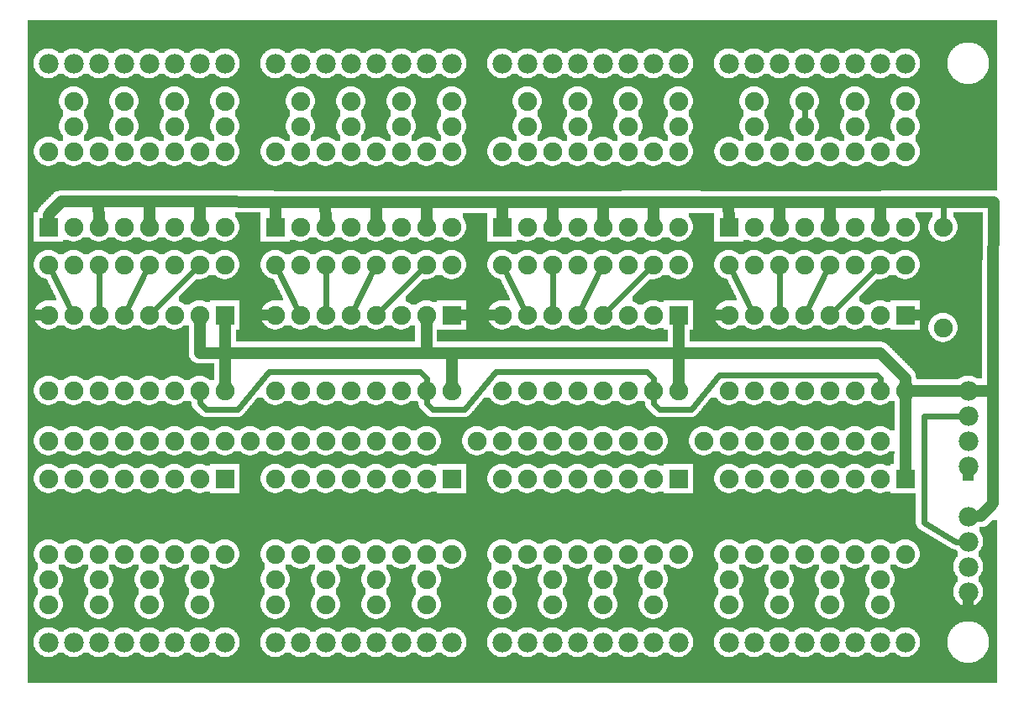
<source format=gtl>
G04 MADE WITH FRITZING*
G04 WWW.FRITZING.ORG*
G04 DOUBLE SIDED*
G04 HOLES PLATED*
G04 CONTOUR ON CENTER OF CONTOUR VECTOR*
%ASAXBY*%
%FSLAX23Y23*%
%MOIN*%
%OFA0B0*%
%SFA1.0B1.0*%
%ADD10C,0.075000*%
%ADD11C,0.078000*%
%ADD12R,0.075000X0.075000*%
%ADD13C,0.024000*%
%ADD14C,0.048000*%
%LNCOPPER1*%
G90*
G70*
G54D10*
X3639Y2527D03*
X3673Y1854D03*
X3673Y1454D03*
G54D11*
X823Y2504D03*
X723Y2504D03*
X623Y2504D03*
X523Y2504D03*
X423Y2504D03*
X323Y2504D03*
X223Y2504D03*
X123Y2504D03*
X1723Y2504D03*
X1623Y2504D03*
X1523Y2504D03*
X1423Y2504D03*
X1323Y2504D03*
X1223Y2504D03*
X1123Y2504D03*
X1023Y2504D03*
X2623Y2504D03*
X2523Y2504D03*
X2423Y2504D03*
X2323Y2504D03*
X2223Y2504D03*
X2123Y2504D03*
X2023Y2504D03*
X1923Y2504D03*
X3523Y2504D03*
X3423Y2504D03*
X3323Y2504D03*
X3223Y2504D03*
X3123Y2504D03*
X3023Y2504D03*
X2923Y2504D03*
X2823Y2504D03*
G54D10*
X823Y1504D03*
X823Y1204D03*
X723Y1504D03*
X723Y1204D03*
X623Y1504D03*
X623Y1204D03*
X523Y1504D03*
X523Y1204D03*
X423Y1504D03*
X423Y1204D03*
X323Y1504D03*
X323Y1204D03*
X223Y1504D03*
X223Y1204D03*
X123Y1504D03*
X123Y1204D03*
X1723Y1504D03*
X1723Y1204D03*
X1623Y1504D03*
X1623Y1204D03*
X1523Y1504D03*
X1523Y1204D03*
X1423Y1504D03*
X1423Y1204D03*
X1323Y1504D03*
X1323Y1204D03*
X1223Y1504D03*
X1223Y1204D03*
X1123Y1504D03*
X1123Y1204D03*
X1023Y1504D03*
X1023Y1204D03*
X2623Y1504D03*
X2623Y1204D03*
X2523Y1504D03*
X2523Y1204D03*
X2423Y1504D03*
X2423Y1204D03*
X2323Y1504D03*
X2323Y1204D03*
X2223Y1504D03*
X2223Y1204D03*
X2123Y1504D03*
X2123Y1204D03*
X2023Y1504D03*
X2023Y1204D03*
X1923Y1504D03*
X1923Y1204D03*
X3523Y1504D03*
X3523Y1204D03*
X3423Y1504D03*
X3423Y1204D03*
X3323Y1504D03*
X3323Y1204D03*
X3223Y1504D03*
X3223Y1204D03*
X3123Y1504D03*
X3123Y1204D03*
X3023Y1504D03*
X3023Y1204D03*
X2923Y1504D03*
X2923Y1204D03*
X2823Y1504D03*
X2823Y1204D03*
G54D11*
X3773Y704D03*
X3773Y604D03*
X3773Y504D03*
X3773Y404D03*
X3773Y1204D03*
X3773Y1104D03*
X3773Y1004D03*
X3773Y904D03*
G54D10*
X823Y854D03*
X823Y554D03*
X723Y854D03*
X723Y554D03*
X623Y854D03*
X623Y554D03*
X523Y854D03*
X523Y554D03*
X423Y854D03*
X423Y554D03*
X323Y854D03*
X323Y554D03*
X223Y854D03*
X223Y554D03*
X123Y854D03*
X123Y554D03*
X1723Y854D03*
X1723Y554D03*
X1623Y854D03*
X1623Y554D03*
X1523Y854D03*
X1523Y554D03*
X1423Y854D03*
X1423Y554D03*
X1323Y854D03*
X1323Y554D03*
X1223Y854D03*
X1223Y554D03*
X1123Y854D03*
X1123Y554D03*
X1023Y854D03*
X1023Y554D03*
X2623Y854D03*
X2623Y554D03*
X2523Y854D03*
X2523Y554D03*
X2423Y854D03*
X2423Y554D03*
X2323Y854D03*
X2323Y554D03*
X2223Y854D03*
X2223Y554D03*
X2123Y854D03*
X2123Y554D03*
X2023Y854D03*
X2023Y554D03*
X1923Y854D03*
X1923Y554D03*
X3523Y854D03*
X3523Y554D03*
X3423Y854D03*
X3423Y554D03*
X3323Y854D03*
X3323Y554D03*
X3223Y854D03*
X3223Y554D03*
X3123Y854D03*
X3123Y554D03*
X3023Y854D03*
X3023Y554D03*
X2923Y854D03*
X2923Y554D03*
X2823Y854D03*
X2823Y554D03*
X123Y1854D03*
X123Y2154D03*
X223Y1854D03*
X223Y2154D03*
X323Y1854D03*
X323Y2154D03*
X423Y1854D03*
X423Y2154D03*
X523Y1854D03*
X523Y2154D03*
X623Y1854D03*
X623Y2154D03*
X723Y1854D03*
X723Y2154D03*
X823Y1854D03*
X823Y2154D03*
X1923Y1854D03*
X1923Y2154D03*
X2023Y1854D03*
X2023Y2154D03*
X2123Y1854D03*
X2123Y2154D03*
X2223Y1854D03*
X2223Y2154D03*
X2323Y1854D03*
X2323Y2154D03*
X2423Y1854D03*
X2423Y2154D03*
X2523Y1854D03*
X2523Y2154D03*
X2623Y1854D03*
X2623Y2154D03*
X1023Y1854D03*
X1023Y2154D03*
X1123Y1854D03*
X1123Y2154D03*
X1223Y1854D03*
X1223Y2154D03*
X1323Y1854D03*
X1323Y2154D03*
X1423Y1854D03*
X1423Y2154D03*
X1523Y1854D03*
X1523Y2154D03*
X1623Y1854D03*
X1623Y2154D03*
X1723Y1854D03*
X1723Y2154D03*
X2824Y1853D03*
X2824Y2153D03*
X2924Y1853D03*
X2924Y2153D03*
X3024Y1853D03*
X3024Y2153D03*
X3124Y1853D03*
X3124Y2153D03*
X3224Y1853D03*
X3224Y2153D03*
X3324Y1853D03*
X3324Y2153D03*
X3424Y1853D03*
X3424Y2153D03*
X3524Y1853D03*
X3524Y2153D03*
X3523Y2254D03*
X3523Y2354D03*
X3123Y2354D03*
X3123Y2254D03*
X1723Y2354D03*
X1723Y2254D03*
X2623Y2354D03*
X2623Y2254D03*
X1523Y2354D03*
X1523Y2254D03*
X2423Y2354D03*
X2423Y2254D03*
X1323Y2354D03*
X1323Y2254D03*
X2223Y2354D03*
X2223Y2254D03*
X1123Y2354D03*
X1123Y2254D03*
X2023Y2354D03*
X2023Y2254D03*
X3323Y1004D03*
X3423Y1004D03*
X3123Y1004D03*
X3223Y1004D03*
X2923Y1004D03*
X3023Y1004D03*
X123Y1004D03*
X223Y1004D03*
X923Y1004D03*
X1023Y1004D03*
X1823Y1004D03*
X1923Y1004D03*
X323Y1004D03*
X423Y1004D03*
X1123Y1004D03*
X1223Y1004D03*
X2023Y1004D03*
X2123Y1004D03*
X523Y1004D03*
X623Y1004D03*
X1323Y1004D03*
X1423Y1004D03*
X2223Y1004D03*
X2323Y1004D03*
X723Y1004D03*
X823Y1004D03*
X1523Y1004D03*
X1623Y1004D03*
X2423Y1004D03*
X2523Y1004D03*
X2723Y1004D03*
X2823Y1004D03*
X3423Y1704D03*
X3523Y1704D03*
X3023Y1704D03*
X3123Y1704D03*
X3323Y1704D03*
X3223Y1704D03*
X723Y1704D03*
X823Y1704D03*
X1623Y1704D03*
X1723Y1704D03*
X2523Y1704D03*
X2623Y1704D03*
X623Y1704D03*
X523Y1704D03*
X1523Y1704D03*
X1423Y1704D03*
X2423Y1704D03*
X2323Y1704D03*
X323Y1704D03*
X423Y1704D03*
X1223Y1704D03*
X1323Y1704D03*
X2123Y1704D03*
X2223Y1704D03*
X223Y1704D03*
X123Y1704D03*
X1123Y1704D03*
X1023Y1704D03*
X2023Y1704D03*
X1923Y1704D03*
X2923Y1704D03*
X2823Y1704D03*
X3423Y454D03*
X3423Y354D03*
X3223Y454D03*
X3223Y354D03*
X3023Y454D03*
X3023Y354D03*
X723Y454D03*
X723Y354D03*
X1623Y454D03*
X1623Y354D03*
X2523Y454D03*
X2523Y354D03*
X523Y454D03*
X523Y354D03*
X1423Y454D03*
X1423Y354D03*
X2323Y454D03*
X2323Y354D03*
X323Y454D03*
X323Y354D03*
X1223Y454D03*
X1223Y354D03*
X2123Y454D03*
X2123Y354D03*
X123Y454D03*
X123Y354D03*
X1023Y454D03*
X1023Y354D03*
X1923Y454D03*
X1923Y354D03*
X2823Y454D03*
X2823Y354D03*
X823Y2354D03*
X823Y2254D03*
X623Y2354D03*
X623Y2254D03*
X223Y2354D03*
X223Y2254D03*
X423Y2354D03*
X423Y2254D03*
G54D11*
X123Y204D03*
X223Y204D03*
X323Y204D03*
X423Y204D03*
X523Y204D03*
X623Y204D03*
X723Y204D03*
X823Y204D03*
X2823Y204D03*
X2923Y204D03*
X3023Y204D03*
X3123Y204D03*
X3223Y204D03*
X3323Y204D03*
X3423Y204D03*
X3523Y204D03*
X1923Y204D03*
X2023Y204D03*
X2123Y204D03*
X2223Y204D03*
X2323Y204D03*
X2423Y204D03*
X2523Y204D03*
X2623Y204D03*
X1023Y204D03*
X1123Y204D03*
X1223Y204D03*
X1323Y204D03*
X1423Y204D03*
X1523Y204D03*
X1623Y204D03*
X1723Y204D03*
G54D10*
X3323Y2254D03*
X3323Y2354D03*
X2923Y2354D03*
X2923Y2254D03*
G54D12*
X823Y1504D03*
X1723Y1504D03*
X2623Y1504D03*
X3523Y1504D03*
X823Y854D03*
X1723Y854D03*
X2623Y854D03*
X3523Y854D03*
X123Y1854D03*
X1923Y1854D03*
X1023Y1854D03*
X2824Y1853D03*
G54D13*
X3673Y1954D02*
X3673Y1872D01*
D02*
X323Y1522D02*
X323Y1687D01*
D02*
X215Y1520D02*
X131Y1688D01*
D02*
X431Y1520D02*
X515Y1688D01*
D02*
X535Y1517D02*
X711Y1692D01*
D02*
X1115Y1520D02*
X1031Y1688D01*
D02*
X1435Y1517D02*
X1611Y1692D01*
D02*
X1331Y1520D02*
X1415Y1688D01*
D02*
X1223Y1522D02*
X1223Y1687D01*
D02*
X2335Y1517D02*
X2511Y1692D01*
D02*
X2231Y1520D02*
X2315Y1688D01*
D02*
X2123Y1522D02*
X2123Y1687D01*
D02*
X2015Y1520D02*
X1931Y1688D01*
D02*
X3023Y1522D02*
X3023Y1687D01*
D02*
X3131Y1520D02*
X3215Y1688D01*
D02*
X2915Y1520D02*
X2831Y1688D01*
D02*
X3235Y1517D02*
X3411Y1692D01*
G54D14*
D02*
X3523Y1187D02*
X3523Y872D01*
D02*
X2623Y1487D02*
X2623Y1354D01*
G54D13*
D02*
X3123Y2337D02*
X3123Y2272D01*
D02*
X3598Y1104D02*
X3754Y1104D01*
D02*
X3598Y679D02*
X3598Y1104D01*
D02*
X3754Y604D02*
X3723Y604D01*
G54D14*
D02*
X723Y1354D02*
X723Y1487D01*
D02*
X823Y1354D02*
X723Y1354D01*
D02*
X823Y1354D02*
X823Y1487D01*
D02*
X1623Y1354D02*
X1623Y1487D01*
D02*
X1623Y1954D02*
X1623Y1872D01*
D02*
X1423Y1954D02*
X1423Y1872D01*
D02*
X1222Y1954D02*
X1223Y1872D01*
D02*
X1623Y1954D02*
X1423Y1954D01*
D02*
X1423Y1954D02*
X1222Y1954D01*
D02*
X1222Y1954D02*
X1024Y1954D01*
D02*
X322Y1955D02*
X323Y1872D01*
D02*
X523Y1955D02*
X523Y1872D01*
D02*
X723Y1955D02*
X723Y1872D01*
D02*
X723Y1955D02*
X523Y1955D01*
D02*
X523Y1955D02*
X322Y1955D01*
D02*
X322Y1955D02*
X173Y1955D01*
D02*
X1024Y1954D02*
X1023Y1872D01*
D02*
X1024Y1954D02*
X723Y1955D01*
D02*
X173Y1955D02*
X124Y1904D01*
D02*
X124Y1904D02*
X123Y1872D01*
D02*
X1923Y1954D02*
X1623Y1954D01*
D02*
X3824Y705D02*
X3792Y704D01*
D02*
X3872Y1203D02*
X3872Y755D01*
D02*
X3872Y755D02*
X3824Y705D01*
D02*
X3792Y1204D02*
X3872Y1203D01*
D02*
X2523Y1954D02*
X2324Y1954D01*
D02*
X2324Y1954D02*
X2123Y1954D01*
D02*
X2123Y1954D02*
X1923Y1954D01*
D02*
X1923Y1954D02*
X1923Y1872D01*
D02*
X2822Y1954D02*
X2523Y1954D01*
D02*
X2123Y1954D02*
X2123Y1872D01*
D02*
X2324Y1954D02*
X2323Y1872D01*
D02*
X2523Y1954D02*
X2523Y1872D01*
D02*
X1623Y1354D02*
X823Y1354D01*
D02*
X1723Y1354D02*
X1623Y1354D01*
D02*
X823Y1354D02*
X823Y1222D01*
D02*
X1723Y1222D02*
X1723Y1354D01*
D02*
X2623Y1354D02*
X2623Y1222D01*
D02*
X2523Y1354D02*
X2623Y1354D01*
D02*
X1723Y1354D02*
X2523Y1354D01*
D02*
X3523Y1254D02*
X3523Y1222D01*
D02*
X3423Y1354D02*
X3523Y1254D01*
D02*
X2623Y1354D02*
X3423Y1354D01*
G54D13*
D02*
X1623Y1154D02*
X1623Y1187D01*
D02*
X1648Y1130D02*
X1623Y1154D01*
D02*
X2498Y1279D02*
X1898Y1279D01*
D02*
X2523Y1222D02*
X2523Y1254D01*
D02*
X2523Y1254D02*
X2498Y1279D01*
D02*
X1898Y1279D02*
X1773Y1130D01*
D02*
X1773Y1130D02*
X1648Y1130D01*
D02*
X2523Y1187D02*
X2523Y1154D01*
D02*
X3423Y1254D02*
X3423Y1222D01*
D02*
X2548Y1130D02*
X2673Y1130D01*
D02*
X2785Y1267D02*
X3410Y1267D01*
D02*
X2673Y1130D02*
X2785Y1267D01*
D02*
X3410Y1267D02*
X3423Y1254D01*
D02*
X2523Y1154D02*
X2548Y1130D01*
D02*
X723Y1155D02*
X723Y1187D01*
D02*
X748Y1130D02*
X723Y1155D01*
D02*
X1623Y1254D02*
X1598Y1279D01*
D02*
X1623Y1222D02*
X1623Y1254D01*
D02*
X1598Y1279D02*
X998Y1279D01*
D02*
X998Y1279D02*
X873Y1130D01*
D02*
X873Y1130D02*
X748Y1130D01*
G54D14*
D02*
X2822Y1954D02*
X2824Y1871D01*
D02*
X3023Y1954D02*
X2822Y1954D01*
D02*
X3024Y1871D02*
X3023Y1954D01*
D02*
X3223Y1954D02*
X3224Y1871D01*
D02*
X3023Y1954D02*
X3223Y1954D01*
D02*
X3423Y1954D02*
X3424Y1871D01*
D02*
X3223Y1954D02*
X3423Y1954D01*
D02*
X3872Y1604D02*
X3872Y1203D01*
D02*
X3874Y1954D02*
X3872Y1604D01*
D02*
X3673Y1954D02*
X3874Y1954D01*
D02*
X3423Y1954D02*
X3673Y1954D01*
D02*
X3541Y1204D02*
X3754Y1204D01*
G54D13*
D02*
X3723Y604D02*
X3598Y679D01*
G36*
X40Y2677D02*
X40Y2587D01*
X3788Y2587D01*
X3788Y2585D01*
X3796Y2585D01*
X3796Y2583D01*
X3802Y2583D01*
X3802Y2581D01*
X3808Y2581D01*
X3808Y2579D01*
X3812Y2579D01*
X3812Y2577D01*
X3816Y2577D01*
X3816Y2575D01*
X3818Y2575D01*
X3818Y2573D01*
X3822Y2573D01*
X3822Y2571D01*
X3824Y2571D01*
X3824Y2569D01*
X3826Y2569D01*
X3826Y2567D01*
X3828Y2567D01*
X3828Y2565D01*
X3830Y2565D01*
X3830Y2563D01*
X3832Y2563D01*
X3832Y2561D01*
X3834Y2561D01*
X3834Y2559D01*
X3836Y2559D01*
X3836Y2557D01*
X3838Y2557D01*
X3838Y2555D01*
X3840Y2555D01*
X3840Y2551D01*
X3842Y2551D01*
X3842Y2549D01*
X3844Y2549D01*
X3844Y2545D01*
X3846Y2545D01*
X3846Y2541D01*
X3848Y2541D01*
X3848Y2537D01*
X3850Y2537D01*
X3850Y2533D01*
X3852Y2533D01*
X3852Y2527D01*
X3854Y2527D01*
X3854Y2517D01*
X3856Y2517D01*
X3856Y2493D01*
X3854Y2493D01*
X3854Y2483D01*
X3852Y2483D01*
X3852Y2477D01*
X3850Y2477D01*
X3850Y2471D01*
X3848Y2471D01*
X3848Y2467D01*
X3846Y2467D01*
X3846Y2463D01*
X3844Y2463D01*
X3844Y2461D01*
X3842Y2461D01*
X3842Y2457D01*
X3840Y2457D01*
X3840Y2455D01*
X3838Y2455D01*
X3838Y2451D01*
X3836Y2451D01*
X3836Y2449D01*
X3834Y2449D01*
X3834Y2447D01*
X3832Y2447D01*
X3832Y2445D01*
X3830Y2445D01*
X3830Y2443D01*
X3828Y2443D01*
X3828Y2441D01*
X3824Y2441D01*
X3824Y2439D01*
X3822Y2439D01*
X3822Y2437D01*
X3820Y2437D01*
X3820Y2435D01*
X3816Y2435D01*
X3816Y2433D01*
X3814Y2433D01*
X3814Y2431D01*
X3810Y2431D01*
X3810Y2429D01*
X3804Y2429D01*
X3804Y2427D01*
X3800Y2427D01*
X3800Y2425D01*
X3792Y2425D01*
X3792Y2423D01*
X3780Y2423D01*
X3780Y2421D01*
X3888Y2421D01*
X3888Y2677D01*
X40Y2677D01*
G37*
D02*
G36*
X40Y2587D02*
X40Y2563D01*
X3536Y2563D01*
X3536Y2561D01*
X3542Y2561D01*
X3542Y2559D01*
X3548Y2559D01*
X3548Y2557D01*
X3552Y2557D01*
X3552Y2555D01*
X3554Y2555D01*
X3554Y2553D01*
X3558Y2553D01*
X3558Y2551D01*
X3560Y2551D01*
X3560Y2549D01*
X3562Y2549D01*
X3562Y2547D01*
X3564Y2547D01*
X3564Y2545D01*
X3566Y2545D01*
X3566Y2543D01*
X3568Y2543D01*
X3568Y2541D01*
X3570Y2541D01*
X3570Y2539D01*
X3572Y2539D01*
X3572Y2535D01*
X3574Y2535D01*
X3574Y2533D01*
X3576Y2533D01*
X3576Y2529D01*
X3578Y2529D01*
X3578Y2523D01*
X3580Y2523D01*
X3580Y2515D01*
X3582Y2515D01*
X3582Y2495D01*
X3580Y2495D01*
X3580Y2487D01*
X3578Y2487D01*
X3578Y2481D01*
X3576Y2481D01*
X3576Y2477D01*
X3574Y2477D01*
X3574Y2473D01*
X3572Y2473D01*
X3572Y2471D01*
X3570Y2471D01*
X3570Y2469D01*
X3568Y2469D01*
X3568Y2465D01*
X3566Y2465D01*
X3566Y2463D01*
X3564Y2463D01*
X3564Y2461D01*
X3562Y2461D01*
X3562Y2459D01*
X3558Y2459D01*
X3558Y2457D01*
X3556Y2457D01*
X3556Y2455D01*
X3554Y2455D01*
X3554Y2453D01*
X3550Y2453D01*
X3550Y2451D01*
X3546Y2451D01*
X3546Y2449D01*
X3540Y2449D01*
X3540Y2447D01*
X3528Y2447D01*
X3528Y2445D01*
X3714Y2445D01*
X3714Y2447D01*
X3712Y2447D01*
X3712Y2449D01*
X3710Y2449D01*
X3710Y2451D01*
X3708Y2451D01*
X3708Y2455D01*
X3706Y2455D01*
X3706Y2457D01*
X3704Y2457D01*
X3704Y2461D01*
X3702Y2461D01*
X3702Y2463D01*
X3700Y2463D01*
X3700Y2467D01*
X3698Y2467D01*
X3698Y2471D01*
X3696Y2471D01*
X3696Y2477D01*
X3694Y2477D01*
X3694Y2483D01*
X3692Y2483D01*
X3692Y2493D01*
X3690Y2493D01*
X3690Y2517D01*
X3692Y2517D01*
X3692Y2527D01*
X3694Y2527D01*
X3694Y2533D01*
X3696Y2533D01*
X3696Y2537D01*
X3698Y2537D01*
X3698Y2541D01*
X3700Y2541D01*
X3700Y2545D01*
X3702Y2545D01*
X3702Y2549D01*
X3704Y2549D01*
X3704Y2551D01*
X3706Y2551D01*
X3706Y2555D01*
X3708Y2555D01*
X3708Y2557D01*
X3710Y2557D01*
X3710Y2559D01*
X3712Y2559D01*
X3712Y2561D01*
X3714Y2561D01*
X3714Y2563D01*
X3716Y2563D01*
X3716Y2565D01*
X3718Y2565D01*
X3718Y2567D01*
X3720Y2567D01*
X3720Y2569D01*
X3722Y2569D01*
X3722Y2571D01*
X3724Y2571D01*
X3724Y2573D01*
X3728Y2573D01*
X3728Y2575D01*
X3732Y2575D01*
X3732Y2577D01*
X3734Y2577D01*
X3734Y2579D01*
X3738Y2579D01*
X3738Y2581D01*
X3744Y2581D01*
X3744Y2583D01*
X3750Y2583D01*
X3750Y2585D01*
X3758Y2585D01*
X3758Y2587D01*
X40Y2587D01*
G37*
D02*
G36*
X40Y2563D02*
X40Y2445D01*
X118Y2445D01*
X118Y2447D01*
X106Y2447D01*
X106Y2449D01*
X100Y2449D01*
X100Y2451D01*
X96Y2451D01*
X96Y2453D01*
X92Y2453D01*
X92Y2455D01*
X90Y2455D01*
X90Y2457D01*
X88Y2457D01*
X88Y2459D01*
X84Y2459D01*
X84Y2461D01*
X82Y2461D01*
X82Y2463D01*
X80Y2463D01*
X80Y2465D01*
X78Y2465D01*
X78Y2469D01*
X76Y2469D01*
X76Y2471D01*
X74Y2471D01*
X74Y2473D01*
X72Y2473D01*
X72Y2477D01*
X70Y2477D01*
X70Y2481D01*
X68Y2481D01*
X68Y2487D01*
X66Y2487D01*
X66Y2495D01*
X64Y2495D01*
X64Y2515D01*
X66Y2515D01*
X66Y2523D01*
X68Y2523D01*
X68Y2529D01*
X70Y2529D01*
X70Y2533D01*
X72Y2533D01*
X72Y2535D01*
X74Y2535D01*
X74Y2539D01*
X76Y2539D01*
X76Y2541D01*
X78Y2541D01*
X78Y2543D01*
X80Y2543D01*
X80Y2545D01*
X82Y2545D01*
X82Y2547D01*
X84Y2547D01*
X84Y2549D01*
X86Y2549D01*
X86Y2551D01*
X88Y2551D01*
X88Y2553D01*
X92Y2553D01*
X92Y2555D01*
X94Y2555D01*
X94Y2557D01*
X98Y2557D01*
X98Y2559D01*
X104Y2559D01*
X104Y2561D01*
X110Y2561D01*
X110Y2563D01*
X40Y2563D01*
G37*
D02*
G36*
X136Y2563D02*
X136Y2561D01*
X142Y2561D01*
X142Y2559D01*
X148Y2559D01*
X148Y2557D01*
X152Y2557D01*
X152Y2555D01*
X154Y2555D01*
X154Y2553D01*
X158Y2553D01*
X158Y2551D01*
X160Y2551D01*
X160Y2549D01*
X162Y2549D01*
X162Y2547D01*
X184Y2547D01*
X184Y2549D01*
X186Y2549D01*
X186Y2551D01*
X188Y2551D01*
X188Y2553D01*
X192Y2553D01*
X192Y2555D01*
X194Y2555D01*
X194Y2557D01*
X198Y2557D01*
X198Y2559D01*
X204Y2559D01*
X204Y2561D01*
X210Y2561D01*
X210Y2563D01*
X136Y2563D01*
G37*
D02*
G36*
X236Y2563D02*
X236Y2561D01*
X242Y2561D01*
X242Y2559D01*
X248Y2559D01*
X248Y2557D01*
X252Y2557D01*
X252Y2555D01*
X254Y2555D01*
X254Y2553D01*
X258Y2553D01*
X258Y2551D01*
X260Y2551D01*
X260Y2549D01*
X262Y2549D01*
X262Y2547D01*
X284Y2547D01*
X284Y2549D01*
X286Y2549D01*
X286Y2551D01*
X288Y2551D01*
X288Y2553D01*
X292Y2553D01*
X292Y2555D01*
X294Y2555D01*
X294Y2557D01*
X298Y2557D01*
X298Y2559D01*
X304Y2559D01*
X304Y2561D01*
X310Y2561D01*
X310Y2563D01*
X236Y2563D01*
G37*
D02*
G36*
X336Y2563D02*
X336Y2561D01*
X342Y2561D01*
X342Y2559D01*
X348Y2559D01*
X348Y2557D01*
X352Y2557D01*
X352Y2555D01*
X354Y2555D01*
X354Y2553D01*
X358Y2553D01*
X358Y2551D01*
X360Y2551D01*
X360Y2549D01*
X362Y2549D01*
X362Y2547D01*
X384Y2547D01*
X384Y2549D01*
X386Y2549D01*
X386Y2551D01*
X388Y2551D01*
X388Y2553D01*
X392Y2553D01*
X392Y2555D01*
X394Y2555D01*
X394Y2557D01*
X398Y2557D01*
X398Y2559D01*
X404Y2559D01*
X404Y2561D01*
X410Y2561D01*
X410Y2563D01*
X336Y2563D01*
G37*
D02*
G36*
X436Y2563D02*
X436Y2561D01*
X442Y2561D01*
X442Y2559D01*
X448Y2559D01*
X448Y2557D01*
X452Y2557D01*
X452Y2555D01*
X454Y2555D01*
X454Y2553D01*
X458Y2553D01*
X458Y2551D01*
X460Y2551D01*
X460Y2549D01*
X462Y2549D01*
X462Y2547D01*
X484Y2547D01*
X484Y2549D01*
X486Y2549D01*
X486Y2551D01*
X488Y2551D01*
X488Y2553D01*
X492Y2553D01*
X492Y2555D01*
X494Y2555D01*
X494Y2557D01*
X498Y2557D01*
X498Y2559D01*
X504Y2559D01*
X504Y2561D01*
X510Y2561D01*
X510Y2563D01*
X436Y2563D01*
G37*
D02*
G36*
X536Y2563D02*
X536Y2561D01*
X542Y2561D01*
X542Y2559D01*
X548Y2559D01*
X548Y2557D01*
X552Y2557D01*
X552Y2555D01*
X554Y2555D01*
X554Y2553D01*
X558Y2553D01*
X558Y2551D01*
X560Y2551D01*
X560Y2549D01*
X562Y2549D01*
X562Y2547D01*
X584Y2547D01*
X584Y2549D01*
X586Y2549D01*
X586Y2551D01*
X588Y2551D01*
X588Y2553D01*
X592Y2553D01*
X592Y2555D01*
X594Y2555D01*
X594Y2557D01*
X598Y2557D01*
X598Y2559D01*
X604Y2559D01*
X604Y2561D01*
X610Y2561D01*
X610Y2563D01*
X536Y2563D01*
G37*
D02*
G36*
X636Y2563D02*
X636Y2561D01*
X642Y2561D01*
X642Y2559D01*
X648Y2559D01*
X648Y2557D01*
X652Y2557D01*
X652Y2555D01*
X654Y2555D01*
X654Y2553D01*
X658Y2553D01*
X658Y2551D01*
X660Y2551D01*
X660Y2549D01*
X662Y2549D01*
X662Y2547D01*
X684Y2547D01*
X684Y2549D01*
X686Y2549D01*
X686Y2551D01*
X688Y2551D01*
X688Y2553D01*
X692Y2553D01*
X692Y2555D01*
X694Y2555D01*
X694Y2557D01*
X698Y2557D01*
X698Y2559D01*
X704Y2559D01*
X704Y2561D01*
X710Y2561D01*
X710Y2563D01*
X636Y2563D01*
G37*
D02*
G36*
X736Y2563D02*
X736Y2561D01*
X742Y2561D01*
X742Y2559D01*
X748Y2559D01*
X748Y2557D01*
X752Y2557D01*
X752Y2555D01*
X754Y2555D01*
X754Y2553D01*
X758Y2553D01*
X758Y2551D01*
X760Y2551D01*
X760Y2549D01*
X762Y2549D01*
X762Y2547D01*
X784Y2547D01*
X784Y2549D01*
X786Y2549D01*
X786Y2551D01*
X788Y2551D01*
X788Y2553D01*
X792Y2553D01*
X792Y2555D01*
X794Y2555D01*
X794Y2557D01*
X798Y2557D01*
X798Y2559D01*
X804Y2559D01*
X804Y2561D01*
X810Y2561D01*
X810Y2563D01*
X736Y2563D01*
G37*
D02*
G36*
X836Y2563D02*
X836Y2561D01*
X842Y2561D01*
X842Y2559D01*
X848Y2559D01*
X848Y2557D01*
X852Y2557D01*
X852Y2555D01*
X854Y2555D01*
X854Y2553D01*
X858Y2553D01*
X858Y2551D01*
X860Y2551D01*
X860Y2549D01*
X862Y2549D01*
X862Y2547D01*
X864Y2547D01*
X864Y2545D01*
X866Y2545D01*
X866Y2543D01*
X868Y2543D01*
X868Y2541D01*
X870Y2541D01*
X870Y2539D01*
X872Y2539D01*
X872Y2535D01*
X874Y2535D01*
X874Y2533D01*
X876Y2533D01*
X876Y2529D01*
X878Y2529D01*
X878Y2523D01*
X880Y2523D01*
X880Y2515D01*
X882Y2515D01*
X882Y2495D01*
X880Y2495D01*
X880Y2487D01*
X878Y2487D01*
X878Y2481D01*
X876Y2481D01*
X876Y2477D01*
X874Y2477D01*
X874Y2473D01*
X872Y2473D01*
X872Y2471D01*
X870Y2471D01*
X870Y2469D01*
X868Y2469D01*
X868Y2465D01*
X866Y2465D01*
X866Y2463D01*
X864Y2463D01*
X864Y2461D01*
X862Y2461D01*
X862Y2459D01*
X858Y2459D01*
X858Y2457D01*
X856Y2457D01*
X856Y2455D01*
X854Y2455D01*
X854Y2453D01*
X850Y2453D01*
X850Y2451D01*
X846Y2451D01*
X846Y2449D01*
X840Y2449D01*
X840Y2447D01*
X828Y2447D01*
X828Y2445D01*
X1018Y2445D01*
X1018Y2447D01*
X1006Y2447D01*
X1006Y2449D01*
X1000Y2449D01*
X1000Y2451D01*
X996Y2451D01*
X996Y2453D01*
X992Y2453D01*
X992Y2455D01*
X990Y2455D01*
X990Y2457D01*
X988Y2457D01*
X988Y2459D01*
X984Y2459D01*
X984Y2461D01*
X982Y2461D01*
X982Y2463D01*
X980Y2463D01*
X980Y2465D01*
X978Y2465D01*
X978Y2469D01*
X976Y2469D01*
X976Y2471D01*
X974Y2471D01*
X974Y2473D01*
X972Y2473D01*
X972Y2477D01*
X970Y2477D01*
X970Y2481D01*
X968Y2481D01*
X968Y2487D01*
X966Y2487D01*
X966Y2495D01*
X964Y2495D01*
X964Y2515D01*
X966Y2515D01*
X966Y2523D01*
X968Y2523D01*
X968Y2529D01*
X970Y2529D01*
X970Y2533D01*
X972Y2533D01*
X972Y2535D01*
X974Y2535D01*
X974Y2539D01*
X976Y2539D01*
X976Y2541D01*
X978Y2541D01*
X978Y2543D01*
X980Y2543D01*
X980Y2545D01*
X982Y2545D01*
X982Y2547D01*
X984Y2547D01*
X984Y2549D01*
X986Y2549D01*
X986Y2551D01*
X988Y2551D01*
X988Y2553D01*
X992Y2553D01*
X992Y2555D01*
X994Y2555D01*
X994Y2557D01*
X998Y2557D01*
X998Y2559D01*
X1004Y2559D01*
X1004Y2561D01*
X1010Y2561D01*
X1010Y2563D01*
X836Y2563D01*
G37*
D02*
G36*
X1036Y2563D02*
X1036Y2561D01*
X1042Y2561D01*
X1042Y2559D01*
X1048Y2559D01*
X1048Y2557D01*
X1052Y2557D01*
X1052Y2555D01*
X1054Y2555D01*
X1054Y2553D01*
X1058Y2553D01*
X1058Y2551D01*
X1060Y2551D01*
X1060Y2549D01*
X1062Y2549D01*
X1062Y2547D01*
X1084Y2547D01*
X1084Y2549D01*
X1086Y2549D01*
X1086Y2551D01*
X1088Y2551D01*
X1088Y2553D01*
X1092Y2553D01*
X1092Y2555D01*
X1094Y2555D01*
X1094Y2557D01*
X1098Y2557D01*
X1098Y2559D01*
X1104Y2559D01*
X1104Y2561D01*
X1110Y2561D01*
X1110Y2563D01*
X1036Y2563D01*
G37*
D02*
G36*
X1136Y2563D02*
X1136Y2561D01*
X1142Y2561D01*
X1142Y2559D01*
X1148Y2559D01*
X1148Y2557D01*
X1152Y2557D01*
X1152Y2555D01*
X1154Y2555D01*
X1154Y2553D01*
X1158Y2553D01*
X1158Y2551D01*
X1160Y2551D01*
X1160Y2549D01*
X1162Y2549D01*
X1162Y2547D01*
X1184Y2547D01*
X1184Y2549D01*
X1186Y2549D01*
X1186Y2551D01*
X1188Y2551D01*
X1188Y2553D01*
X1192Y2553D01*
X1192Y2555D01*
X1194Y2555D01*
X1194Y2557D01*
X1198Y2557D01*
X1198Y2559D01*
X1204Y2559D01*
X1204Y2561D01*
X1210Y2561D01*
X1210Y2563D01*
X1136Y2563D01*
G37*
D02*
G36*
X1236Y2563D02*
X1236Y2561D01*
X1242Y2561D01*
X1242Y2559D01*
X1248Y2559D01*
X1248Y2557D01*
X1252Y2557D01*
X1252Y2555D01*
X1254Y2555D01*
X1254Y2553D01*
X1258Y2553D01*
X1258Y2551D01*
X1260Y2551D01*
X1260Y2549D01*
X1262Y2549D01*
X1262Y2547D01*
X1284Y2547D01*
X1284Y2549D01*
X1286Y2549D01*
X1286Y2551D01*
X1288Y2551D01*
X1288Y2553D01*
X1292Y2553D01*
X1292Y2555D01*
X1294Y2555D01*
X1294Y2557D01*
X1298Y2557D01*
X1298Y2559D01*
X1304Y2559D01*
X1304Y2561D01*
X1310Y2561D01*
X1310Y2563D01*
X1236Y2563D01*
G37*
D02*
G36*
X1336Y2563D02*
X1336Y2561D01*
X1342Y2561D01*
X1342Y2559D01*
X1348Y2559D01*
X1348Y2557D01*
X1352Y2557D01*
X1352Y2555D01*
X1354Y2555D01*
X1354Y2553D01*
X1358Y2553D01*
X1358Y2551D01*
X1360Y2551D01*
X1360Y2549D01*
X1362Y2549D01*
X1362Y2547D01*
X1384Y2547D01*
X1384Y2549D01*
X1386Y2549D01*
X1386Y2551D01*
X1388Y2551D01*
X1388Y2553D01*
X1392Y2553D01*
X1392Y2555D01*
X1394Y2555D01*
X1394Y2557D01*
X1398Y2557D01*
X1398Y2559D01*
X1404Y2559D01*
X1404Y2561D01*
X1410Y2561D01*
X1410Y2563D01*
X1336Y2563D01*
G37*
D02*
G36*
X1436Y2563D02*
X1436Y2561D01*
X1442Y2561D01*
X1442Y2559D01*
X1448Y2559D01*
X1448Y2557D01*
X1452Y2557D01*
X1452Y2555D01*
X1454Y2555D01*
X1454Y2553D01*
X1458Y2553D01*
X1458Y2551D01*
X1460Y2551D01*
X1460Y2549D01*
X1462Y2549D01*
X1462Y2547D01*
X1484Y2547D01*
X1484Y2549D01*
X1486Y2549D01*
X1486Y2551D01*
X1488Y2551D01*
X1488Y2553D01*
X1492Y2553D01*
X1492Y2555D01*
X1494Y2555D01*
X1494Y2557D01*
X1498Y2557D01*
X1498Y2559D01*
X1504Y2559D01*
X1504Y2561D01*
X1510Y2561D01*
X1510Y2563D01*
X1436Y2563D01*
G37*
D02*
G36*
X1536Y2563D02*
X1536Y2561D01*
X1542Y2561D01*
X1542Y2559D01*
X1548Y2559D01*
X1548Y2557D01*
X1552Y2557D01*
X1552Y2555D01*
X1554Y2555D01*
X1554Y2553D01*
X1558Y2553D01*
X1558Y2551D01*
X1560Y2551D01*
X1560Y2549D01*
X1562Y2549D01*
X1562Y2547D01*
X1584Y2547D01*
X1584Y2549D01*
X1586Y2549D01*
X1586Y2551D01*
X1588Y2551D01*
X1588Y2553D01*
X1592Y2553D01*
X1592Y2555D01*
X1594Y2555D01*
X1594Y2557D01*
X1598Y2557D01*
X1598Y2559D01*
X1604Y2559D01*
X1604Y2561D01*
X1610Y2561D01*
X1610Y2563D01*
X1536Y2563D01*
G37*
D02*
G36*
X1636Y2563D02*
X1636Y2561D01*
X1642Y2561D01*
X1642Y2559D01*
X1648Y2559D01*
X1648Y2557D01*
X1652Y2557D01*
X1652Y2555D01*
X1654Y2555D01*
X1654Y2553D01*
X1658Y2553D01*
X1658Y2551D01*
X1660Y2551D01*
X1660Y2549D01*
X1662Y2549D01*
X1662Y2547D01*
X1684Y2547D01*
X1684Y2549D01*
X1686Y2549D01*
X1686Y2551D01*
X1688Y2551D01*
X1688Y2553D01*
X1692Y2553D01*
X1692Y2555D01*
X1694Y2555D01*
X1694Y2557D01*
X1698Y2557D01*
X1698Y2559D01*
X1704Y2559D01*
X1704Y2561D01*
X1710Y2561D01*
X1710Y2563D01*
X1636Y2563D01*
G37*
D02*
G36*
X1736Y2563D02*
X1736Y2561D01*
X1742Y2561D01*
X1742Y2559D01*
X1748Y2559D01*
X1748Y2557D01*
X1752Y2557D01*
X1752Y2555D01*
X1754Y2555D01*
X1754Y2553D01*
X1758Y2553D01*
X1758Y2551D01*
X1760Y2551D01*
X1760Y2549D01*
X1762Y2549D01*
X1762Y2547D01*
X1764Y2547D01*
X1764Y2545D01*
X1766Y2545D01*
X1766Y2543D01*
X1768Y2543D01*
X1768Y2541D01*
X1770Y2541D01*
X1770Y2539D01*
X1772Y2539D01*
X1772Y2535D01*
X1774Y2535D01*
X1774Y2533D01*
X1776Y2533D01*
X1776Y2529D01*
X1778Y2529D01*
X1778Y2523D01*
X1780Y2523D01*
X1780Y2515D01*
X1782Y2515D01*
X1782Y2495D01*
X1780Y2495D01*
X1780Y2487D01*
X1778Y2487D01*
X1778Y2481D01*
X1776Y2481D01*
X1776Y2477D01*
X1774Y2477D01*
X1774Y2473D01*
X1772Y2473D01*
X1772Y2471D01*
X1770Y2471D01*
X1770Y2469D01*
X1768Y2469D01*
X1768Y2465D01*
X1766Y2465D01*
X1766Y2463D01*
X1764Y2463D01*
X1764Y2461D01*
X1762Y2461D01*
X1762Y2459D01*
X1758Y2459D01*
X1758Y2457D01*
X1756Y2457D01*
X1756Y2455D01*
X1754Y2455D01*
X1754Y2453D01*
X1750Y2453D01*
X1750Y2451D01*
X1746Y2451D01*
X1746Y2449D01*
X1740Y2449D01*
X1740Y2447D01*
X1728Y2447D01*
X1728Y2445D01*
X1918Y2445D01*
X1918Y2447D01*
X1906Y2447D01*
X1906Y2449D01*
X1900Y2449D01*
X1900Y2451D01*
X1896Y2451D01*
X1896Y2453D01*
X1892Y2453D01*
X1892Y2455D01*
X1890Y2455D01*
X1890Y2457D01*
X1888Y2457D01*
X1888Y2459D01*
X1884Y2459D01*
X1884Y2461D01*
X1882Y2461D01*
X1882Y2463D01*
X1880Y2463D01*
X1880Y2465D01*
X1878Y2465D01*
X1878Y2469D01*
X1876Y2469D01*
X1876Y2471D01*
X1874Y2471D01*
X1874Y2473D01*
X1872Y2473D01*
X1872Y2477D01*
X1870Y2477D01*
X1870Y2481D01*
X1868Y2481D01*
X1868Y2487D01*
X1866Y2487D01*
X1866Y2495D01*
X1864Y2495D01*
X1864Y2515D01*
X1866Y2515D01*
X1866Y2523D01*
X1868Y2523D01*
X1868Y2529D01*
X1870Y2529D01*
X1870Y2533D01*
X1872Y2533D01*
X1872Y2535D01*
X1874Y2535D01*
X1874Y2539D01*
X1876Y2539D01*
X1876Y2541D01*
X1878Y2541D01*
X1878Y2543D01*
X1880Y2543D01*
X1880Y2545D01*
X1882Y2545D01*
X1882Y2547D01*
X1884Y2547D01*
X1884Y2549D01*
X1886Y2549D01*
X1886Y2551D01*
X1888Y2551D01*
X1888Y2553D01*
X1892Y2553D01*
X1892Y2555D01*
X1894Y2555D01*
X1894Y2557D01*
X1898Y2557D01*
X1898Y2559D01*
X1904Y2559D01*
X1904Y2561D01*
X1910Y2561D01*
X1910Y2563D01*
X1736Y2563D01*
G37*
D02*
G36*
X1936Y2563D02*
X1936Y2561D01*
X1942Y2561D01*
X1942Y2559D01*
X1948Y2559D01*
X1948Y2557D01*
X1952Y2557D01*
X1952Y2555D01*
X1954Y2555D01*
X1954Y2553D01*
X1958Y2553D01*
X1958Y2551D01*
X1960Y2551D01*
X1960Y2549D01*
X1962Y2549D01*
X1962Y2547D01*
X1984Y2547D01*
X1984Y2549D01*
X1986Y2549D01*
X1986Y2551D01*
X1988Y2551D01*
X1988Y2553D01*
X1992Y2553D01*
X1992Y2555D01*
X1994Y2555D01*
X1994Y2557D01*
X1998Y2557D01*
X1998Y2559D01*
X2004Y2559D01*
X2004Y2561D01*
X2010Y2561D01*
X2010Y2563D01*
X1936Y2563D01*
G37*
D02*
G36*
X2036Y2563D02*
X2036Y2561D01*
X2042Y2561D01*
X2042Y2559D01*
X2048Y2559D01*
X2048Y2557D01*
X2052Y2557D01*
X2052Y2555D01*
X2054Y2555D01*
X2054Y2553D01*
X2058Y2553D01*
X2058Y2551D01*
X2060Y2551D01*
X2060Y2549D01*
X2062Y2549D01*
X2062Y2547D01*
X2084Y2547D01*
X2084Y2549D01*
X2086Y2549D01*
X2086Y2551D01*
X2088Y2551D01*
X2088Y2553D01*
X2092Y2553D01*
X2092Y2555D01*
X2094Y2555D01*
X2094Y2557D01*
X2098Y2557D01*
X2098Y2559D01*
X2104Y2559D01*
X2104Y2561D01*
X2110Y2561D01*
X2110Y2563D01*
X2036Y2563D01*
G37*
D02*
G36*
X2136Y2563D02*
X2136Y2561D01*
X2142Y2561D01*
X2142Y2559D01*
X2148Y2559D01*
X2148Y2557D01*
X2152Y2557D01*
X2152Y2555D01*
X2154Y2555D01*
X2154Y2553D01*
X2158Y2553D01*
X2158Y2551D01*
X2160Y2551D01*
X2160Y2549D01*
X2162Y2549D01*
X2162Y2547D01*
X2184Y2547D01*
X2184Y2549D01*
X2186Y2549D01*
X2186Y2551D01*
X2188Y2551D01*
X2188Y2553D01*
X2192Y2553D01*
X2192Y2555D01*
X2194Y2555D01*
X2194Y2557D01*
X2198Y2557D01*
X2198Y2559D01*
X2204Y2559D01*
X2204Y2561D01*
X2210Y2561D01*
X2210Y2563D01*
X2136Y2563D01*
G37*
D02*
G36*
X2236Y2563D02*
X2236Y2561D01*
X2242Y2561D01*
X2242Y2559D01*
X2248Y2559D01*
X2248Y2557D01*
X2252Y2557D01*
X2252Y2555D01*
X2254Y2555D01*
X2254Y2553D01*
X2258Y2553D01*
X2258Y2551D01*
X2260Y2551D01*
X2260Y2549D01*
X2262Y2549D01*
X2262Y2547D01*
X2284Y2547D01*
X2284Y2549D01*
X2286Y2549D01*
X2286Y2551D01*
X2288Y2551D01*
X2288Y2553D01*
X2292Y2553D01*
X2292Y2555D01*
X2294Y2555D01*
X2294Y2557D01*
X2298Y2557D01*
X2298Y2559D01*
X2304Y2559D01*
X2304Y2561D01*
X2310Y2561D01*
X2310Y2563D01*
X2236Y2563D01*
G37*
D02*
G36*
X2336Y2563D02*
X2336Y2561D01*
X2342Y2561D01*
X2342Y2559D01*
X2348Y2559D01*
X2348Y2557D01*
X2352Y2557D01*
X2352Y2555D01*
X2354Y2555D01*
X2354Y2553D01*
X2358Y2553D01*
X2358Y2551D01*
X2360Y2551D01*
X2360Y2549D01*
X2362Y2549D01*
X2362Y2547D01*
X2384Y2547D01*
X2384Y2549D01*
X2386Y2549D01*
X2386Y2551D01*
X2388Y2551D01*
X2388Y2553D01*
X2392Y2553D01*
X2392Y2555D01*
X2394Y2555D01*
X2394Y2557D01*
X2398Y2557D01*
X2398Y2559D01*
X2404Y2559D01*
X2404Y2561D01*
X2410Y2561D01*
X2410Y2563D01*
X2336Y2563D01*
G37*
D02*
G36*
X2436Y2563D02*
X2436Y2561D01*
X2442Y2561D01*
X2442Y2559D01*
X2448Y2559D01*
X2448Y2557D01*
X2452Y2557D01*
X2452Y2555D01*
X2454Y2555D01*
X2454Y2553D01*
X2458Y2553D01*
X2458Y2551D01*
X2460Y2551D01*
X2460Y2549D01*
X2462Y2549D01*
X2462Y2547D01*
X2484Y2547D01*
X2484Y2549D01*
X2486Y2549D01*
X2486Y2551D01*
X2488Y2551D01*
X2488Y2553D01*
X2492Y2553D01*
X2492Y2555D01*
X2494Y2555D01*
X2494Y2557D01*
X2498Y2557D01*
X2498Y2559D01*
X2504Y2559D01*
X2504Y2561D01*
X2510Y2561D01*
X2510Y2563D01*
X2436Y2563D01*
G37*
D02*
G36*
X2536Y2563D02*
X2536Y2561D01*
X2542Y2561D01*
X2542Y2559D01*
X2548Y2559D01*
X2548Y2557D01*
X2552Y2557D01*
X2552Y2555D01*
X2554Y2555D01*
X2554Y2553D01*
X2558Y2553D01*
X2558Y2551D01*
X2560Y2551D01*
X2560Y2549D01*
X2562Y2549D01*
X2562Y2547D01*
X2584Y2547D01*
X2584Y2549D01*
X2586Y2549D01*
X2586Y2551D01*
X2588Y2551D01*
X2588Y2553D01*
X2592Y2553D01*
X2592Y2555D01*
X2594Y2555D01*
X2594Y2557D01*
X2598Y2557D01*
X2598Y2559D01*
X2604Y2559D01*
X2604Y2561D01*
X2610Y2561D01*
X2610Y2563D01*
X2536Y2563D01*
G37*
D02*
G36*
X2636Y2563D02*
X2636Y2561D01*
X2642Y2561D01*
X2642Y2559D01*
X2648Y2559D01*
X2648Y2557D01*
X2652Y2557D01*
X2652Y2555D01*
X2654Y2555D01*
X2654Y2553D01*
X2658Y2553D01*
X2658Y2551D01*
X2660Y2551D01*
X2660Y2549D01*
X2662Y2549D01*
X2662Y2547D01*
X2664Y2547D01*
X2664Y2545D01*
X2666Y2545D01*
X2666Y2543D01*
X2668Y2543D01*
X2668Y2541D01*
X2670Y2541D01*
X2670Y2539D01*
X2672Y2539D01*
X2672Y2535D01*
X2674Y2535D01*
X2674Y2533D01*
X2676Y2533D01*
X2676Y2529D01*
X2678Y2529D01*
X2678Y2523D01*
X2680Y2523D01*
X2680Y2515D01*
X2682Y2515D01*
X2682Y2495D01*
X2680Y2495D01*
X2680Y2487D01*
X2678Y2487D01*
X2678Y2481D01*
X2676Y2481D01*
X2676Y2477D01*
X2674Y2477D01*
X2674Y2473D01*
X2672Y2473D01*
X2672Y2471D01*
X2670Y2471D01*
X2670Y2469D01*
X2668Y2469D01*
X2668Y2465D01*
X2666Y2465D01*
X2666Y2463D01*
X2664Y2463D01*
X2664Y2461D01*
X2662Y2461D01*
X2662Y2459D01*
X2658Y2459D01*
X2658Y2457D01*
X2656Y2457D01*
X2656Y2455D01*
X2654Y2455D01*
X2654Y2453D01*
X2650Y2453D01*
X2650Y2451D01*
X2646Y2451D01*
X2646Y2449D01*
X2640Y2449D01*
X2640Y2447D01*
X2628Y2447D01*
X2628Y2445D01*
X2818Y2445D01*
X2818Y2447D01*
X2806Y2447D01*
X2806Y2449D01*
X2800Y2449D01*
X2800Y2451D01*
X2796Y2451D01*
X2796Y2453D01*
X2792Y2453D01*
X2792Y2455D01*
X2790Y2455D01*
X2790Y2457D01*
X2788Y2457D01*
X2788Y2459D01*
X2784Y2459D01*
X2784Y2461D01*
X2782Y2461D01*
X2782Y2463D01*
X2780Y2463D01*
X2780Y2465D01*
X2778Y2465D01*
X2778Y2469D01*
X2776Y2469D01*
X2776Y2471D01*
X2774Y2471D01*
X2774Y2473D01*
X2772Y2473D01*
X2772Y2477D01*
X2770Y2477D01*
X2770Y2481D01*
X2768Y2481D01*
X2768Y2487D01*
X2766Y2487D01*
X2766Y2495D01*
X2764Y2495D01*
X2764Y2515D01*
X2766Y2515D01*
X2766Y2523D01*
X2768Y2523D01*
X2768Y2529D01*
X2770Y2529D01*
X2770Y2533D01*
X2772Y2533D01*
X2772Y2535D01*
X2774Y2535D01*
X2774Y2539D01*
X2776Y2539D01*
X2776Y2541D01*
X2778Y2541D01*
X2778Y2543D01*
X2780Y2543D01*
X2780Y2545D01*
X2782Y2545D01*
X2782Y2547D01*
X2784Y2547D01*
X2784Y2549D01*
X2786Y2549D01*
X2786Y2551D01*
X2788Y2551D01*
X2788Y2553D01*
X2792Y2553D01*
X2792Y2555D01*
X2794Y2555D01*
X2794Y2557D01*
X2798Y2557D01*
X2798Y2559D01*
X2804Y2559D01*
X2804Y2561D01*
X2810Y2561D01*
X2810Y2563D01*
X2636Y2563D01*
G37*
D02*
G36*
X2836Y2563D02*
X2836Y2561D01*
X2842Y2561D01*
X2842Y2559D01*
X2848Y2559D01*
X2848Y2557D01*
X2852Y2557D01*
X2852Y2555D01*
X2854Y2555D01*
X2854Y2553D01*
X2858Y2553D01*
X2858Y2551D01*
X2860Y2551D01*
X2860Y2549D01*
X2862Y2549D01*
X2862Y2547D01*
X2884Y2547D01*
X2884Y2549D01*
X2886Y2549D01*
X2886Y2551D01*
X2888Y2551D01*
X2888Y2553D01*
X2892Y2553D01*
X2892Y2555D01*
X2894Y2555D01*
X2894Y2557D01*
X2898Y2557D01*
X2898Y2559D01*
X2904Y2559D01*
X2904Y2561D01*
X2910Y2561D01*
X2910Y2563D01*
X2836Y2563D01*
G37*
D02*
G36*
X2936Y2563D02*
X2936Y2561D01*
X2942Y2561D01*
X2942Y2559D01*
X2948Y2559D01*
X2948Y2557D01*
X2952Y2557D01*
X2952Y2555D01*
X2954Y2555D01*
X2954Y2553D01*
X2958Y2553D01*
X2958Y2551D01*
X2960Y2551D01*
X2960Y2549D01*
X2962Y2549D01*
X2962Y2547D01*
X2984Y2547D01*
X2984Y2549D01*
X2986Y2549D01*
X2986Y2551D01*
X2988Y2551D01*
X2988Y2553D01*
X2992Y2553D01*
X2992Y2555D01*
X2994Y2555D01*
X2994Y2557D01*
X2998Y2557D01*
X2998Y2559D01*
X3004Y2559D01*
X3004Y2561D01*
X3010Y2561D01*
X3010Y2563D01*
X2936Y2563D01*
G37*
D02*
G36*
X3036Y2563D02*
X3036Y2561D01*
X3042Y2561D01*
X3042Y2559D01*
X3048Y2559D01*
X3048Y2557D01*
X3052Y2557D01*
X3052Y2555D01*
X3054Y2555D01*
X3054Y2553D01*
X3058Y2553D01*
X3058Y2551D01*
X3060Y2551D01*
X3060Y2549D01*
X3062Y2549D01*
X3062Y2547D01*
X3084Y2547D01*
X3084Y2549D01*
X3086Y2549D01*
X3086Y2551D01*
X3088Y2551D01*
X3088Y2553D01*
X3092Y2553D01*
X3092Y2555D01*
X3094Y2555D01*
X3094Y2557D01*
X3098Y2557D01*
X3098Y2559D01*
X3104Y2559D01*
X3104Y2561D01*
X3110Y2561D01*
X3110Y2563D01*
X3036Y2563D01*
G37*
D02*
G36*
X3136Y2563D02*
X3136Y2561D01*
X3142Y2561D01*
X3142Y2559D01*
X3148Y2559D01*
X3148Y2557D01*
X3152Y2557D01*
X3152Y2555D01*
X3154Y2555D01*
X3154Y2553D01*
X3158Y2553D01*
X3158Y2551D01*
X3160Y2551D01*
X3160Y2549D01*
X3162Y2549D01*
X3162Y2547D01*
X3184Y2547D01*
X3184Y2549D01*
X3186Y2549D01*
X3186Y2551D01*
X3188Y2551D01*
X3188Y2553D01*
X3192Y2553D01*
X3192Y2555D01*
X3194Y2555D01*
X3194Y2557D01*
X3198Y2557D01*
X3198Y2559D01*
X3204Y2559D01*
X3204Y2561D01*
X3210Y2561D01*
X3210Y2563D01*
X3136Y2563D01*
G37*
D02*
G36*
X3236Y2563D02*
X3236Y2561D01*
X3242Y2561D01*
X3242Y2559D01*
X3248Y2559D01*
X3248Y2557D01*
X3252Y2557D01*
X3252Y2555D01*
X3254Y2555D01*
X3254Y2553D01*
X3258Y2553D01*
X3258Y2551D01*
X3260Y2551D01*
X3260Y2549D01*
X3262Y2549D01*
X3262Y2547D01*
X3284Y2547D01*
X3284Y2549D01*
X3286Y2549D01*
X3286Y2551D01*
X3288Y2551D01*
X3288Y2553D01*
X3292Y2553D01*
X3292Y2555D01*
X3294Y2555D01*
X3294Y2557D01*
X3298Y2557D01*
X3298Y2559D01*
X3304Y2559D01*
X3304Y2561D01*
X3310Y2561D01*
X3310Y2563D01*
X3236Y2563D01*
G37*
D02*
G36*
X3336Y2563D02*
X3336Y2561D01*
X3342Y2561D01*
X3342Y2559D01*
X3348Y2559D01*
X3348Y2557D01*
X3352Y2557D01*
X3352Y2555D01*
X3354Y2555D01*
X3354Y2553D01*
X3358Y2553D01*
X3358Y2551D01*
X3360Y2551D01*
X3360Y2549D01*
X3362Y2549D01*
X3362Y2547D01*
X3384Y2547D01*
X3384Y2549D01*
X3386Y2549D01*
X3386Y2551D01*
X3388Y2551D01*
X3388Y2553D01*
X3392Y2553D01*
X3392Y2555D01*
X3394Y2555D01*
X3394Y2557D01*
X3398Y2557D01*
X3398Y2559D01*
X3404Y2559D01*
X3404Y2561D01*
X3410Y2561D01*
X3410Y2563D01*
X3336Y2563D01*
G37*
D02*
G36*
X3436Y2563D02*
X3436Y2561D01*
X3442Y2561D01*
X3442Y2559D01*
X3448Y2559D01*
X3448Y2557D01*
X3452Y2557D01*
X3452Y2555D01*
X3454Y2555D01*
X3454Y2553D01*
X3458Y2553D01*
X3458Y2551D01*
X3460Y2551D01*
X3460Y2549D01*
X3462Y2549D01*
X3462Y2547D01*
X3484Y2547D01*
X3484Y2549D01*
X3486Y2549D01*
X3486Y2551D01*
X3488Y2551D01*
X3488Y2553D01*
X3492Y2553D01*
X3492Y2555D01*
X3494Y2555D01*
X3494Y2557D01*
X3498Y2557D01*
X3498Y2559D01*
X3504Y2559D01*
X3504Y2561D01*
X3510Y2561D01*
X3510Y2563D01*
X3436Y2563D01*
G37*
D02*
G36*
X162Y2461D02*
X162Y2459D01*
X158Y2459D01*
X158Y2457D01*
X156Y2457D01*
X156Y2455D01*
X154Y2455D01*
X154Y2453D01*
X150Y2453D01*
X150Y2451D01*
X146Y2451D01*
X146Y2449D01*
X140Y2449D01*
X140Y2447D01*
X128Y2447D01*
X128Y2445D01*
X218Y2445D01*
X218Y2447D01*
X206Y2447D01*
X206Y2449D01*
X200Y2449D01*
X200Y2451D01*
X196Y2451D01*
X196Y2453D01*
X192Y2453D01*
X192Y2455D01*
X190Y2455D01*
X190Y2457D01*
X188Y2457D01*
X188Y2459D01*
X184Y2459D01*
X184Y2461D01*
X162Y2461D01*
G37*
D02*
G36*
X262Y2461D02*
X262Y2459D01*
X258Y2459D01*
X258Y2457D01*
X256Y2457D01*
X256Y2455D01*
X254Y2455D01*
X254Y2453D01*
X250Y2453D01*
X250Y2451D01*
X246Y2451D01*
X246Y2449D01*
X240Y2449D01*
X240Y2447D01*
X228Y2447D01*
X228Y2445D01*
X318Y2445D01*
X318Y2447D01*
X306Y2447D01*
X306Y2449D01*
X300Y2449D01*
X300Y2451D01*
X296Y2451D01*
X296Y2453D01*
X292Y2453D01*
X292Y2455D01*
X290Y2455D01*
X290Y2457D01*
X288Y2457D01*
X288Y2459D01*
X284Y2459D01*
X284Y2461D01*
X262Y2461D01*
G37*
D02*
G36*
X362Y2461D02*
X362Y2459D01*
X358Y2459D01*
X358Y2457D01*
X356Y2457D01*
X356Y2455D01*
X354Y2455D01*
X354Y2453D01*
X350Y2453D01*
X350Y2451D01*
X346Y2451D01*
X346Y2449D01*
X340Y2449D01*
X340Y2447D01*
X328Y2447D01*
X328Y2445D01*
X418Y2445D01*
X418Y2447D01*
X406Y2447D01*
X406Y2449D01*
X400Y2449D01*
X400Y2451D01*
X396Y2451D01*
X396Y2453D01*
X392Y2453D01*
X392Y2455D01*
X390Y2455D01*
X390Y2457D01*
X388Y2457D01*
X388Y2459D01*
X384Y2459D01*
X384Y2461D01*
X362Y2461D01*
G37*
D02*
G36*
X462Y2461D02*
X462Y2459D01*
X458Y2459D01*
X458Y2457D01*
X456Y2457D01*
X456Y2455D01*
X454Y2455D01*
X454Y2453D01*
X450Y2453D01*
X450Y2451D01*
X446Y2451D01*
X446Y2449D01*
X440Y2449D01*
X440Y2447D01*
X428Y2447D01*
X428Y2445D01*
X518Y2445D01*
X518Y2447D01*
X506Y2447D01*
X506Y2449D01*
X500Y2449D01*
X500Y2451D01*
X496Y2451D01*
X496Y2453D01*
X492Y2453D01*
X492Y2455D01*
X490Y2455D01*
X490Y2457D01*
X488Y2457D01*
X488Y2459D01*
X484Y2459D01*
X484Y2461D01*
X462Y2461D01*
G37*
D02*
G36*
X562Y2461D02*
X562Y2459D01*
X558Y2459D01*
X558Y2457D01*
X556Y2457D01*
X556Y2455D01*
X554Y2455D01*
X554Y2453D01*
X550Y2453D01*
X550Y2451D01*
X546Y2451D01*
X546Y2449D01*
X540Y2449D01*
X540Y2447D01*
X528Y2447D01*
X528Y2445D01*
X618Y2445D01*
X618Y2447D01*
X606Y2447D01*
X606Y2449D01*
X600Y2449D01*
X600Y2451D01*
X596Y2451D01*
X596Y2453D01*
X592Y2453D01*
X592Y2455D01*
X590Y2455D01*
X590Y2457D01*
X588Y2457D01*
X588Y2459D01*
X584Y2459D01*
X584Y2461D01*
X562Y2461D01*
G37*
D02*
G36*
X662Y2461D02*
X662Y2459D01*
X658Y2459D01*
X658Y2457D01*
X656Y2457D01*
X656Y2455D01*
X654Y2455D01*
X654Y2453D01*
X650Y2453D01*
X650Y2451D01*
X646Y2451D01*
X646Y2449D01*
X640Y2449D01*
X640Y2447D01*
X628Y2447D01*
X628Y2445D01*
X718Y2445D01*
X718Y2447D01*
X706Y2447D01*
X706Y2449D01*
X700Y2449D01*
X700Y2451D01*
X696Y2451D01*
X696Y2453D01*
X692Y2453D01*
X692Y2455D01*
X690Y2455D01*
X690Y2457D01*
X688Y2457D01*
X688Y2459D01*
X684Y2459D01*
X684Y2461D01*
X662Y2461D01*
G37*
D02*
G36*
X762Y2461D02*
X762Y2459D01*
X758Y2459D01*
X758Y2457D01*
X756Y2457D01*
X756Y2455D01*
X754Y2455D01*
X754Y2453D01*
X750Y2453D01*
X750Y2451D01*
X746Y2451D01*
X746Y2449D01*
X740Y2449D01*
X740Y2447D01*
X728Y2447D01*
X728Y2445D01*
X818Y2445D01*
X818Y2447D01*
X806Y2447D01*
X806Y2449D01*
X800Y2449D01*
X800Y2451D01*
X796Y2451D01*
X796Y2453D01*
X792Y2453D01*
X792Y2455D01*
X790Y2455D01*
X790Y2457D01*
X788Y2457D01*
X788Y2459D01*
X784Y2459D01*
X784Y2461D01*
X762Y2461D01*
G37*
D02*
G36*
X1062Y2461D02*
X1062Y2459D01*
X1058Y2459D01*
X1058Y2457D01*
X1056Y2457D01*
X1056Y2455D01*
X1054Y2455D01*
X1054Y2453D01*
X1050Y2453D01*
X1050Y2451D01*
X1046Y2451D01*
X1046Y2449D01*
X1040Y2449D01*
X1040Y2447D01*
X1028Y2447D01*
X1028Y2445D01*
X1118Y2445D01*
X1118Y2447D01*
X1106Y2447D01*
X1106Y2449D01*
X1100Y2449D01*
X1100Y2451D01*
X1096Y2451D01*
X1096Y2453D01*
X1092Y2453D01*
X1092Y2455D01*
X1090Y2455D01*
X1090Y2457D01*
X1088Y2457D01*
X1088Y2459D01*
X1084Y2459D01*
X1084Y2461D01*
X1062Y2461D01*
G37*
D02*
G36*
X1162Y2461D02*
X1162Y2459D01*
X1158Y2459D01*
X1158Y2457D01*
X1156Y2457D01*
X1156Y2455D01*
X1154Y2455D01*
X1154Y2453D01*
X1150Y2453D01*
X1150Y2451D01*
X1146Y2451D01*
X1146Y2449D01*
X1140Y2449D01*
X1140Y2447D01*
X1128Y2447D01*
X1128Y2445D01*
X1218Y2445D01*
X1218Y2447D01*
X1206Y2447D01*
X1206Y2449D01*
X1200Y2449D01*
X1200Y2451D01*
X1196Y2451D01*
X1196Y2453D01*
X1192Y2453D01*
X1192Y2455D01*
X1190Y2455D01*
X1190Y2457D01*
X1188Y2457D01*
X1188Y2459D01*
X1184Y2459D01*
X1184Y2461D01*
X1162Y2461D01*
G37*
D02*
G36*
X1262Y2461D02*
X1262Y2459D01*
X1258Y2459D01*
X1258Y2457D01*
X1256Y2457D01*
X1256Y2455D01*
X1254Y2455D01*
X1254Y2453D01*
X1250Y2453D01*
X1250Y2451D01*
X1246Y2451D01*
X1246Y2449D01*
X1240Y2449D01*
X1240Y2447D01*
X1228Y2447D01*
X1228Y2445D01*
X1318Y2445D01*
X1318Y2447D01*
X1306Y2447D01*
X1306Y2449D01*
X1300Y2449D01*
X1300Y2451D01*
X1296Y2451D01*
X1296Y2453D01*
X1292Y2453D01*
X1292Y2455D01*
X1290Y2455D01*
X1290Y2457D01*
X1288Y2457D01*
X1288Y2459D01*
X1284Y2459D01*
X1284Y2461D01*
X1262Y2461D01*
G37*
D02*
G36*
X1362Y2461D02*
X1362Y2459D01*
X1358Y2459D01*
X1358Y2457D01*
X1356Y2457D01*
X1356Y2455D01*
X1354Y2455D01*
X1354Y2453D01*
X1350Y2453D01*
X1350Y2451D01*
X1346Y2451D01*
X1346Y2449D01*
X1340Y2449D01*
X1340Y2447D01*
X1328Y2447D01*
X1328Y2445D01*
X1418Y2445D01*
X1418Y2447D01*
X1406Y2447D01*
X1406Y2449D01*
X1400Y2449D01*
X1400Y2451D01*
X1396Y2451D01*
X1396Y2453D01*
X1392Y2453D01*
X1392Y2455D01*
X1390Y2455D01*
X1390Y2457D01*
X1388Y2457D01*
X1388Y2459D01*
X1384Y2459D01*
X1384Y2461D01*
X1362Y2461D01*
G37*
D02*
G36*
X1462Y2461D02*
X1462Y2459D01*
X1458Y2459D01*
X1458Y2457D01*
X1456Y2457D01*
X1456Y2455D01*
X1454Y2455D01*
X1454Y2453D01*
X1450Y2453D01*
X1450Y2451D01*
X1446Y2451D01*
X1446Y2449D01*
X1440Y2449D01*
X1440Y2447D01*
X1428Y2447D01*
X1428Y2445D01*
X1518Y2445D01*
X1518Y2447D01*
X1506Y2447D01*
X1506Y2449D01*
X1500Y2449D01*
X1500Y2451D01*
X1496Y2451D01*
X1496Y2453D01*
X1492Y2453D01*
X1492Y2455D01*
X1490Y2455D01*
X1490Y2457D01*
X1488Y2457D01*
X1488Y2459D01*
X1484Y2459D01*
X1484Y2461D01*
X1462Y2461D01*
G37*
D02*
G36*
X1562Y2461D02*
X1562Y2459D01*
X1558Y2459D01*
X1558Y2457D01*
X1556Y2457D01*
X1556Y2455D01*
X1554Y2455D01*
X1554Y2453D01*
X1550Y2453D01*
X1550Y2451D01*
X1546Y2451D01*
X1546Y2449D01*
X1540Y2449D01*
X1540Y2447D01*
X1528Y2447D01*
X1528Y2445D01*
X1618Y2445D01*
X1618Y2447D01*
X1606Y2447D01*
X1606Y2449D01*
X1600Y2449D01*
X1600Y2451D01*
X1596Y2451D01*
X1596Y2453D01*
X1592Y2453D01*
X1592Y2455D01*
X1590Y2455D01*
X1590Y2457D01*
X1588Y2457D01*
X1588Y2459D01*
X1584Y2459D01*
X1584Y2461D01*
X1562Y2461D01*
G37*
D02*
G36*
X1662Y2461D02*
X1662Y2459D01*
X1658Y2459D01*
X1658Y2457D01*
X1656Y2457D01*
X1656Y2455D01*
X1654Y2455D01*
X1654Y2453D01*
X1650Y2453D01*
X1650Y2451D01*
X1646Y2451D01*
X1646Y2449D01*
X1640Y2449D01*
X1640Y2447D01*
X1628Y2447D01*
X1628Y2445D01*
X1718Y2445D01*
X1718Y2447D01*
X1706Y2447D01*
X1706Y2449D01*
X1700Y2449D01*
X1700Y2451D01*
X1696Y2451D01*
X1696Y2453D01*
X1692Y2453D01*
X1692Y2455D01*
X1690Y2455D01*
X1690Y2457D01*
X1688Y2457D01*
X1688Y2459D01*
X1684Y2459D01*
X1684Y2461D01*
X1662Y2461D01*
G37*
D02*
G36*
X1962Y2461D02*
X1962Y2459D01*
X1958Y2459D01*
X1958Y2457D01*
X1956Y2457D01*
X1956Y2455D01*
X1954Y2455D01*
X1954Y2453D01*
X1950Y2453D01*
X1950Y2451D01*
X1946Y2451D01*
X1946Y2449D01*
X1940Y2449D01*
X1940Y2447D01*
X1928Y2447D01*
X1928Y2445D01*
X2018Y2445D01*
X2018Y2447D01*
X2006Y2447D01*
X2006Y2449D01*
X2000Y2449D01*
X2000Y2451D01*
X1996Y2451D01*
X1996Y2453D01*
X1992Y2453D01*
X1992Y2455D01*
X1990Y2455D01*
X1990Y2457D01*
X1988Y2457D01*
X1988Y2459D01*
X1984Y2459D01*
X1984Y2461D01*
X1962Y2461D01*
G37*
D02*
G36*
X2062Y2461D02*
X2062Y2459D01*
X2058Y2459D01*
X2058Y2457D01*
X2056Y2457D01*
X2056Y2455D01*
X2054Y2455D01*
X2054Y2453D01*
X2050Y2453D01*
X2050Y2451D01*
X2046Y2451D01*
X2046Y2449D01*
X2040Y2449D01*
X2040Y2447D01*
X2028Y2447D01*
X2028Y2445D01*
X2118Y2445D01*
X2118Y2447D01*
X2106Y2447D01*
X2106Y2449D01*
X2100Y2449D01*
X2100Y2451D01*
X2096Y2451D01*
X2096Y2453D01*
X2092Y2453D01*
X2092Y2455D01*
X2090Y2455D01*
X2090Y2457D01*
X2088Y2457D01*
X2088Y2459D01*
X2084Y2459D01*
X2084Y2461D01*
X2062Y2461D01*
G37*
D02*
G36*
X2162Y2461D02*
X2162Y2459D01*
X2158Y2459D01*
X2158Y2457D01*
X2156Y2457D01*
X2156Y2455D01*
X2154Y2455D01*
X2154Y2453D01*
X2150Y2453D01*
X2150Y2451D01*
X2146Y2451D01*
X2146Y2449D01*
X2140Y2449D01*
X2140Y2447D01*
X2128Y2447D01*
X2128Y2445D01*
X2218Y2445D01*
X2218Y2447D01*
X2206Y2447D01*
X2206Y2449D01*
X2200Y2449D01*
X2200Y2451D01*
X2196Y2451D01*
X2196Y2453D01*
X2192Y2453D01*
X2192Y2455D01*
X2190Y2455D01*
X2190Y2457D01*
X2188Y2457D01*
X2188Y2459D01*
X2184Y2459D01*
X2184Y2461D01*
X2162Y2461D01*
G37*
D02*
G36*
X2262Y2461D02*
X2262Y2459D01*
X2258Y2459D01*
X2258Y2457D01*
X2256Y2457D01*
X2256Y2455D01*
X2254Y2455D01*
X2254Y2453D01*
X2250Y2453D01*
X2250Y2451D01*
X2246Y2451D01*
X2246Y2449D01*
X2240Y2449D01*
X2240Y2447D01*
X2228Y2447D01*
X2228Y2445D01*
X2318Y2445D01*
X2318Y2447D01*
X2306Y2447D01*
X2306Y2449D01*
X2300Y2449D01*
X2300Y2451D01*
X2296Y2451D01*
X2296Y2453D01*
X2292Y2453D01*
X2292Y2455D01*
X2290Y2455D01*
X2290Y2457D01*
X2288Y2457D01*
X2288Y2459D01*
X2284Y2459D01*
X2284Y2461D01*
X2262Y2461D01*
G37*
D02*
G36*
X2362Y2461D02*
X2362Y2459D01*
X2358Y2459D01*
X2358Y2457D01*
X2356Y2457D01*
X2356Y2455D01*
X2354Y2455D01*
X2354Y2453D01*
X2350Y2453D01*
X2350Y2451D01*
X2346Y2451D01*
X2346Y2449D01*
X2340Y2449D01*
X2340Y2447D01*
X2328Y2447D01*
X2328Y2445D01*
X2418Y2445D01*
X2418Y2447D01*
X2406Y2447D01*
X2406Y2449D01*
X2400Y2449D01*
X2400Y2451D01*
X2396Y2451D01*
X2396Y2453D01*
X2392Y2453D01*
X2392Y2455D01*
X2390Y2455D01*
X2390Y2457D01*
X2388Y2457D01*
X2388Y2459D01*
X2384Y2459D01*
X2384Y2461D01*
X2362Y2461D01*
G37*
D02*
G36*
X2462Y2461D02*
X2462Y2459D01*
X2458Y2459D01*
X2458Y2457D01*
X2456Y2457D01*
X2456Y2455D01*
X2454Y2455D01*
X2454Y2453D01*
X2450Y2453D01*
X2450Y2451D01*
X2446Y2451D01*
X2446Y2449D01*
X2440Y2449D01*
X2440Y2447D01*
X2428Y2447D01*
X2428Y2445D01*
X2518Y2445D01*
X2518Y2447D01*
X2506Y2447D01*
X2506Y2449D01*
X2500Y2449D01*
X2500Y2451D01*
X2496Y2451D01*
X2496Y2453D01*
X2492Y2453D01*
X2492Y2455D01*
X2490Y2455D01*
X2490Y2457D01*
X2488Y2457D01*
X2488Y2459D01*
X2484Y2459D01*
X2484Y2461D01*
X2462Y2461D01*
G37*
D02*
G36*
X2562Y2461D02*
X2562Y2459D01*
X2558Y2459D01*
X2558Y2457D01*
X2556Y2457D01*
X2556Y2455D01*
X2554Y2455D01*
X2554Y2453D01*
X2550Y2453D01*
X2550Y2451D01*
X2546Y2451D01*
X2546Y2449D01*
X2540Y2449D01*
X2540Y2447D01*
X2528Y2447D01*
X2528Y2445D01*
X2618Y2445D01*
X2618Y2447D01*
X2606Y2447D01*
X2606Y2449D01*
X2600Y2449D01*
X2600Y2451D01*
X2596Y2451D01*
X2596Y2453D01*
X2592Y2453D01*
X2592Y2455D01*
X2590Y2455D01*
X2590Y2457D01*
X2588Y2457D01*
X2588Y2459D01*
X2584Y2459D01*
X2584Y2461D01*
X2562Y2461D01*
G37*
D02*
G36*
X2862Y2461D02*
X2862Y2459D01*
X2858Y2459D01*
X2858Y2457D01*
X2856Y2457D01*
X2856Y2455D01*
X2854Y2455D01*
X2854Y2453D01*
X2850Y2453D01*
X2850Y2451D01*
X2846Y2451D01*
X2846Y2449D01*
X2840Y2449D01*
X2840Y2447D01*
X2828Y2447D01*
X2828Y2445D01*
X2918Y2445D01*
X2918Y2447D01*
X2906Y2447D01*
X2906Y2449D01*
X2900Y2449D01*
X2900Y2451D01*
X2896Y2451D01*
X2896Y2453D01*
X2892Y2453D01*
X2892Y2455D01*
X2890Y2455D01*
X2890Y2457D01*
X2888Y2457D01*
X2888Y2459D01*
X2884Y2459D01*
X2884Y2461D01*
X2862Y2461D01*
G37*
D02*
G36*
X2962Y2461D02*
X2962Y2459D01*
X2958Y2459D01*
X2958Y2457D01*
X2956Y2457D01*
X2956Y2455D01*
X2954Y2455D01*
X2954Y2453D01*
X2950Y2453D01*
X2950Y2451D01*
X2946Y2451D01*
X2946Y2449D01*
X2940Y2449D01*
X2940Y2447D01*
X2928Y2447D01*
X2928Y2445D01*
X3018Y2445D01*
X3018Y2447D01*
X3006Y2447D01*
X3006Y2449D01*
X3000Y2449D01*
X3000Y2451D01*
X2996Y2451D01*
X2996Y2453D01*
X2992Y2453D01*
X2992Y2455D01*
X2990Y2455D01*
X2990Y2457D01*
X2988Y2457D01*
X2988Y2459D01*
X2984Y2459D01*
X2984Y2461D01*
X2962Y2461D01*
G37*
D02*
G36*
X3062Y2461D02*
X3062Y2459D01*
X3058Y2459D01*
X3058Y2457D01*
X3056Y2457D01*
X3056Y2455D01*
X3054Y2455D01*
X3054Y2453D01*
X3050Y2453D01*
X3050Y2451D01*
X3046Y2451D01*
X3046Y2449D01*
X3040Y2449D01*
X3040Y2447D01*
X3028Y2447D01*
X3028Y2445D01*
X3118Y2445D01*
X3118Y2447D01*
X3106Y2447D01*
X3106Y2449D01*
X3100Y2449D01*
X3100Y2451D01*
X3096Y2451D01*
X3096Y2453D01*
X3092Y2453D01*
X3092Y2455D01*
X3090Y2455D01*
X3090Y2457D01*
X3088Y2457D01*
X3088Y2459D01*
X3084Y2459D01*
X3084Y2461D01*
X3062Y2461D01*
G37*
D02*
G36*
X3162Y2461D02*
X3162Y2459D01*
X3158Y2459D01*
X3158Y2457D01*
X3156Y2457D01*
X3156Y2455D01*
X3154Y2455D01*
X3154Y2453D01*
X3150Y2453D01*
X3150Y2451D01*
X3146Y2451D01*
X3146Y2449D01*
X3140Y2449D01*
X3140Y2447D01*
X3128Y2447D01*
X3128Y2445D01*
X3218Y2445D01*
X3218Y2447D01*
X3206Y2447D01*
X3206Y2449D01*
X3200Y2449D01*
X3200Y2451D01*
X3196Y2451D01*
X3196Y2453D01*
X3192Y2453D01*
X3192Y2455D01*
X3190Y2455D01*
X3190Y2457D01*
X3188Y2457D01*
X3188Y2459D01*
X3184Y2459D01*
X3184Y2461D01*
X3162Y2461D01*
G37*
D02*
G36*
X3262Y2461D02*
X3262Y2459D01*
X3258Y2459D01*
X3258Y2457D01*
X3256Y2457D01*
X3256Y2455D01*
X3254Y2455D01*
X3254Y2453D01*
X3250Y2453D01*
X3250Y2451D01*
X3246Y2451D01*
X3246Y2449D01*
X3240Y2449D01*
X3240Y2447D01*
X3228Y2447D01*
X3228Y2445D01*
X3318Y2445D01*
X3318Y2447D01*
X3306Y2447D01*
X3306Y2449D01*
X3300Y2449D01*
X3300Y2451D01*
X3296Y2451D01*
X3296Y2453D01*
X3292Y2453D01*
X3292Y2455D01*
X3290Y2455D01*
X3290Y2457D01*
X3288Y2457D01*
X3288Y2459D01*
X3284Y2459D01*
X3284Y2461D01*
X3262Y2461D01*
G37*
D02*
G36*
X3362Y2461D02*
X3362Y2459D01*
X3358Y2459D01*
X3358Y2457D01*
X3356Y2457D01*
X3356Y2455D01*
X3354Y2455D01*
X3354Y2453D01*
X3350Y2453D01*
X3350Y2451D01*
X3346Y2451D01*
X3346Y2449D01*
X3340Y2449D01*
X3340Y2447D01*
X3328Y2447D01*
X3328Y2445D01*
X3418Y2445D01*
X3418Y2447D01*
X3406Y2447D01*
X3406Y2449D01*
X3400Y2449D01*
X3400Y2451D01*
X3396Y2451D01*
X3396Y2453D01*
X3392Y2453D01*
X3392Y2455D01*
X3390Y2455D01*
X3390Y2457D01*
X3388Y2457D01*
X3388Y2459D01*
X3384Y2459D01*
X3384Y2461D01*
X3362Y2461D01*
G37*
D02*
G36*
X3462Y2461D02*
X3462Y2459D01*
X3458Y2459D01*
X3458Y2457D01*
X3456Y2457D01*
X3456Y2455D01*
X3454Y2455D01*
X3454Y2453D01*
X3450Y2453D01*
X3450Y2451D01*
X3446Y2451D01*
X3446Y2449D01*
X3440Y2449D01*
X3440Y2447D01*
X3428Y2447D01*
X3428Y2445D01*
X3518Y2445D01*
X3518Y2447D01*
X3506Y2447D01*
X3506Y2449D01*
X3500Y2449D01*
X3500Y2451D01*
X3496Y2451D01*
X3496Y2453D01*
X3492Y2453D01*
X3492Y2455D01*
X3490Y2455D01*
X3490Y2457D01*
X3488Y2457D01*
X3488Y2459D01*
X3484Y2459D01*
X3484Y2461D01*
X3462Y2461D01*
G37*
D02*
G36*
X40Y2445D02*
X40Y2443D01*
X3716Y2443D01*
X3716Y2445D01*
X40Y2445D01*
G37*
D02*
G36*
X40Y2445D02*
X40Y2443D01*
X3716Y2443D01*
X3716Y2445D01*
X40Y2445D01*
G37*
D02*
G36*
X40Y2445D02*
X40Y2443D01*
X3716Y2443D01*
X3716Y2445D01*
X40Y2445D01*
G37*
D02*
G36*
X40Y2445D02*
X40Y2443D01*
X3716Y2443D01*
X3716Y2445D01*
X40Y2445D01*
G37*
D02*
G36*
X40Y2445D02*
X40Y2443D01*
X3716Y2443D01*
X3716Y2445D01*
X40Y2445D01*
G37*
D02*
G36*
X40Y2445D02*
X40Y2443D01*
X3716Y2443D01*
X3716Y2445D01*
X40Y2445D01*
G37*
D02*
G36*
X40Y2445D02*
X40Y2443D01*
X3716Y2443D01*
X3716Y2445D01*
X40Y2445D01*
G37*
D02*
G36*
X40Y2445D02*
X40Y2443D01*
X3716Y2443D01*
X3716Y2445D01*
X40Y2445D01*
G37*
D02*
G36*
X40Y2445D02*
X40Y2443D01*
X3716Y2443D01*
X3716Y2445D01*
X40Y2445D01*
G37*
D02*
G36*
X40Y2445D02*
X40Y2443D01*
X3716Y2443D01*
X3716Y2445D01*
X40Y2445D01*
G37*
D02*
G36*
X40Y2445D02*
X40Y2443D01*
X3716Y2443D01*
X3716Y2445D01*
X40Y2445D01*
G37*
D02*
G36*
X40Y2445D02*
X40Y2443D01*
X3716Y2443D01*
X3716Y2445D01*
X40Y2445D01*
G37*
D02*
G36*
X40Y2445D02*
X40Y2443D01*
X3716Y2443D01*
X3716Y2445D01*
X40Y2445D01*
G37*
D02*
G36*
X40Y2445D02*
X40Y2443D01*
X3716Y2443D01*
X3716Y2445D01*
X40Y2445D01*
G37*
D02*
G36*
X40Y2445D02*
X40Y2443D01*
X3716Y2443D01*
X3716Y2445D01*
X40Y2445D01*
G37*
D02*
G36*
X40Y2445D02*
X40Y2443D01*
X3716Y2443D01*
X3716Y2445D01*
X40Y2445D01*
G37*
D02*
G36*
X40Y2445D02*
X40Y2443D01*
X3716Y2443D01*
X3716Y2445D01*
X40Y2445D01*
G37*
D02*
G36*
X40Y2445D02*
X40Y2443D01*
X3716Y2443D01*
X3716Y2445D01*
X40Y2445D01*
G37*
D02*
G36*
X40Y2445D02*
X40Y2443D01*
X3716Y2443D01*
X3716Y2445D01*
X40Y2445D01*
G37*
D02*
G36*
X40Y2445D02*
X40Y2443D01*
X3716Y2443D01*
X3716Y2445D01*
X40Y2445D01*
G37*
D02*
G36*
X40Y2445D02*
X40Y2443D01*
X3716Y2443D01*
X3716Y2445D01*
X40Y2445D01*
G37*
D02*
G36*
X40Y2445D02*
X40Y2443D01*
X3716Y2443D01*
X3716Y2445D01*
X40Y2445D01*
G37*
D02*
G36*
X40Y2445D02*
X40Y2443D01*
X3716Y2443D01*
X3716Y2445D01*
X40Y2445D01*
G37*
D02*
G36*
X40Y2445D02*
X40Y2443D01*
X3716Y2443D01*
X3716Y2445D01*
X40Y2445D01*
G37*
D02*
G36*
X40Y2445D02*
X40Y2443D01*
X3716Y2443D01*
X3716Y2445D01*
X40Y2445D01*
G37*
D02*
G36*
X40Y2445D02*
X40Y2443D01*
X3716Y2443D01*
X3716Y2445D01*
X40Y2445D01*
G37*
D02*
G36*
X40Y2445D02*
X40Y2443D01*
X3716Y2443D01*
X3716Y2445D01*
X40Y2445D01*
G37*
D02*
G36*
X40Y2445D02*
X40Y2443D01*
X3716Y2443D01*
X3716Y2445D01*
X40Y2445D01*
G37*
D02*
G36*
X40Y2445D02*
X40Y2443D01*
X3716Y2443D01*
X3716Y2445D01*
X40Y2445D01*
G37*
D02*
G36*
X40Y2445D02*
X40Y2443D01*
X3716Y2443D01*
X3716Y2445D01*
X40Y2445D01*
G37*
D02*
G36*
X40Y2445D02*
X40Y2443D01*
X3716Y2443D01*
X3716Y2445D01*
X40Y2445D01*
G37*
D02*
G36*
X40Y2445D02*
X40Y2443D01*
X3716Y2443D01*
X3716Y2445D01*
X40Y2445D01*
G37*
D02*
G36*
X40Y2445D02*
X40Y2443D01*
X3716Y2443D01*
X3716Y2445D01*
X40Y2445D01*
G37*
D02*
G36*
X40Y2443D02*
X40Y2421D01*
X3766Y2421D01*
X3766Y2423D01*
X3754Y2423D01*
X3754Y2425D01*
X3746Y2425D01*
X3746Y2427D01*
X3742Y2427D01*
X3742Y2429D01*
X3736Y2429D01*
X3736Y2431D01*
X3732Y2431D01*
X3732Y2433D01*
X3730Y2433D01*
X3730Y2435D01*
X3726Y2435D01*
X3726Y2437D01*
X3724Y2437D01*
X3724Y2439D01*
X3722Y2439D01*
X3722Y2441D01*
X3718Y2441D01*
X3718Y2443D01*
X40Y2443D01*
G37*
D02*
G36*
X40Y2421D02*
X40Y2419D01*
X3888Y2419D01*
X3888Y2421D01*
X40Y2421D01*
G37*
D02*
G36*
X40Y2421D02*
X40Y2419D01*
X3888Y2419D01*
X3888Y2421D01*
X40Y2421D01*
G37*
D02*
G36*
X40Y2419D02*
X40Y2413D01*
X3524Y2413D01*
X3524Y2411D01*
X3538Y2411D01*
X3538Y2409D01*
X3544Y2409D01*
X3544Y2407D01*
X3548Y2407D01*
X3548Y2405D01*
X3552Y2405D01*
X3552Y2403D01*
X3556Y2403D01*
X3556Y2401D01*
X3558Y2401D01*
X3558Y2399D01*
X3560Y2399D01*
X3560Y2397D01*
X3562Y2397D01*
X3562Y2395D01*
X3564Y2395D01*
X3564Y2393D01*
X3566Y2393D01*
X3566Y2391D01*
X3568Y2391D01*
X3568Y2389D01*
X3570Y2389D01*
X3570Y2385D01*
X3572Y2385D01*
X3572Y2383D01*
X3574Y2383D01*
X3574Y2379D01*
X3576Y2379D01*
X3576Y2375D01*
X3578Y2375D01*
X3578Y2367D01*
X3580Y2367D01*
X3580Y2343D01*
X3578Y2343D01*
X3578Y2335D01*
X3576Y2335D01*
X3576Y2331D01*
X3574Y2331D01*
X3574Y2327D01*
X3572Y2327D01*
X3572Y2323D01*
X3570Y2323D01*
X3570Y2321D01*
X3568Y2321D01*
X3568Y2319D01*
X3566Y2319D01*
X3566Y2315D01*
X3564Y2315D01*
X3564Y2293D01*
X3566Y2293D01*
X3566Y2291D01*
X3568Y2291D01*
X3568Y2289D01*
X3570Y2289D01*
X3570Y2285D01*
X3572Y2285D01*
X3572Y2283D01*
X3574Y2283D01*
X3574Y2279D01*
X3576Y2279D01*
X3576Y2275D01*
X3578Y2275D01*
X3578Y2267D01*
X3580Y2267D01*
X3580Y2243D01*
X3578Y2243D01*
X3578Y2235D01*
X3576Y2235D01*
X3576Y2231D01*
X3574Y2231D01*
X3574Y2227D01*
X3572Y2227D01*
X3572Y2223D01*
X3570Y2223D01*
X3570Y2221D01*
X3568Y2221D01*
X3568Y2219D01*
X3566Y2219D01*
X3566Y2215D01*
X3564Y2215D01*
X3564Y2193D01*
X3566Y2193D01*
X3566Y2191D01*
X3568Y2191D01*
X3568Y2189D01*
X3570Y2189D01*
X3570Y2187D01*
X3572Y2187D01*
X3572Y2183D01*
X3574Y2183D01*
X3574Y2179D01*
X3576Y2179D01*
X3576Y2175D01*
X3578Y2175D01*
X3578Y2169D01*
X3580Y2169D01*
X3580Y2157D01*
X3582Y2157D01*
X3582Y2149D01*
X3580Y2149D01*
X3580Y2139D01*
X3578Y2139D01*
X3578Y2133D01*
X3576Y2133D01*
X3576Y2127D01*
X3574Y2127D01*
X3574Y2125D01*
X3572Y2125D01*
X3572Y2121D01*
X3570Y2121D01*
X3570Y2119D01*
X3568Y2119D01*
X3568Y2117D01*
X3566Y2117D01*
X3566Y2113D01*
X3564Y2113D01*
X3564Y2111D01*
X3560Y2111D01*
X3560Y2109D01*
X3558Y2109D01*
X3558Y2107D01*
X3556Y2107D01*
X3556Y2105D01*
X3552Y2105D01*
X3552Y2103D01*
X3548Y2103D01*
X3548Y2101D01*
X3544Y2101D01*
X3544Y2099D01*
X3538Y2099D01*
X3538Y2097D01*
X3888Y2097D01*
X3888Y2419D01*
X40Y2419D01*
G37*
D02*
G36*
X40Y2413D02*
X40Y2213D01*
X124Y2213D01*
X124Y2211D01*
X138Y2211D01*
X138Y2209D01*
X144Y2209D01*
X144Y2207D01*
X148Y2207D01*
X148Y2205D01*
X152Y2205D01*
X152Y2203D01*
X156Y2203D01*
X156Y2201D01*
X158Y2201D01*
X158Y2199D01*
X160Y2199D01*
X160Y2197D01*
X162Y2197D01*
X162Y2195D01*
X182Y2195D01*
X182Y2215D01*
X180Y2215D01*
X180Y2219D01*
X178Y2219D01*
X178Y2221D01*
X176Y2221D01*
X176Y2223D01*
X174Y2223D01*
X174Y2227D01*
X172Y2227D01*
X172Y2231D01*
X170Y2231D01*
X170Y2235D01*
X168Y2235D01*
X168Y2243D01*
X166Y2243D01*
X166Y2267D01*
X168Y2267D01*
X168Y2275D01*
X170Y2275D01*
X170Y2279D01*
X172Y2279D01*
X172Y2283D01*
X174Y2283D01*
X174Y2285D01*
X176Y2285D01*
X176Y2289D01*
X178Y2289D01*
X178Y2291D01*
X180Y2291D01*
X180Y2293D01*
X182Y2293D01*
X182Y2315D01*
X180Y2315D01*
X180Y2319D01*
X178Y2319D01*
X178Y2321D01*
X176Y2321D01*
X176Y2323D01*
X174Y2323D01*
X174Y2327D01*
X172Y2327D01*
X172Y2331D01*
X170Y2331D01*
X170Y2335D01*
X168Y2335D01*
X168Y2343D01*
X166Y2343D01*
X166Y2367D01*
X168Y2367D01*
X168Y2375D01*
X170Y2375D01*
X170Y2379D01*
X172Y2379D01*
X172Y2383D01*
X174Y2383D01*
X174Y2385D01*
X176Y2385D01*
X176Y2389D01*
X178Y2389D01*
X178Y2391D01*
X180Y2391D01*
X180Y2393D01*
X182Y2393D01*
X182Y2395D01*
X184Y2395D01*
X184Y2397D01*
X186Y2397D01*
X186Y2399D01*
X188Y2399D01*
X188Y2401D01*
X190Y2401D01*
X190Y2403D01*
X194Y2403D01*
X194Y2405D01*
X198Y2405D01*
X198Y2407D01*
X202Y2407D01*
X202Y2409D01*
X208Y2409D01*
X208Y2411D01*
X222Y2411D01*
X222Y2413D01*
X40Y2413D01*
G37*
D02*
G36*
X224Y2413D02*
X224Y2411D01*
X238Y2411D01*
X238Y2409D01*
X244Y2409D01*
X244Y2407D01*
X248Y2407D01*
X248Y2405D01*
X252Y2405D01*
X252Y2403D01*
X256Y2403D01*
X256Y2401D01*
X258Y2401D01*
X258Y2399D01*
X260Y2399D01*
X260Y2397D01*
X262Y2397D01*
X262Y2395D01*
X264Y2395D01*
X264Y2393D01*
X266Y2393D01*
X266Y2391D01*
X268Y2391D01*
X268Y2389D01*
X270Y2389D01*
X270Y2385D01*
X272Y2385D01*
X272Y2383D01*
X274Y2383D01*
X274Y2379D01*
X276Y2379D01*
X276Y2375D01*
X278Y2375D01*
X278Y2367D01*
X280Y2367D01*
X280Y2343D01*
X278Y2343D01*
X278Y2335D01*
X276Y2335D01*
X276Y2331D01*
X274Y2331D01*
X274Y2327D01*
X272Y2327D01*
X272Y2323D01*
X270Y2323D01*
X270Y2321D01*
X268Y2321D01*
X268Y2319D01*
X266Y2319D01*
X266Y2315D01*
X264Y2315D01*
X264Y2293D01*
X266Y2293D01*
X266Y2291D01*
X268Y2291D01*
X268Y2289D01*
X270Y2289D01*
X270Y2285D01*
X272Y2285D01*
X272Y2283D01*
X274Y2283D01*
X274Y2279D01*
X276Y2279D01*
X276Y2275D01*
X278Y2275D01*
X278Y2267D01*
X280Y2267D01*
X280Y2243D01*
X278Y2243D01*
X278Y2235D01*
X276Y2235D01*
X276Y2231D01*
X274Y2231D01*
X274Y2227D01*
X272Y2227D01*
X272Y2223D01*
X270Y2223D01*
X270Y2221D01*
X268Y2221D01*
X268Y2219D01*
X266Y2219D01*
X266Y2215D01*
X264Y2215D01*
X264Y2213D01*
X324Y2213D01*
X324Y2211D01*
X338Y2211D01*
X338Y2209D01*
X344Y2209D01*
X344Y2207D01*
X348Y2207D01*
X348Y2205D01*
X352Y2205D01*
X352Y2203D01*
X356Y2203D01*
X356Y2201D01*
X358Y2201D01*
X358Y2199D01*
X360Y2199D01*
X360Y2197D01*
X362Y2197D01*
X362Y2195D01*
X382Y2195D01*
X382Y2215D01*
X380Y2215D01*
X380Y2219D01*
X378Y2219D01*
X378Y2221D01*
X376Y2221D01*
X376Y2223D01*
X374Y2223D01*
X374Y2227D01*
X372Y2227D01*
X372Y2231D01*
X370Y2231D01*
X370Y2235D01*
X368Y2235D01*
X368Y2243D01*
X366Y2243D01*
X366Y2267D01*
X368Y2267D01*
X368Y2275D01*
X370Y2275D01*
X370Y2279D01*
X372Y2279D01*
X372Y2283D01*
X374Y2283D01*
X374Y2285D01*
X376Y2285D01*
X376Y2289D01*
X378Y2289D01*
X378Y2291D01*
X380Y2291D01*
X380Y2293D01*
X382Y2293D01*
X382Y2315D01*
X380Y2315D01*
X380Y2319D01*
X378Y2319D01*
X378Y2321D01*
X376Y2321D01*
X376Y2323D01*
X374Y2323D01*
X374Y2327D01*
X372Y2327D01*
X372Y2331D01*
X370Y2331D01*
X370Y2335D01*
X368Y2335D01*
X368Y2343D01*
X366Y2343D01*
X366Y2367D01*
X368Y2367D01*
X368Y2375D01*
X370Y2375D01*
X370Y2379D01*
X372Y2379D01*
X372Y2383D01*
X374Y2383D01*
X374Y2385D01*
X376Y2385D01*
X376Y2389D01*
X378Y2389D01*
X378Y2391D01*
X380Y2391D01*
X380Y2393D01*
X382Y2393D01*
X382Y2395D01*
X384Y2395D01*
X384Y2397D01*
X386Y2397D01*
X386Y2399D01*
X388Y2399D01*
X388Y2401D01*
X390Y2401D01*
X390Y2403D01*
X394Y2403D01*
X394Y2405D01*
X398Y2405D01*
X398Y2407D01*
X402Y2407D01*
X402Y2409D01*
X408Y2409D01*
X408Y2411D01*
X422Y2411D01*
X422Y2413D01*
X224Y2413D01*
G37*
D02*
G36*
X424Y2413D02*
X424Y2411D01*
X438Y2411D01*
X438Y2409D01*
X444Y2409D01*
X444Y2407D01*
X448Y2407D01*
X448Y2405D01*
X452Y2405D01*
X452Y2403D01*
X456Y2403D01*
X456Y2401D01*
X458Y2401D01*
X458Y2399D01*
X460Y2399D01*
X460Y2397D01*
X462Y2397D01*
X462Y2395D01*
X464Y2395D01*
X464Y2393D01*
X466Y2393D01*
X466Y2391D01*
X468Y2391D01*
X468Y2389D01*
X470Y2389D01*
X470Y2385D01*
X472Y2385D01*
X472Y2383D01*
X474Y2383D01*
X474Y2379D01*
X476Y2379D01*
X476Y2375D01*
X478Y2375D01*
X478Y2367D01*
X480Y2367D01*
X480Y2343D01*
X478Y2343D01*
X478Y2335D01*
X476Y2335D01*
X476Y2331D01*
X474Y2331D01*
X474Y2327D01*
X472Y2327D01*
X472Y2323D01*
X470Y2323D01*
X470Y2321D01*
X468Y2321D01*
X468Y2319D01*
X466Y2319D01*
X466Y2315D01*
X464Y2315D01*
X464Y2293D01*
X466Y2293D01*
X466Y2291D01*
X468Y2291D01*
X468Y2289D01*
X470Y2289D01*
X470Y2285D01*
X472Y2285D01*
X472Y2283D01*
X474Y2283D01*
X474Y2279D01*
X476Y2279D01*
X476Y2275D01*
X478Y2275D01*
X478Y2267D01*
X480Y2267D01*
X480Y2243D01*
X478Y2243D01*
X478Y2235D01*
X476Y2235D01*
X476Y2231D01*
X474Y2231D01*
X474Y2227D01*
X472Y2227D01*
X472Y2223D01*
X470Y2223D01*
X470Y2221D01*
X468Y2221D01*
X468Y2219D01*
X466Y2219D01*
X466Y2215D01*
X464Y2215D01*
X464Y2213D01*
X524Y2213D01*
X524Y2211D01*
X538Y2211D01*
X538Y2209D01*
X544Y2209D01*
X544Y2207D01*
X548Y2207D01*
X548Y2205D01*
X552Y2205D01*
X552Y2203D01*
X556Y2203D01*
X556Y2201D01*
X558Y2201D01*
X558Y2199D01*
X560Y2199D01*
X560Y2197D01*
X562Y2197D01*
X562Y2195D01*
X582Y2195D01*
X582Y2215D01*
X580Y2215D01*
X580Y2219D01*
X578Y2219D01*
X578Y2221D01*
X576Y2221D01*
X576Y2223D01*
X574Y2223D01*
X574Y2227D01*
X572Y2227D01*
X572Y2231D01*
X570Y2231D01*
X570Y2235D01*
X568Y2235D01*
X568Y2243D01*
X566Y2243D01*
X566Y2267D01*
X568Y2267D01*
X568Y2275D01*
X570Y2275D01*
X570Y2279D01*
X572Y2279D01*
X572Y2283D01*
X574Y2283D01*
X574Y2285D01*
X576Y2285D01*
X576Y2289D01*
X578Y2289D01*
X578Y2291D01*
X580Y2291D01*
X580Y2293D01*
X582Y2293D01*
X582Y2315D01*
X580Y2315D01*
X580Y2319D01*
X578Y2319D01*
X578Y2321D01*
X576Y2321D01*
X576Y2323D01*
X574Y2323D01*
X574Y2327D01*
X572Y2327D01*
X572Y2331D01*
X570Y2331D01*
X570Y2335D01*
X568Y2335D01*
X568Y2343D01*
X566Y2343D01*
X566Y2367D01*
X568Y2367D01*
X568Y2375D01*
X570Y2375D01*
X570Y2379D01*
X572Y2379D01*
X572Y2383D01*
X574Y2383D01*
X574Y2385D01*
X576Y2385D01*
X576Y2389D01*
X578Y2389D01*
X578Y2391D01*
X580Y2391D01*
X580Y2393D01*
X582Y2393D01*
X582Y2395D01*
X584Y2395D01*
X584Y2397D01*
X586Y2397D01*
X586Y2399D01*
X588Y2399D01*
X588Y2401D01*
X590Y2401D01*
X590Y2403D01*
X594Y2403D01*
X594Y2405D01*
X598Y2405D01*
X598Y2407D01*
X602Y2407D01*
X602Y2409D01*
X608Y2409D01*
X608Y2411D01*
X622Y2411D01*
X622Y2413D01*
X424Y2413D01*
G37*
D02*
G36*
X624Y2413D02*
X624Y2411D01*
X638Y2411D01*
X638Y2409D01*
X644Y2409D01*
X644Y2407D01*
X648Y2407D01*
X648Y2405D01*
X652Y2405D01*
X652Y2403D01*
X656Y2403D01*
X656Y2401D01*
X658Y2401D01*
X658Y2399D01*
X660Y2399D01*
X660Y2397D01*
X662Y2397D01*
X662Y2395D01*
X664Y2395D01*
X664Y2393D01*
X666Y2393D01*
X666Y2391D01*
X668Y2391D01*
X668Y2389D01*
X670Y2389D01*
X670Y2385D01*
X672Y2385D01*
X672Y2383D01*
X674Y2383D01*
X674Y2379D01*
X676Y2379D01*
X676Y2375D01*
X678Y2375D01*
X678Y2367D01*
X680Y2367D01*
X680Y2343D01*
X678Y2343D01*
X678Y2335D01*
X676Y2335D01*
X676Y2331D01*
X674Y2331D01*
X674Y2327D01*
X672Y2327D01*
X672Y2323D01*
X670Y2323D01*
X670Y2321D01*
X668Y2321D01*
X668Y2319D01*
X666Y2319D01*
X666Y2315D01*
X664Y2315D01*
X664Y2293D01*
X666Y2293D01*
X666Y2291D01*
X668Y2291D01*
X668Y2289D01*
X670Y2289D01*
X670Y2285D01*
X672Y2285D01*
X672Y2283D01*
X674Y2283D01*
X674Y2279D01*
X676Y2279D01*
X676Y2275D01*
X678Y2275D01*
X678Y2267D01*
X680Y2267D01*
X680Y2243D01*
X678Y2243D01*
X678Y2235D01*
X676Y2235D01*
X676Y2231D01*
X674Y2231D01*
X674Y2227D01*
X672Y2227D01*
X672Y2223D01*
X670Y2223D01*
X670Y2221D01*
X668Y2221D01*
X668Y2219D01*
X666Y2219D01*
X666Y2215D01*
X664Y2215D01*
X664Y2213D01*
X724Y2213D01*
X724Y2211D01*
X738Y2211D01*
X738Y2209D01*
X744Y2209D01*
X744Y2207D01*
X748Y2207D01*
X748Y2205D01*
X752Y2205D01*
X752Y2203D01*
X756Y2203D01*
X756Y2201D01*
X758Y2201D01*
X758Y2199D01*
X760Y2199D01*
X760Y2197D01*
X762Y2197D01*
X762Y2195D01*
X782Y2195D01*
X782Y2215D01*
X780Y2215D01*
X780Y2219D01*
X778Y2219D01*
X778Y2221D01*
X776Y2221D01*
X776Y2223D01*
X774Y2223D01*
X774Y2227D01*
X772Y2227D01*
X772Y2231D01*
X770Y2231D01*
X770Y2235D01*
X768Y2235D01*
X768Y2243D01*
X766Y2243D01*
X766Y2267D01*
X768Y2267D01*
X768Y2275D01*
X770Y2275D01*
X770Y2279D01*
X772Y2279D01*
X772Y2283D01*
X774Y2283D01*
X774Y2285D01*
X776Y2285D01*
X776Y2289D01*
X778Y2289D01*
X778Y2291D01*
X780Y2291D01*
X780Y2293D01*
X782Y2293D01*
X782Y2315D01*
X780Y2315D01*
X780Y2319D01*
X778Y2319D01*
X778Y2321D01*
X776Y2321D01*
X776Y2323D01*
X774Y2323D01*
X774Y2327D01*
X772Y2327D01*
X772Y2331D01*
X770Y2331D01*
X770Y2335D01*
X768Y2335D01*
X768Y2343D01*
X766Y2343D01*
X766Y2367D01*
X768Y2367D01*
X768Y2375D01*
X770Y2375D01*
X770Y2379D01*
X772Y2379D01*
X772Y2383D01*
X774Y2383D01*
X774Y2385D01*
X776Y2385D01*
X776Y2389D01*
X778Y2389D01*
X778Y2391D01*
X780Y2391D01*
X780Y2393D01*
X782Y2393D01*
X782Y2395D01*
X784Y2395D01*
X784Y2397D01*
X786Y2397D01*
X786Y2399D01*
X788Y2399D01*
X788Y2401D01*
X790Y2401D01*
X790Y2403D01*
X794Y2403D01*
X794Y2405D01*
X798Y2405D01*
X798Y2407D01*
X802Y2407D01*
X802Y2409D01*
X808Y2409D01*
X808Y2411D01*
X822Y2411D01*
X822Y2413D01*
X624Y2413D01*
G37*
D02*
G36*
X824Y2413D02*
X824Y2411D01*
X838Y2411D01*
X838Y2409D01*
X844Y2409D01*
X844Y2407D01*
X848Y2407D01*
X848Y2405D01*
X852Y2405D01*
X852Y2403D01*
X856Y2403D01*
X856Y2401D01*
X858Y2401D01*
X858Y2399D01*
X860Y2399D01*
X860Y2397D01*
X862Y2397D01*
X862Y2395D01*
X864Y2395D01*
X864Y2393D01*
X866Y2393D01*
X866Y2391D01*
X868Y2391D01*
X868Y2389D01*
X870Y2389D01*
X870Y2385D01*
X872Y2385D01*
X872Y2383D01*
X874Y2383D01*
X874Y2379D01*
X876Y2379D01*
X876Y2375D01*
X878Y2375D01*
X878Y2367D01*
X880Y2367D01*
X880Y2343D01*
X878Y2343D01*
X878Y2335D01*
X876Y2335D01*
X876Y2331D01*
X874Y2331D01*
X874Y2327D01*
X872Y2327D01*
X872Y2323D01*
X870Y2323D01*
X870Y2321D01*
X868Y2321D01*
X868Y2319D01*
X866Y2319D01*
X866Y2315D01*
X864Y2315D01*
X864Y2293D01*
X866Y2293D01*
X866Y2291D01*
X868Y2291D01*
X868Y2289D01*
X870Y2289D01*
X870Y2285D01*
X872Y2285D01*
X872Y2283D01*
X874Y2283D01*
X874Y2279D01*
X876Y2279D01*
X876Y2275D01*
X878Y2275D01*
X878Y2267D01*
X880Y2267D01*
X880Y2243D01*
X878Y2243D01*
X878Y2235D01*
X876Y2235D01*
X876Y2231D01*
X874Y2231D01*
X874Y2227D01*
X872Y2227D01*
X872Y2223D01*
X870Y2223D01*
X870Y2221D01*
X868Y2221D01*
X868Y2219D01*
X866Y2219D01*
X866Y2215D01*
X864Y2215D01*
X864Y2213D01*
X1024Y2213D01*
X1024Y2211D01*
X1038Y2211D01*
X1038Y2209D01*
X1044Y2209D01*
X1044Y2207D01*
X1048Y2207D01*
X1048Y2205D01*
X1052Y2205D01*
X1052Y2203D01*
X1056Y2203D01*
X1056Y2201D01*
X1058Y2201D01*
X1058Y2199D01*
X1060Y2199D01*
X1060Y2197D01*
X1062Y2197D01*
X1062Y2195D01*
X1082Y2195D01*
X1082Y2215D01*
X1080Y2215D01*
X1080Y2219D01*
X1078Y2219D01*
X1078Y2221D01*
X1076Y2221D01*
X1076Y2223D01*
X1074Y2223D01*
X1074Y2227D01*
X1072Y2227D01*
X1072Y2231D01*
X1070Y2231D01*
X1070Y2235D01*
X1068Y2235D01*
X1068Y2243D01*
X1066Y2243D01*
X1066Y2267D01*
X1068Y2267D01*
X1068Y2275D01*
X1070Y2275D01*
X1070Y2279D01*
X1072Y2279D01*
X1072Y2283D01*
X1074Y2283D01*
X1074Y2285D01*
X1076Y2285D01*
X1076Y2289D01*
X1078Y2289D01*
X1078Y2291D01*
X1080Y2291D01*
X1080Y2293D01*
X1082Y2293D01*
X1082Y2315D01*
X1080Y2315D01*
X1080Y2319D01*
X1078Y2319D01*
X1078Y2321D01*
X1076Y2321D01*
X1076Y2323D01*
X1074Y2323D01*
X1074Y2327D01*
X1072Y2327D01*
X1072Y2331D01*
X1070Y2331D01*
X1070Y2335D01*
X1068Y2335D01*
X1068Y2343D01*
X1066Y2343D01*
X1066Y2367D01*
X1068Y2367D01*
X1068Y2375D01*
X1070Y2375D01*
X1070Y2379D01*
X1072Y2379D01*
X1072Y2383D01*
X1074Y2383D01*
X1074Y2385D01*
X1076Y2385D01*
X1076Y2389D01*
X1078Y2389D01*
X1078Y2391D01*
X1080Y2391D01*
X1080Y2393D01*
X1082Y2393D01*
X1082Y2395D01*
X1084Y2395D01*
X1084Y2397D01*
X1086Y2397D01*
X1086Y2399D01*
X1088Y2399D01*
X1088Y2401D01*
X1090Y2401D01*
X1090Y2403D01*
X1094Y2403D01*
X1094Y2405D01*
X1098Y2405D01*
X1098Y2407D01*
X1102Y2407D01*
X1102Y2409D01*
X1108Y2409D01*
X1108Y2411D01*
X1122Y2411D01*
X1122Y2413D01*
X824Y2413D01*
G37*
D02*
G36*
X1124Y2413D02*
X1124Y2411D01*
X1138Y2411D01*
X1138Y2409D01*
X1144Y2409D01*
X1144Y2407D01*
X1148Y2407D01*
X1148Y2405D01*
X1152Y2405D01*
X1152Y2403D01*
X1156Y2403D01*
X1156Y2401D01*
X1158Y2401D01*
X1158Y2399D01*
X1160Y2399D01*
X1160Y2397D01*
X1162Y2397D01*
X1162Y2395D01*
X1164Y2395D01*
X1164Y2393D01*
X1166Y2393D01*
X1166Y2391D01*
X1168Y2391D01*
X1168Y2389D01*
X1170Y2389D01*
X1170Y2385D01*
X1172Y2385D01*
X1172Y2383D01*
X1174Y2383D01*
X1174Y2379D01*
X1176Y2379D01*
X1176Y2375D01*
X1178Y2375D01*
X1178Y2367D01*
X1180Y2367D01*
X1180Y2343D01*
X1178Y2343D01*
X1178Y2335D01*
X1176Y2335D01*
X1176Y2331D01*
X1174Y2331D01*
X1174Y2327D01*
X1172Y2327D01*
X1172Y2323D01*
X1170Y2323D01*
X1170Y2321D01*
X1168Y2321D01*
X1168Y2319D01*
X1166Y2319D01*
X1166Y2315D01*
X1164Y2315D01*
X1164Y2293D01*
X1166Y2293D01*
X1166Y2291D01*
X1168Y2291D01*
X1168Y2289D01*
X1170Y2289D01*
X1170Y2285D01*
X1172Y2285D01*
X1172Y2283D01*
X1174Y2283D01*
X1174Y2279D01*
X1176Y2279D01*
X1176Y2275D01*
X1178Y2275D01*
X1178Y2267D01*
X1180Y2267D01*
X1180Y2243D01*
X1178Y2243D01*
X1178Y2235D01*
X1176Y2235D01*
X1176Y2231D01*
X1174Y2231D01*
X1174Y2227D01*
X1172Y2227D01*
X1172Y2223D01*
X1170Y2223D01*
X1170Y2221D01*
X1168Y2221D01*
X1168Y2219D01*
X1166Y2219D01*
X1166Y2215D01*
X1164Y2215D01*
X1164Y2213D01*
X1224Y2213D01*
X1224Y2211D01*
X1238Y2211D01*
X1238Y2209D01*
X1244Y2209D01*
X1244Y2207D01*
X1248Y2207D01*
X1248Y2205D01*
X1252Y2205D01*
X1252Y2203D01*
X1256Y2203D01*
X1256Y2201D01*
X1258Y2201D01*
X1258Y2199D01*
X1260Y2199D01*
X1260Y2197D01*
X1262Y2197D01*
X1262Y2195D01*
X1282Y2195D01*
X1282Y2215D01*
X1280Y2215D01*
X1280Y2219D01*
X1278Y2219D01*
X1278Y2221D01*
X1276Y2221D01*
X1276Y2223D01*
X1274Y2223D01*
X1274Y2227D01*
X1272Y2227D01*
X1272Y2231D01*
X1270Y2231D01*
X1270Y2235D01*
X1268Y2235D01*
X1268Y2243D01*
X1266Y2243D01*
X1266Y2267D01*
X1268Y2267D01*
X1268Y2275D01*
X1270Y2275D01*
X1270Y2279D01*
X1272Y2279D01*
X1272Y2283D01*
X1274Y2283D01*
X1274Y2285D01*
X1276Y2285D01*
X1276Y2289D01*
X1278Y2289D01*
X1278Y2291D01*
X1280Y2291D01*
X1280Y2293D01*
X1282Y2293D01*
X1282Y2315D01*
X1280Y2315D01*
X1280Y2319D01*
X1278Y2319D01*
X1278Y2321D01*
X1276Y2321D01*
X1276Y2323D01*
X1274Y2323D01*
X1274Y2327D01*
X1272Y2327D01*
X1272Y2331D01*
X1270Y2331D01*
X1270Y2335D01*
X1268Y2335D01*
X1268Y2343D01*
X1266Y2343D01*
X1266Y2367D01*
X1268Y2367D01*
X1268Y2375D01*
X1270Y2375D01*
X1270Y2379D01*
X1272Y2379D01*
X1272Y2383D01*
X1274Y2383D01*
X1274Y2385D01*
X1276Y2385D01*
X1276Y2389D01*
X1278Y2389D01*
X1278Y2391D01*
X1280Y2391D01*
X1280Y2393D01*
X1282Y2393D01*
X1282Y2395D01*
X1284Y2395D01*
X1284Y2397D01*
X1286Y2397D01*
X1286Y2399D01*
X1288Y2399D01*
X1288Y2401D01*
X1290Y2401D01*
X1290Y2403D01*
X1294Y2403D01*
X1294Y2405D01*
X1298Y2405D01*
X1298Y2407D01*
X1302Y2407D01*
X1302Y2409D01*
X1308Y2409D01*
X1308Y2411D01*
X1322Y2411D01*
X1322Y2413D01*
X1124Y2413D01*
G37*
D02*
G36*
X1324Y2413D02*
X1324Y2411D01*
X1338Y2411D01*
X1338Y2409D01*
X1344Y2409D01*
X1344Y2407D01*
X1348Y2407D01*
X1348Y2405D01*
X1352Y2405D01*
X1352Y2403D01*
X1356Y2403D01*
X1356Y2401D01*
X1358Y2401D01*
X1358Y2399D01*
X1360Y2399D01*
X1360Y2397D01*
X1362Y2397D01*
X1362Y2395D01*
X1364Y2395D01*
X1364Y2393D01*
X1366Y2393D01*
X1366Y2391D01*
X1368Y2391D01*
X1368Y2389D01*
X1370Y2389D01*
X1370Y2385D01*
X1372Y2385D01*
X1372Y2383D01*
X1374Y2383D01*
X1374Y2379D01*
X1376Y2379D01*
X1376Y2375D01*
X1378Y2375D01*
X1378Y2367D01*
X1380Y2367D01*
X1380Y2343D01*
X1378Y2343D01*
X1378Y2335D01*
X1376Y2335D01*
X1376Y2331D01*
X1374Y2331D01*
X1374Y2327D01*
X1372Y2327D01*
X1372Y2323D01*
X1370Y2323D01*
X1370Y2321D01*
X1368Y2321D01*
X1368Y2319D01*
X1366Y2319D01*
X1366Y2315D01*
X1364Y2315D01*
X1364Y2293D01*
X1366Y2293D01*
X1366Y2291D01*
X1368Y2291D01*
X1368Y2289D01*
X1370Y2289D01*
X1370Y2285D01*
X1372Y2285D01*
X1372Y2283D01*
X1374Y2283D01*
X1374Y2279D01*
X1376Y2279D01*
X1376Y2275D01*
X1378Y2275D01*
X1378Y2267D01*
X1380Y2267D01*
X1380Y2243D01*
X1378Y2243D01*
X1378Y2235D01*
X1376Y2235D01*
X1376Y2231D01*
X1374Y2231D01*
X1374Y2227D01*
X1372Y2227D01*
X1372Y2223D01*
X1370Y2223D01*
X1370Y2221D01*
X1368Y2221D01*
X1368Y2219D01*
X1366Y2219D01*
X1366Y2215D01*
X1364Y2215D01*
X1364Y2213D01*
X1424Y2213D01*
X1424Y2211D01*
X1438Y2211D01*
X1438Y2209D01*
X1444Y2209D01*
X1444Y2207D01*
X1448Y2207D01*
X1448Y2205D01*
X1452Y2205D01*
X1452Y2203D01*
X1456Y2203D01*
X1456Y2201D01*
X1458Y2201D01*
X1458Y2199D01*
X1460Y2199D01*
X1460Y2197D01*
X1462Y2197D01*
X1462Y2195D01*
X1482Y2195D01*
X1482Y2215D01*
X1480Y2215D01*
X1480Y2219D01*
X1478Y2219D01*
X1478Y2221D01*
X1476Y2221D01*
X1476Y2223D01*
X1474Y2223D01*
X1474Y2227D01*
X1472Y2227D01*
X1472Y2231D01*
X1470Y2231D01*
X1470Y2235D01*
X1468Y2235D01*
X1468Y2243D01*
X1466Y2243D01*
X1466Y2267D01*
X1468Y2267D01*
X1468Y2275D01*
X1470Y2275D01*
X1470Y2279D01*
X1472Y2279D01*
X1472Y2283D01*
X1474Y2283D01*
X1474Y2285D01*
X1476Y2285D01*
X1476Y2289D01*
X1478Y2289D01*
X1478Y2291D01*
X1480Y2291D01*
X1480Y2293D01*
X1482Y2293D01*
X1482Y2315D01*
X1480Y2315D01*
X1480Y2319D01*
X1478Y2319D01*
X1478Y2321D01*
X1476Y2321D01*
X1476Y2323D01*
X1474Y2323D01*
X1474Y2327D01*
X1472Y2327D01*
X1472Y2331D01*
X1470Y2331D01*
X1470Y2335D01*
X1468Y2335D01*
X1468Y2343D01*
X1466Y2343D01*
X1466Y2367D01*
X1468Y2367D01*
X1468Y2375D01*
X1470Y2375D01*
X1470Y2379D01*
X1472Y2379D01*
X1472Y2383D01*
X1474Y2383D01*
X1474Y2385D01*
X1476Y2385D01*
X1476Y2389D01*
X1478Y2389D01*
X1478Y2391D01*
X1480Y2391D01*
X1480Y2393D01*
X1482Y2393D01*
X1482Y2395D01*
X1484Y2395D01*
X1484Y2397D01*
X1486Y2397D01*
X1486Y2399D01*
X1488Y2399D01*
X1488Y2401D01*
X1490Y2401D01*
X1490Y2403D01*
X1494Y2403D01*
X1494Y2405D01*
X1498Y2405D01*
X1498Y2407D01*
X1502Y2407D01*
X1502Y2409D01*
X1508Y2409D01*
X1508Y2411D01*
X1522Y2411D01*
X1522Y2413D01*
X1324Y2413D01*
G37*
D02*
G36*
X1524Y2413D02*
X1524Y2411D01*
X1538Y2411D01*
X1538Y2409D01*
X1544Y2409D01*
X1544Y2407D01*
X1548Y2407D01*
X1548Y2405D01*
X1552Y2405D01*
X1552Y2403D01*
X1556Y2403D01*
X1556Y2401D01*
X1558Y2401D01*
X1558Y2399D01*
X1560Y2399D01*
X1560Y2397D01*
X1562Y2397D01*
X1562Y2395D01*
X1564Y2395D01*
X1564Y2393D01*
X1566Y2393D01*
X1566Y2391D01*
X1568Y2391D01*
X1568Y2389D01*
X1570Y2389D01*
X1570Y2385D01*
X1572Y2385D01*
X1572Y2383D01*
X1574Y2383D01*
X1574Y2379D01*
X1576Y2379D01*
X1576Y2375D01*
X1578Y2375D01*
X1578Y2367D01*
X1580Y2367D01*
X1580Y2343D01*
X1578Y2343D01*
X1578Y2335D01*
X1576Y2335D01*
X1576Y2331D01*
X1574Y2331D01*
X1574Y2327D01*
X1572Y2327D01*
X1572Y2323D01*
X1570Y2323D01*
X1570Y2321D01*
X1568Y2321D01*
X1568Y2319D01*
X1566Y2319D01*
X1566Y2315D01*
X1564Y2315D01*
X1564Y2293D01*
X1566Y2293D01*
X1566Y2291D01*
X1568Y2291D01*
X1568Y2289D01*
X1570Y2289D01*
X1570Y2285D01*
X1572Y2285D01*
X1572Y2283D01*
X1574Y2283D01*
X1574Y2279D01*
X1576Y2279D01*
X1576Y2275D01*
X1578Y2275D01*
X1578Y2267D01*
X1580Y2267D01*
X1580Y2243D01*
X1578Y2243D01*
X1578Y2235D01*
X1576Y2235D01*
X1576Y2231D01*
X1574Y2231D01*
X1574Y2227D01*
X1572Y2227D01*
X1572Y2223D01*
X1570Y2223D01*
X1570Y2221D01*
X1568Y2221D01*
X1568Y2219D01*
X1566Y2219D01*
X1566Y2215D01*
X1564Y2215D01*
X1564Y2213D01*
X1624Y2213D01*
X1624Y2211D01*
X1638Y2211D01*
X1638Y2209D01*
X1644Y2209D01*
X1644Y2207D01*
X1648Y2207D01*
X1648Y2205D01*
X1652Y2205D01*
X1652Y2203D01*
X1656Y2203D01*
X1656Y2201D01*
X1658Y2201D01*
X1658Y2199D01*
X1660Y2199D01*
X1660Y2197D01*
X1662Y2197D01*
X1662Y2195D01*
X1682Y2195D01*
X1682Y2215D01*
X1680Y2215D01*
X1680Y2219D01*
X1678Y2219D01*
X1678Y2221D01*
X1676Y2221D01*
X1676Y2223D01*
X1674Y2223D01*
X1674Y2227D01*
X1672Y2227D01*
X1672Y2231D01*
X1670Y2231D01*
X1670Y2235D01*
X1668Y2235D01*
X1668Y2243D01*
X1666Y2243D01*
X1666Y2267D01*
X1668Y2267D01*
X1668Y2275D01*
X1670Y2275D01*
X1670Y2279D01*
X1672Y2279D01*
X1672Y2283D01*
X1674Y2283D01*
X1674Y2285D01*
X1676Y2285D01*
X1676Y2289D01*
X1678Y2289D01*
X1678Y2291D01*
X1680Y2291D01*
X1680Y2293D01*
X1682Y2293D01*
X1682Y2315D01*
X1680Y2315D01*
X1680Y2319D01*
X1678Y2319D01*
X1678Y2321D01*
X1676Y2321D01*
X1676Y2323D01*
X1674Y2323D01*
X1674Y2327D01*
X1672Y2327D01*
X1672Y2331D01*
X1670Y2331D01*
X1670Y2335D01*
X1668Y2335D01*
X1668Y2343D01*
X1666Y2343D01*
X1666Y2367D01*
X1668Y2367D01*
X1668Y2375D01*
X1670Y2375D01*
X1670Y2379D01*
X1672Y2379D01*
X1672Y2383D01*
X1674Y2383D01*
X1674Y2385D01*
X1676Y2385D01*
X1676Y2389D01*
X1678Y2389D01*
X1678Y2391D01*
X1680Y2391D01*
X1680Y2393D01*
X1682Y2393D01*
X1682Y2395D01*
X1684Y2395D01*
X1684Y2397D01*
X1686Y2397D01*
X1686Y2399D01*
X1688Y2399D01*
X1688Y2401D01*
X1690Y2401D01*
X1690Y2403D01*
X1694Y2403D01*
X1694Y2405D01*
X1698Y2405D01*
X1698Y2407D01*
X1702Y2407D01*
X1702Y2409D01*
X1708Y2409D01*
X1708Y2411D01*
X1722Y2411D01*
X1722Y2413D01*
X1524Y2413D01*
G37*
D02*
G36*
X1724Y2413D02*
X1724Y2411D01*
X1738Y2411D01*
X1738Y2409D01*
X1744Y2409D01*
X1744Y2407D01*
X1748Y2407D01*
X1748Y2405D01*
X1752Y2405D01*
X1752Y2403D01*
X1756Y2403D01*
X1756Y2401D01*
X1758Y2401D01*
X1758Y2399D01*
X1760Y2399D01*
X1760Y2397D01*
X1762Y2397D01*
X1762Y2395D01*
X1764Y2395D01*
X1764Y2393D01*
X1766Y2393D01*
X1766Y2391D01*
X1768Y2391D01*
X1768Y2389D01*
X1770Y2389D01*
X1770Y2385D01*
X1772Y2385D01*
X1772Y2383D01*
X1774Y2383D01*
X1774Y2379D01*
X1776Y2379D01*
X1776Y2375D01*
X1778Y2375D01*
X1778Y2367D01*
X1780Y2367D01*
X1780Y2343D01*
X1778Y2343D01*
X1778Y2335D01*
X1776Y2335D01*
X1776Y2331D01*
X1774Y2331D01*
X1774Y2327D01*
X1772Y2327D01*
X1772Y2323D01*
X1770Y2323D01*
X1770Y2321D01*
X1768Y2321D01*
X1768Y2319D01*
X1766Y2319D01*
X1766Y2315D01*
X1764Y2315D01*
X1764Y2293D01*
X1766Y2293D01*
X1766Y2291D01*
X1768Y2291D01*
X1768Y2289D01*
X1770Y2289D01*
X1770Y2285D01*
X1772Y2285D01*
X1772Y2283D01*
X1774Y2283D01*
X1774Y2279D01*
X1776Y2279D01*
X1776Y2275D01*
X1778Y2275D01*
X1778Y2267D01*
X1780Y2267D01*
X1780Y2243D01*
X1778Y2243D01*
X1778Y2235D01*
X1776Y2235D01*
X1776Y2231D01*
X1774Y2231D01*
X1774Y2227D01*
X1772Y2227D01*
X1772Y2223D01*
X1770Y2223D01*
X1770Y2221D01*
X1768Y2221D01*
X1768Y2219D01*
X1766Y2219D01*
X1766Y2215D01*
X1764Y2215D01*
X1764Y2213D01*
X1924Y2213D01*
X1924Y2211D01*
X1938Y2211D01*
X1938Y2209D01*
X1944Y2209D01*
X1944Y2207D01*
X1948Y2207D01*
X1948Y2205D01*
X1952Y2205D01*
X1952Y2203D01*
X1956Y2203D01*
X1956Y2201D01*
X1958Y2201D01*
X1958Y2199D01*
X1960Y2199D01*
X1960Y2197D01*
X1962Y2197D01*
X1962Y2195D01*
X1982Y2195D01*
X1982Y2215D01*
X1980Y2215D01*
X1980Y2219D01*
X1978Y2219D01*
X1978Y2221D01*
X1976Y2221D01*
X1976Y2223D01*
X1974Y2223D01*
X1974Y2227D01*
X1972Y2227D01*
X1972Y2231D01*
X1970Y2231D01*
X1970Y2235D01*
X1968Y2235D01*
X1968Y2243D01*
X1966Y2243D01*
X1966Y2267D01*
X1968Y2267D01*
X1968Y2275D01*
X1970Y2275D01*
X1970Y2279D01*
X1972Y2279D01*
X1972Y2283D01*
X1974Y2283D01*
X1974Y2285D01*
X1976Y2285D01*
X1976Y2289D01*
X1978Y2289D01*
X1978Y2291D01*
X1980Y2291D01*
X1980Y2293D01*
X1982Y2293D01*
X1982Y2315D01*
X1980Y2315D01*
X1980Y2319D01*
X1978Y2319D01*
X1978Y2321D01*
X1976Y2321D01*
X1976Y2323D01*
X1974Y2323D01*
X1974Y2327D01*
X1972Y2327D01*
X1972Y2331D01*
X1970Y2331D01*
X1970Y2335D01*
X1968Y2335D01*
X1968Y2343D01*
X1966Y2343D01*
X1966Y2367D01*
X1968Y2367D01*
X1968Y2375D01*
X1970Y2375D01*
X1970Y2379D01*
X1972Y2379D01*
X1972Y2383D01*
X1974Y2383D01*
X1974Y2385D01*
X1976Y2385D01*
X1976Y2389D01*
X1978Y2389D01*
X1978Y2391D01*
X1980Y2391D01*
X1980Y2393D01*
X1982Y2393D01*
X1982Y2395D01*
X1984Y2395D01*
X1984Y2397D01*
X1986Y2397D01*
X1986Y2399D01*
X1988Y2399D01*
X1988Y2401D01*
X1990Y2401D01*
X1990Y2403D01*
X1994Y2403D01*
X1994Y2405D01*
X1998Y2405D01*
X1998Y2407D01*
X2002Y2407D01*
X2002Y2409D01*
X2008Y2409D01*
X2008Y2411D01*
X2022Y2411D01*
X2022Y2413D01*
X1724Y2413D01*
G37*
D02*
G36*
X2024Y2413D02*
X2024Y2411D01*
X2038Y2411D01*
X2038Y2409D01*
X2044Y2409D01*
X2044Y2407D01*
X2048Y2407D01*
X2048Y2405D01*
X2052Y2405D01*
X2052Y2403D01*
X2056Y2403D01*
X2056Y2401D01*
X2058Y2401D01*
X2058Y2399D01*
X2060Y2399D01*
X2060Y2397D01*
X2062Y2397D01*
X2062Y2395D01*
X2064Y2395D01*
X2064Y2393D01*
X2066Y2393D01*
X2066Y2391D01*
X2068Y2391D01*
X2068Y2389D01*
X2070Y2389D01*
X2070Y2385D01*
X2072Y2385D01*
X2072Y2383D01*
X2074Y2383D01*
X2074Y2379D01*
X2076Y2379D01*
X2076Y2375D01*
X2078Y2375D01*
X2078Y2367D01*
X2080Y2367D01*
X2080Y2343D01*
X2078Y2343D01*
X2078Y2335D01*
X2076Y2335D01*
X2076Y2331D01*
X2074Y2331D01*
X2074Y2327D01*
X2072Y2327D01*
X2072Y2323D01*
X2070Y2323D01*
X2070Y2321D01*
X2068Y2321D01*
X2068Y2319D01*
X2066Y2319D01*
X2066Y2315D01*
X2064Y2315D01*
X2064Y2293D01*
X2066Y2293D01*
X2066Y2291D01*
X2068Y2291D01*
X2068Y2289D01*
X2070Y2289D01*
X2070Y2285D01*
X2072Y2285D01*
X2072Y2283D01*
X2074Y2283D01*
X2074Y2279D01*
X2076Y2279D01*
X2076Y2275D01*
X2078Y2275D01*
X2078Y2267D01*
X2080Y2267D01*
X2080Y2243D01*
X2078Y2243D01*
X2078Y2235D01*
X2076Y2235D01*
X2076Y2231D01*
X2074Y2231D01*
X2074Y2227D01*
X2072Y2227D01*
X2072Y2223D01*
X2070Y2223D01*
X2070Y2221D01*
X2068Y2221D01*
X2068Y2219D01*
X2066Y2219D01*
X2066Y2215D01*
X2064Y2215D01*
X2064Y2213D01*
X2124Y2213D01*
X2124Y2211D01*
X2138Y2211D01*
X2138Y2209D01*
X2144Y2209D01*
X2144Y2207D01*
X2148Y2207D01*
X2148Y2205D01*
X2152Y2205D01*
X2152Y2203D01*
X2156Y2203D01*
X2156Y2201D01*
X2158Y2201D01*
X2158Y2199D01*
X2160Y2199D01*
X2160Y2197D01*
X2162Y2197D01*
X2162Y2195D01*
X2182Y2195D01*
X2182Y2215D01*
X2180Y2215D01*
X2180Y2219D01*
X2178Y2219D01*
X2178Y2221D01*
X2176Y2221D01*
X2176Y2223D01*
X2174Y2223D01*
X2174Y2227D01*
X2172Y2227D01*
X2172Y2231D01*
X2170Y2231D01*
X2170Y2235D01*
X2168Y2235D01*
X2168Y2243D01*
X2166Y2243D01*
X2166Y2267D01*
X2168Y2267D01*
X2168Y2275D01*
X2170Y2275D01*
X2170Y2279D01*
X2172Y2279D01*
X2172Y2283D01*
X2174Y2283D01*
X2174Y2285D01*
X2176Y2285D01*
X2176Y2289D01*
X2178Y2289D01*
X2178Y2291D01*
X2180Y2291D01*
X2180Y2293D01*
X2182Y2293D01*
X2182Y2315D01*
X2180Y2315D01*
X2180Y2319D01*
X2178Y2319D01*
X2178Y2321D01*
X2176Y2321D01*
X2176Y2323D01*
X2174Y2323D01*
X2174Y2327D01*
X2172Y2327D01*
X2172Y2331D01*
X2170Y2331D01*
X2170Y2335D01*
X2168Y2335D01*
X2168Y2343D01*
X2166Y2343D01*
X2166Y2367D01*
X2168Y2367D01*
X2168Y2375D01*
X2170Y2375D01*
X2170Y2379D01*
X2172Y2379D01*
X2172Y2383D01*
X2174Y2383D01*
X2174Y2385D01*
X2176Y2385D01*
X2176Y2389D01*
X2178Y2389D01*
X2178Y2391D01*
X2180Y2391D01*
X2180Y2393D01*
X2182Y2393D01*
X2182Y2395D01*
X2184Y2395D01*
X2184Y2397D01*
X2186Y2397D01*
X2186Y2399D01*
X2188Y2399D01*
X2188Y2401D01*
X2190Y2401D01*
X2190Y2403D01*
X2194Y2403D01*
X2194Y2405D01*
X2198Y2405D01*
X2198Y2407D01*
X2202Y2407D01*
X2202Y2409D01*
X2208Y2409D01*
X2208Y2411D01*
X2222Y2411D01*
X2222Y2413D01*
X2024Y2413D01*
G37*
D02*
G36*
X2224Y2413D02*
X2224Y2411D01*
X2238Y2411D01*
X2238Y2409D01*
X2244Y2409D01*
X2244Y2407D01*
X2248Y2407D01*
X2248Y2405D01*
X2252Y2405D01*
X2252Y2403D01*
X2256Y2403D01*
X2256Y2401D01*
X2258Y2401D01*
X2258Y2399D01*
X2260Y2399D01*
X2260Y2397D01*
X2262Y2397D01*
X2262Y2395D01*
X2264Y2395D01*
X2264Y2393D01*
X2266Y2393D01*
X2266Y2391D01*
X2268Y2391D01*
X2268Y2389D01*
X2270Y2389D01*
X2270Y2385D01*
X2272Y2385D01*
X2272Y2383D01*
X2274Y2383D01*
X2274Y2379D01*
X2276Y2379D01*
X2276Y2375D01*
X2278Y2375D01*
X2278Y2367D01*
X2280Y2367D01*
X2280Y2343D01*
X2278Y2343D01*
X2278Y2335D01*
X2276Y2335D01*
X2276Y2331D01*
X2274Y2331D01*
X2274Y2327D01*
X2272Y2327D01*
X2272Y2323D01*
X2270Y2323D01*
X2270Y2321D01*
X2268Y2321D01*
X2268Y2319D01*
X2266Y2319D01*
X2266Y2315D01*
X2264Y2315D01*
X2264Y2293D01*
X2266Y2293D01*
X2266Y2291D01*
X2268Y2291D01*
X2268Y2289D01*
X2270Y2289D01*
X2270Y2285D01*
X2272Y2285D01*
X2272Y2283D01*
X2274Y2283D01*
X2274Y2279D01*
X2276Y2279D01*
X2276Y2275D01*
X2278Y2275D01*
X2278Y2267D01*
X2280Y2267D01*
X2280Y2243D01*
X2278Y2243D01*
X2278Y2235D01*
X2276Y2235D01*
X2276Y2231D01*
X2274Y2231D01*
X2274Y2227D01*
X2272Y2227D01*
X2272Y2223D01*
X2270Y2223D01*
X2270Y2221D01*
X2268Y2221D01*
X2268Y2219D01*
X2266Y2219D01*
X2266Y2215D01*
X2264Y2215D01*
X2264Y2213D01*
X2324Y2213D01*
X2324Y2211D01*
X2338Y2211D01*
X2338Y2209D01*
X2344Y2209D01*
X2344Y2207D01*
X2348Y2207D01*
X2348Y2205D01*
X2352Y2205D01*
X2352Y2203D01*
X2356Y2203D01*
X2356Y2201D01*
X2358Y2201D01*
X2358Y2199D01*
X2360Y2199D01*
X2360Y2197D01*
X2362Y2197D01*
X2362Y2195D01*
X2382Y2195D01*
X2382Y2215D01*
X2380Y2215D01*
X2380Y2219D01*
X2378Y2219D01*
X2378Y2221D01*
X2376Y2221D01*
X2376Y2223D01*
X2374Y2223D01*
X2374Y2227D01*
X2372Y2227D01*
X2372Y2231D01*
X2370Y2231D01*
X2370Y2235D01*
X2368Y2235D01*
X2368Y2243D01*
X2366Y2243D01*
X2366Y2267D01*
X2368Y2267D01*
X2368Y2275D01*
X2370Y2275D01*
X2370Y2279D01*
X2372Y2279D01*
X2372Y2283D01*
X2374Y2283D01*
X2374Y2285D01*
X2376Y2285D01*
X2376Y2289D01*
X2378Y2289D01*
X2378Y2291D01*
X2380Y2291D01*
X2380Y2293D01*
X2382Y2293D01*
X2382Y2315D01*
X2380Y2315D01*
X2380Y2319D01*
X2378Y2319D01*
X2378Y2321D01*
X2376Y2321D01*
X2376Y2323D01*
X2374Y2323D01*
X2374Y2327D01*
X2372Y2327D01*
X2372Y2331D01*
X2370Y2331D01*
X2370Y2335D01*
X2368Y2335D01*
X2368Y2343D01*
X2366Y2343D01*
X2366Y2367D01*
X2368Y2367D01*
X2368Y2375D01*
X2370Y2375D01*
X2370Y2379D01*
X2372Y2379D01*
X2372Y2383D01*
X2374Y2383D01*
X2374Y2385D01*
X2376Y2385D01*
X2376Y2389D01*
X2378Y2389D01*
X2378Y2391D01*
X2380Y2391D01*
X2380Y2393D01*
X2382Y2393D01*
X2382Y2395D01*
X2384Y2395D01*
X2384Y2397D01*
X2386Y2397D01*
X2386Y2399D01*
X2388Y2399D01*
X2388Y2401D01*
X2390Y2401D01*
X2390Y2403D01*
X2394Y2403D01*
X2394Y2405D01*
X2398Y2405D01*
X2398Y2407D01*
X2402Y2407D01*
X2402Y2409D01*
X2408Y2409D01*
X2408Y2411D01*
X2422Y2411D01*
X2422Y2413D01*
X2224Y2413D01*
G37*
D02*
G36*
X2424Y2413D02*
X2424Y2411D01*
X2438Y2411D01*
X2438Y2409D01*
X2444Y2409D01*
X2444Y2407D01*
X2448Y2407D01*
X2448Y2405D01*
X2452Y2405D01*
X2452Y2403D01*
X2456Y2403D01*
X2456Y2401D01*
X2458Y2401D01*
X2458Y2399D01*
X2460Y2399D01*
X2460Y2397D01*
X2462Y2397D01*
X2462Y2395D01*
X2464Y2395D01*
X2464Y2393D01*
X2466Y2393D01*
X2466Y2391D01*
X2468Y2391D01*
X2468Y2389D01*
X2470Y2389D01*
X2470Y2385D01*
X2472Y2385D01*
X2472Y2383D01*
X2474Y2383D01*
X2474Y2379D01*
X2476Y2379D01*
X2476Y2375D01*
X2478Y2375D01*
X2478Y2367D01*
X2480Y2367D01*
X2480Y2343D01*
X2478Y2343D01*
X2478Y2335D01*
X2476Y2335D01*
X2476Y2331D01*
X2474Y2331D01*
X2474Y2327D01*
X2472Y2327D01*
X2472Y2323D01*
X2470Y2323D01*
X2470Y2321D01*
X2468Y2321D01*
X2468Y2319D01*
X2466Y2319D01*
X2466Y2315D01*
X2464Y2315D01*
X2464Y2293D01*
X2466Y2293D01*
X2466Y2291D01*
X2468Y2291D01*
X2468Y2289D01*
X2470Y2289D01*
X2470Y2285D01*
X2472Y2285D01*
X2472Y2283D01*
X2474Y2283D01*
X2474Y2279D01*
X2476Y2279D01*
X2476Y2275D01*
X2478Y2275D01*
X2478Y2267D01*
X2480Y2267D01*
X2480Y2243D01*
X2478Y2243D01*
X2478Y2235D01*
X2476Y2235D01*
X2476Y2231D01*
X2474Y2231D01*
X2474Y2227D01*
X2472Y2227D01*
X2472Y2223D01*
X2470Y2223D01*
X2470Y2221D01*
X2468Y2221D01*
X2468Y2219D01*
X2466Y2219D01*
X2466Y2215D01*
X2464Y2215D01*
X2464Y2213D01*
X2524Y2213D01*
X2524Y2211D01*
X2538Y2211D01*
X2538Y2209D01*
X2544Y2209D01*
X2544Y2207D01*
X2548Y2207D01*
X2548Y2205D01*
X2552Y2205D01*
X2552Y2203D01*
X2556Y2203D01*
X2556Y2201D01*
X2558Y2201D01*
X2558Y2199D01*
X2560Y2199D01*
X2560Y2197D01*
X2562Y2197D01*
X2562Y2195D01*
X2582Y2195D01*
X2582Y2215D01*
X2580Y2215D01*
X2580Y2219D01*
X2578Y2219D01*
X2578Y2221D01*
X2576Y2221D01*
X2576Y2223D01*
X2574Y2223D01*
X2574Y2227D01*
X2572Y2227D01*
X2572Y2231D01*
X2570Y2231D01*
X2570Y2235D01*
X2568Y2235D01*
X2568Y2243D01*
X2566Y2243D01*
X2566Y2267D01*
X2568Y2267D01*
X2568Y2275D01*
X2570Y2275D01*
X2570Y2279D01*
X2572Y2279D01*
X2572Y2283D01*
X2574Y2283D01*
X2574Y2285D01*
X2576Y2285D01*
X2576Y2289D01*
X2578Y2289D01*
X2578Y2291D01*
X2580Y2291D01*
X2580Y2293D01*
X2582Y2293D01*
X2582Y2315D01*
X2580Y2315D01*
X2580Y2319D01*
X2578Y2319D01*
X2578Y2321D01*
X2576Y2321D01*
X2576Y2323D01*
X2574Y2323D01*
X2574Y2327D01*
X2572Y2327D01*
X2572Y2331D01*
X2570Y2331D01*
X2570Y2335D01*
X2568Y2335D01*
X2568Y2343D01*
X2566Y2343D01*
X2566Y2367D01*
X2568Y2367D01*
X2568Y2375D01*
X2570Y2375D01*
X2570Y2379D01*
X2572Y2379D01*
X2572Y2383D01*
X2574Y2383D01*
X2574Y2385D01*
X2576Y2385D01*
X2576Y2389D01*
X2578Y2389D01*
X2578Y2391D01*
X2580Y2391D01*
X2580Y2393D01*
X2582Y2393D01*
X2582Y2395D01*
X2584Y2395D01*
X2584Y2397D01*
X2586Y2397D01*
X2586Y2399D01*
X2588Y2399D01*
X2588Y2401D01*
X2590Y2401D01*
X2590Y2403D01*
X2594Y2403D01*
X2594Y2405D01*
X2598Y2405D01*
X2598Y2407D01*
X2602Y2407D01*
X2602Y2409D01*
X2608Y2409D01*
X2608Y2411D01*
X2622Y2411D01*
X2622Y2413D01*
X2424Y2413D01*
G37*
D02*
G36*
X2624Y2413D02*
X2624Y2411D01*
X2638Y2411D01*
X2638Y2409D01*
X2644Y2409D01*
X2644Y2407D01*
X2648Y2407D01*
X2648Y2405D01*
X2652Y2405D01*
X2652Y2403D01*
X2656Y2403D01*
X2656Y2401D01*
X2658Y2401D01*
X2658Y2399D01*
X2660Y2399D01*
X2660Y2397D01*
X2662Y2397D01*
X2662Y2395D01*
X2664Y2395D01*
X2664Y2393D01*
X2666Y2393D01*
X2666Y2391D01*
X2668Y2391D01*
X2668Y2389D01*
X2670Y2389D01*
X2670Y2385D01*
X2672Y2385D01*
X2672Y2383D01*
X2674Y2383D01*
X2674Y2379D01*
X2676Y2379D01*
X2676Y2375D01*
X2678Y2375D01*
X2678Y2367D01*
X2680Y2367D01*
X2680Y2343D01*
X2678Y2343D01*
X2678Y2335D01*
X2676Y2335D01*
X2676Y2331D01*
X2674Y2331D01*
X2674Y2327D01*
X2672Y2327D01*
X2672Y2323D01*
X2670Y2323D01*
X2670Y2321D01*
X2668Y2321D01*
X2668Y2319D01*
X2666Y2319D01*
X2666Y2315D01*
X2664Y2315D01*
X2664Y2293D01*
X2666Y2293D01*
X2666Y2291D01*
X2668Y2291D01*
X2668Y2289D01*
X2670Y2289D01*
X2670Y2285D01*
X2672Y2285D01*
X2672Y2283D01*
X2674Y2283D01*
X2674Y2279D01*
X2676Y2279D01*
X2676Y2275D01*
X2678Y2275D01*
X2678Y2267D01*
X2680Y2267D01*
X2680Y2243D01*
X2678Y2243D01*
X2678Y2235D01*
X2676Y2235D01*
X2676Y2231D01*
X2674Y2231D01*
X2674Y2227D01*
X2672Y2227D01*
X2672Y2223D01*
X2670Y2223D01*
X2670Y2221D01*
X2668Y2221D01*
X2668Y2219D01*
X2666Y2219D01*
X2666Y2215D01*
X2664Y2215D01*
X2664Y2211D01*
X2834Y2211D01*
X2834Y2209D01*
X2842Y2209D01*
X2842Y2207D01*
X2848Y2207D01*
X2848Y2205D01*
X2852Y2205D01*
X2852Y2203D01*
X2854Y2203D01*
X2854Y2201D01*
X2858Y2201D01*
X2858Y2199D01*
X2860Y2199D01*
X2860Y2197D01*
X2862Y2197D01*
X2862Y2195D01*
X2882Y2195D01*
X2882Y2215D01*
X2880Y2215D01*
X2880Y2219D01*
X2878Y2219D01*
X2878Y2221D01*
X2876Y2221D01*
X2876Y2223D01*
X2874Y2223D01*
X2874Y2227D01*
X2872Y2227D01*
X2872Y2231D01*
X2870Y2231D01*
X2870Y2235D01*
X2868Y2235D01*
X2868Y2243D01*
X2866Y2243D01*
X2866Y2267D01*
X2868Y2267D01*
X2868Y2275D01*
X2870Y2275D01*
X2870Y2279D01*
X2872Y2279D01*
X2872Y2283D01*
X2874Y2283D01*
X2874Y2285D01*
X2876Y2285D01*
X2876Y2289D01*
X2878Y2289D01*
X2878Y2291D01*
X2880Y2291D01*
X2880Y2293D01*
X2882Y2293D01*
X2882Y2315D01*
X2880Y2315D01*
X2880Y2319D01*
X2878Y2319D01*
X2878Y2321D01*
X2876Y2321D01*
X2876Y2323D01*
X2874Y2323D01*
X2874Y2327D01*
X2872Y2327D01*
X2872Y2331D01*
X2870Y2331D01*
X2870Y2335D01*
X2868Y2335D01*
X2868Y2343D01*
X2866Y2343D01*
X2866Y2367D01*
X2868Y2367D01*
X2868Y2375D01*
X2870Y2375D01*
X2870Y2379D01*
X2872Y2379D01*
X2872Y2383D01*
X2874Y2383D01*
X2874Y2385D01*
X2876Y2385D01*
X2876Y2389D01*
X2878Y2389D01*
X2878Y2391D01*
X2880Y2391D01*
X2880Y2393D01*
X2882Y2393D01*
X2882Y2395D01*
X2884Y2395D01*
X2884Y2397D01*
X2886Y2397D01*
X2886Y2399D01*
X2888Y2399D01*
X2888Y2401D01*
X2890Y2401D01*
X2890Y2403D01*
X2894Y2403D01*
X2894Y2405D01*
X2898Y2405D01*
X2898Y2407D01*
X2902Y2407D01*
X2902Y2409D01*
X2908Y2409D01*
X2908Y2411D01*
X2922Y2411D01*
X2922Y2413D01*
X2624Y2413D01*
G37*
D02*
G36*
X2924Y2413D02*
X2924Y2411D01*
X2938Y2411D01*
X2938Y2409D01*
X2944Y2409D01*
X2944Y2407D01*
X2948Y2407D01*
X2948Y2405D01*
X2952Y2405D01*
X2952Y2403D01*
X2956Y2403D01*
X2956Y2401D01*
X2958Y2401D01*
X2958Y2399D01*
X2960Y2399D01*
X2960Y2397D01*
X2962Y2397D01*
X2962Y2395D01*
X2964Y2395D01*
X2964Y2393D01*
X2966Y2393D01*
X2966Y2391D01*
X2968Y2391D01*
X2968Y2389D01*
X2970Y2389D01*
X2970Y2385D01*
X2972Y2385D01*
X2972Y2383D01*
X2974Y2383D01*
X2974Y2379D01*
X2976Y2379D01*
X2976Y2375D01*
X2978Y2375D01*
X2978Y2367D01*
X2980Y2367D01*
X2980Y2343D01*
X2978Y2343D01*
X2978Y2335D01*
X2976Y2335D01*
X2976Y2331D01*
X2974Y2331D01*
X2974Y2327D01*
X2972Y2327D01*
X2972Y2323D01*
X2970Y2323D01*
X2970Y2321D01*
X2968Y2321D01*
X2968Y2319D01*
X2966Y2319D01*
X2966Y2315D01*
X2964Y2315D01*
X2964Y2293D01*
X2966Y2293D01*
X2966Y2291D01*
X2968Y2291D01*
X2968Y2289D01*
X2970Y2289D01*
X2970Y2285D01*
X2972Y2285D01*
X2972Y2283D01*
X2974Y2283D01*
X2974Y2279D01*
X2976Y2279D01*
X2976Y2275D01*
X2978Y2275D01*
X2978Y2267D01*
X2980Y2267D01*
X2980Y2243D01*
X2978Y2243D01*
X2978Y2235D01*
X2976Y2235D01*
X2976Y2231D01*
X2974Y2231D01*
X2974Y2227D01*
X2972Y2227D01*
X2972Y2223D01*
X2970Y2223D01*
X2970Y2221D01*
X2968Y2221D01*
X2968Y2219D01*
X2966Y2219D01*
X2966Y2215D01*
X2964Y2215D01*
X2964Y2211D01*
X3034Y2211D01*
X3034Y2209D01*
X3042Y2209D01*
X3042Y2207D01*
X3048Y2207D01*
X3048Y2205D01*
X3052Y2205D01*
X3052Y2203D01*
X3054Y2203D01*
X3054Y2201D01*
X3058Y2201D01*
X3058Y2199D01*
X3060Y2199D01*
X3060Y2197D01*
X3062Y2197D01*
X3062Y2195D01*
X3082Y2195D01*
X3082Y2215D01*
X3080Y2215D01*
X3080Y2219D01*
X3078Y2219D01*
X3078Y2221D01*
X3076Y2221D01*
X3076Y2223D01*
X3074Y2223D01*
X3074Y2227D01*
X3072Y2227D01*
X3072Y2231D01*
X3070Y2231D01*
X3070Y2235D01*
X3068Y2235D01*
X3068Y2243D01*
X3066Y2243D01*
X3066Y2267D01*
X3068Y2267D01*
X3068Y2275D01*
X3070Y2275D01*
X3070Y2279D01*
X3072Y2279D01*
X3072Y2283D01*
X3074Y2283D01*
X3074Y2285D01*
X3076Y2285D01*
X3076Y2289D01*
X3078Y2289D01*
X3078Y2291D01*
X3080Y2291D01*
X3080Y2293D01*
X3082Y2293D01*
X3082Y2315D01*
X3080Y2315D01*
X3080Y2319D01*
X3078Y2319D01*
X3078Y2321D01*
X3076Y2321D01*
X3076Y2323D01*
X3074Y2323D01*
X3074Y2327D01*
X3072Y2327D01*
X3072Y2331D01*
X3070Y2331D01*
X3070Y2335D01*
X3068Y2335D01*
X3068Y2343D01*
X3066Y2343D01*
X3066Y2367D01*
X3068Y2367D01*
X3068Y2375D01*
X3070Y2375D01*
X3070Y2379D01*
X3072Y2379D01*
X3072Y2383D01*
X3074Y2383D01*
X3074Y2385D01*
X3076Y2385D01*
X3076Y2389D01*
X3078Y2389D01*
X3078Y2391D01*
X3080Y2391D01*
X3080Y2393D01*
X3082Y2393D01*
X3082Y2395D01*
X3084Y2395D01*
X3084Y2397D01*
X3086Y2397D01*
X3086Y2399D01*
X3088Y2399D01*
X3088Y2401D01*
X3090Y2401D01*
X3090Y2403D01*
X3094Y2403D01*
X3094Y2405D01*
X3098Y2405D01*
X3098Y2407D01*
X3102Y2407D01*
X3102Y2409D01*
X3108Y2409D01*
X3108Y2411D01*
X3122Y2411D01*
X3122Y2413D01*
X2924Y2413D01*
G37*
D02*
G36*
X3124Y2413D02*
X3124Y2411D01*
X3138Y2411D01*
X3138Y2409D01*
X3144Y2409D01*
X3144Y2407D01*
X3148Y2407D01*
X3148Y2405D01*
X3152Y2405D01*
X3152Y2403D01*
X3156Y2403D01*
X3156Y2401D01*
X3158Y2401D01*
X3158Y2399D01*
X3160Y2399D01*
X3160Y2397D01*
X3162Y2397D01*
X3162Y2395D01*
X3164Y2395D01*
X3164Y2393D01*
X3166Y2393D01*
X3166Y2391D01*
X3168Y2391D01*
X3168Y2389D01*
X3170Y2389D01*
X3170Y2385D01*
X3172Y2385D01*
X3172Y2383D01*
X3174Y2383D01*
X3174Y2379D01*
X3176Y2379D01*
X3176Y2375D01*
X3178Y2375D01*
X3178Y2367D01*
X3180Y2367D01*
X3180Y2343D01*
X3178Y2343D01*
X3178Y2335D01*
X3176Y2335D01*
X3176Y2331D01*
X3174Y2331D01*
X3174Y2327D01*
X3172Y2327D01*
X3172Y2323D01*
X3170Y2323D01*
X3170Y2321D01*
X3168Y2321D01*
X3168Y2319D01*
X3166Y2319D01*
X3166Y2315D01*
X3164Y2315D01*
X3164Y2293D01*
X3166Y2293D01*
X3166Y2291D01*
X3168Y2291D01*
X3168Y2289D01*
X3170Y2289D01*
X3170Y2285D01*
X3172Y2285D01*
X3172Y2283D01*
X3174Y2283D01*
X3174Y2279D01*
X3176Y2279D01*
X3176Y2275D01*
X3178Y2275D01*
X3178Y2267D01*
X3180Y2267D01*
X3180Y2243D01*
X3178Y2243D01*
X3178Y2235D01*
X3176Y2235D01*
X3176Y2231D01*
X3174Y2231D01*
X3174Y2227D01*
X3172Y2227D01*
X3172Y2223D01*
X3170Y2223D01*
X3170Y2221D01*
X3168Y2221D01*
X3168Y2219D01*
X3166Y2219D01*
X3166Y2215D01*
X3164Y2215D01*
X3164Y2211D01*
X3234Y2211D01*
X3234Y2209D01*
X3242Y2209D01*
X3242Y2207D01*
X3248Y2207D01*
X3248Y2205D01*
X3252Y2205D01*
X3252Y2203D01*
X3254Y2203D01*
X3254Y2201D01*
X3258Y2201D01*
X3258Y2199D01*
X3260Y2199D01*
X3260Y2197D01*
X3262Y2197D01*
X3262Y2195D01*
X3282Y2195D01*
X3282Y2215D01*
X3280Y2215D01*
X3280Y2219D01*
X3278Y2219D01*
X3278Y2221D01*
X3276Y2221D01*
X3276Y2223D01*
X3274Y2223D01*
X3274Y2227D01*
X3272Y2227D01*
X3272Y2231D01*
X3270Y2231D01*
X3270Y2235D01*
X3268Y2235D01*
X3268Y2243D01*
X3266Y2243D01*
X3266Y2267D01*
X3268Y2267D01*
X3268Y2275D01*
X3270Y2275D01*
X3270Y2279D01*
X3272Y2279D01*
X3272Y2283D01*
X3274Y2283D01*
X3274Y2285D01*
X3276Y2285D01*
X3276Y2289D01*
X3278Y2289D01*
X3278Y2291D01*
X3280Y2291D01*
X3280Y2293D01*
X3282Y2293D01*
X3282Y2315D01*
X3280Y2315D01*
X3280Y2319D01*
X3278Y2319D01*
X3278Y2321D01*
X3276Y2321D01*
X3276Y2323D01*
X3274Y2323D01*
X3274Y2327D01*
X3272Y2327D01*
X3272Y2331D01*
X3270Y2331D01*
X3270Y2335D01*
X3268Y2335D01*
X3268Y2343D01*
X3266Y2343D01*
X3266Y2367D01*
X3268Y2367D01*
X3268Y2375D01*
X3270Y2375D01*
X3270Y2379D01*
X3272Y2379D01*
X3272Y2383D01*
X3274Y2383D01*
X3274Y2385D01*
X3276Y2385D01*
X3276Y2389D01*
X3278Y2389D01*
X3278Y2391D01*
X3280Y2391D01*
X3280Y2393D01*
X3282Y2393D01*
X3282Y2395D01*
X3284Y2395D01*
X3284Y2397D01*
X3286Y2397D01*
X3286Y2399D01*
X3288Y2399D01*
X3288Y2401D01*
X3290Y2401D01*
X3290Y2403D01*
X3294Y2403D01*
X3294Y2405D01*
X3298Y2405D01*
X3298Y2407D01*
X3302Y2407D01*
X3302Y2409D01*
X3308Y2409D01*
X3308Y2411D01*
X3322Y2411D01*
X3322Y2413D01*
X3124Y2413D01*
G37*
D02*
G36*
X3324Y2413D02*
X3324Y2411D01*
X3338Y2411D01*
X3338Y2409D01*
X3344Y2409D01*
X3344Y2407D01*
X3348Y2407D01*
X3348Y2405D01*
X3352Y2405D01*
X3352Y2403D01*
X3356Y2403D01*
X3356Y2401D01*
X3358Y2401D01*
X3358Y2399D01*
X3360Y2399D01*
X3360Y2397D01*
X3362Y2397D01*
X3362Y2395D01*
X3364Y2395D01*
X3364Y2393D01*
X3366Y2393D01*
X3366Y2391D01*
X3368Y2391D01*
X3368Y2389D01*
X3370Y2389D01*
X3370Y2385D01*
X3372Y2385D01*
X3372Y2383D01*
X3374Y2383D01*
X3374Y2379D01*
X3376Y2379D01*
X3376Y2375D01*
X3378Y2375D01*
X3378Y2367D01*
X3380Y2367D01*
X3380Y2343D01*
X3378Y2343D01*
X3378Y2335D01*
X3376Y2335D01*
X3376Y2331D01*
X3374Y2331D01*
X3374Y2327D01*
X3372Y2327D01*
X3372Y2323D01*
X3370Y2323D01*
X3370Y2321D01*
X3368Y2321D01*
X3368Y2319D01*
X3366Y2319D01*
X3366Y2315D01*
X3364Y2315D01*
X3364Y2293D01*
X3366Y2293D01*
X3366Y2291D01*
X3368Y2291D01*
X3368Y2289D01*
X3370Y2289D01*
X3370Y2285D01*
X3372Y2285D01*
X3372Y2283D01*
X3374Y2283D01*
X3374Y2279D01*
X3376Y2279D01*
X3376Y2275D01*
X3378Y2275D01*
X3378Y2267D01*
X3380Y2267D01*
X3380Y2243D01*
X3378Y2243D01*
X3378Y2235D01*
X3376Y2235D01*
X3376Y2231D01*
X3374Y2231D01*
X3374Y2227D01*
X3372Y2227D01*
X3372Y2223D01*
X3370Y2223D01*
X3370Y2221D01*
X3368Y2221D01*
X3368Y2219D01*
X3366Y2219D01*
X3366Y2215D01*
X3364Y2215D01*
X3364Y2211D01*
X3434Y2211D01*
X3434Y2209D01*
X3442Y2209D01*
X3442Y2207D01*
X3448Y2207D01*
X3448Y2205D01*
X3452Y2205D01*
X3452Y2203D01*
X3454Y2203D01*
X3454Y2201D01*
X3458Y2201D01*
X3458Y2199D01*
X3460Y2199D01*
X3460Y2197D01*
X3462Y2197D01*
X3462Y2195D01*
X3482Y2195D01*
X3482Y2215D01*
X3480Y2215D01*
X3480Y2219D01*
X3478Y2219D01*
X3478Y2221D01*
X3476Y2221D01*
X3476Y2223D01*
X3474Y2223D01*
X3474Y2227D01*
X3472Y2227D01*
X3472Y2231D01*
X3470Y2231D01*
X3470Y2235D01*
X3468Y2235D01*
X3468Y2243D01*
X3466Y2243D01*
X3466Y2267D01*
X3468Y2267D01*
X3468Y2275D01*
X3470Y2275D01*
X3470Y2279D01*
X3472Y2279D01*
X3472Y2283D01*
X3474Y2283D01*
X3474Y2285D01*
X3476Y2285D01*
X3476Y2289D01*
X3478Y2289D01*
X3478Y2291D01*
X3480Y2291D01*
X3480Y2293D01*
X3482Y2293D01*
X3482Y2315D01*
X3480Y2315D01*
X3480Y2319D01*
X3478Y2319D01*
X3478Y2321D01*
X3476Y2321D01*
X3476Y2323D01*
X3474Y2323D01*
X3474Y2327D01*
X3472Y2327D01*
X3472Y2331D01*
X3470Y2331D01*
X3470Y2335D01*
X3468Y2335D01*
X3468Y2343D01*
X3466Y2343D01*
X3466Y2367D01*
X3468Y2367D01*
X3468Y2375D01*
X3470Y2375D01*
X3470Y2379D01*
X3472Y2379D01*
X3472Y2383D01*
X3474Y2383D01*
X3474Y2385D01*
X3476Y2385D01*
X3476Y2389D01*
X3478Y2389D01*
X3478Y2391D01*
X3480Y2391D01*
X3480Y2393D01*
X3482Y2393D01*
X3482Y2395D01*
X3484Y2395D01*
X3484Y2397D01*
X3486Y2397D01*
X3486Y2399D01*
X3488Y2399D01*
X3488Y2401D01*
X3490Y2401D01*
X3490Y2403D01*
X3494Y2403D01*
X3494Y2405D01*
X3498Y2405D01*
X3498Y2407D01*
X3502Y2407D01*
X3502Y2409D01*
X3508Y2409D01*
X3508Y2411D01*
X3522Y2411D01*
X3522Y2413D01*
X3324Y2413D01*
G37*
D02*
G36*
X40Y2213D02*
X40Y2097D01*
X114Y2097D01*
X114Y2099D01*
X106Y2099D01*
X106Y2101D01*
X100Y2101D01*
X100Y2103D01*
X96Y2103D01*
X96Y2105D01*
X92Y2105D01*
X92Y2107D01*
X90Y2107D01*
X90Y2109D01*
X88Y2109D01*
X88Y2111D01*
X84Y2111D01*
X84Y2113D01*
X82Y2113D01*
X82Y2115D01*
X80Y2115D01*
X80Y2119D01*
X78Y2119D01*
X78Y2121D01*
X76Y2121D01*
X76Y2123D01*
X74Y2123D01*
X74Y2127D01*
X72Y2127D01*
X72Y2131D01*
X70Y2131D01*
X70Y2135D01*
X68Y2135D01*
X68Y2143D01*
X66Y2143D01*
X66Y2167D01*
X68Y2167D01*
X68Y2175D01*
X70Y2175D01*
X70Y2179D01*
X72Y2179D01*
X72Y2183D01*
X74Y2183D01*
X74Y2185D01*
X76Y2185D01*
X76Y2189D01*
X78Y2189D01*
X78Y2191D01*
X80Y2191D01*
X80Y2193D01*
X82Y2193D01*
X82Y2195D01*
X84Y2195D01*
X84Y2197D01*
X86Y2197D01*
X86Y2199D01*
X88Y2199D01*
X88Y2201D01*
X90Y2201D01*
X90Y2203D01*
X94Y2203D01*
X94Y2205D01*
X98Y2205D01*
X98Y2207D01*
X102Y2207D01*
X102Y2209D01*
X108Y2209D01*
X108Y2211D01*
X122Y2211D01*
X122Y2213D01*
X40Y2213D01*
G37*
D02*
G36*
X264Y2213D02*
X264Y2195D01*
X284Y2195D01*
X284Y2197D01*
X286Y2197D01*
X286Y2199D01*
X288Y2199D01*
X288Y2201D01*
X290Y2201D01*
X290Y2203D01*
X294Y2203D01*
X294Y2205D01*
X298Y2205D01*
X298Y2207D01*
X302Y2207D01*
X302Y2209D01*
X308Y2209D01*
X308Y2211D01*
X322Y2211D01*
X322Y2213D01*
X264Y2213D01*
G37*
D02*
G36*
X464Y2213D02*
X464Y2195D01*
X484Y2195D01*
X484Y2197D01*
X486Y2197D01*
X486Y2199D01*
X488Y2199D01*
X488Y2201D01*
X490Y2201D01*
X490Y2203D01*
X494Y2203D01*
X494Y2205D01*
X498Y2205D01*
X498Y2207D01*
X502Y2207D01*
X502Y2209D01*
X508Y2209D01*
X508Y2211D01*
X522Y2211D01*
X522Y2213D01*
X464Y2213D01*
G37*
D02*
G36*
X664Y2213D02*
X664Y2195D01*
X684Y2195D01*
X684Y2197D01*
X686Y2197D01*
X686Y2199D01*
X688Y2199D01*
X688Y2201D01*
X690Y2201D01*
X690Y2203D01*
X694Y2203D01*
X694Y2205D01*
X698Y2205D01*
X698Y2207D01*
X702Y2207D01*
X702Y2209D01*
X708Y2209D01*
X708Y2211D01*
X722Y2211D01*
X722Y2213D01*
X664Y2213D01*
G37*
D02*
G36*
X864Y2213D02*
X864Y2193D01*
X866Y2193D01*
X866Y2191D01*
X868Y2191D01*
X868Y2189D01*
X870Y2189D01*
X870Y2185D01*
X872Y2185D01*
X872Y2183D01*
X874Y2183D01*
X874Y2179D01*
X876Y2179D01*
X876Y2175D01*
X878Y2175D01*
X878Y2167D01*
X880Y2167D01*
X880Y2143D01*
X878Y2143D01*
X878Y2135D01*
X876Y2135D01*
X876Y2131D01*
X874Y2131D01*
X874Y2127D01*
X872Y2127D01*
X872Y2123D01*
X870Y2123D01*
X870Y2121D01*
X868Y2121D01*
X868Y2119D01*
X866Y2119D01*
X866Y2115D01*
X864Y2115D01*
X864Y2113D01*
X862Y2113D01*
X862Y2111D01*
X858Y2111D01*
X858Y2109D01*
X856Y2109D01*
X856Y2107D01*
X854Y2107D01*
X854Y2105D01*
X850Y2105D01*
X850Y2103D01*
X846Y2103D01*
X846Y2101D01*
X840Y2101D01*
X840Y2099D01*
X832Y2099D01*
X832Y2097D01*
X1014Y2097D01*
X1014Y2099D01*
X1006Y2099D01*
X1006Y2101D01*
X1000Y2101D01*
X1000Y2103D01*
X996Y2103D01*
X996Y2105D01*
X992Y2105D01*
X992Y2107D01*
X990Y2107D01*
X990Y2109D01*
X988Y2109D01*
X988Y2111D01*
X984Y2111D01*
X984Y2113D01*
X982Y2113D01*
X982Y2115D01*
X980Y2115D01*
X980Y2119D01*
X978Y2119D01*
X978Y2121D01*
X976Y2121D01*
X976Y2123D01*
X974Y2123D01*
X974Y2127D01*
X972Y2127D01*
X972Y2131D01*
X970Y2131D01*
X970Y2135D01*
X968Y2135D01*
X968Y2143D01*
X966Y2143D01*
X966Y2167D01*
X968Y2167D01*
X968Y2175D01*
X970Y2175D01*
X970Y2179D01*
X972Y2179D01*
X972Y2183D01*
X974Y2183D01*
X974Y2185D01*
X976Y2185D01*
X976Y2189D01*
X978Y2189D01*
X978Y2191D01*
X980Y2191D01*
X980Y2193D01*
X982Y2193D01*
X982Y2195D01*
X984Y2195D01*
X984Y2197D01*
X986Y2197D01*
X986Y2199D01*
X988Y2199D01*
X988Y2201D01*
X990Y2201D01*
X990Y2203D01*
X994Y2203D01*
X994Y2205D01*
X998Y2205D01*
X998Y2207D01*
X1002Y2207D01*
X1002Y2209D01*
X1008Y2209D01*
X1008Y2211D01*
X1022Y2211D01*
X1022Y2213D01*
X864Y2213D01*
G37*
D02*
G36*
X1164Y2213D02*
X1164Y2195D01*
X1184Y2195D01*
X1184Y2197D01*
X1186Y2197D01*
X1186Y2199D01*
X1188Y2199D01*
X1188Y2201D01*
X1190Y2201D01*
X1190Y2203D01*
X1194Y2203D01*
X1194Y2205D01*
X1198Y2205D01*
X1198Y2207D01*
X1202Y2207D01*
X1202Y2209D01*
X1208Y2209D01*
X1208Y2211D01*
X1222Y2211D01*
X1222Y2213D01*
X1164Y2213D01*
G37*
D02*
G36*
X1364Y2213D02*
X1364Y2195D01*
X1384Y2195D01*
X1384Y2197D01*
X1386Y2197D01*
X1386Y2199D01*
X1388Y2199D01*
X1388Y2201D01*
X1390Y2201D01*
X1390Y2203D01*
X1394Y2203D01*
X1394Y2205D01*
X1398Y2205D01*
X1398Y2207D01*
X1402Y2207D01*
X1402Y2209D01*
X1408Y2209D01*
X1408Y2211D01*
X1422Y2211D01*
X1422Y2213D01*
X1364Y2213D01*
G37*
D02*
G36*
X1564Y2213D02*
X1564Y2195D01*
X1584Y2195D01*
X1584Y2197D01*
X1586Y2197D01*
X1586Y2199D01*
X1588Y2199D01*
X1588Y2201D01*
X1590Y2201D01*
X1590Y2203D01*
X1594Y2203D01*
X1594Y2205D01*
X1598Y2205D01*
X1598Y2207D01*
X1602Y2207D01*
X1602Y2209D01*
X1608Y2209D01*
X1608Y2211D01*
X1622Y2211D01*
X1622Y2213D01*
X1564Y2213D01*
G37*
D02*
G36*
X1764Y2213D02*
X1764Y2193D01*
X1766Y2193D01*
X1766Y2191D01*
X1768Y2191D01*
X1768Y2189D01*
X1770Y2189D01*
X1770Y2185D01*
X1772Y2185D01*
X1772Y2183D01*
X1774Y2183D01*
X1774Y2179D01*
X1776Y2179D01*
X1776Y2175D01*
X1778Y2175D01*
X1778Y2167D01*
X1780Y2167D01*
X1780Y2143D01*
X1778Y2143D01*
X1778Y2135D01*
X1776Y2135D01*
X1776Y2131D01*
X1774Y2131D01*
X1774Y2127D01*
X1772Y2127D01*
X1772Y2123D01*
X1770Y2123D01*
X1770Y2121D01*
X1768Y2121D01*
X1768Y2119D01*
X1766Y2119D01*
X1766Y2115D01*
X1764Y2115D01*
X1764Y2113D01*
X1762Y2113D01*
X1762Y2111D01*
X1758Y2111D01*
X1758Y2109D01*
X1756Y2109D01*
X1756Y2107D01*
X1754Y2107D01*
X1754Y2105D01*
X1750Y2105D01*
X1750Y2103D01*
X1746Y2103D01*
X1746Y2101D01*
X1740Y2101D01*
X1740Y2099D01*
X1732Y2099D01*
X1732Y2097D01*
X1914Y2097D01*
X1914Y2099D01*
X1906Y2099D01*
X1906Y2101D01*
X1900Y2101D01*
X1900Y2103D01*
X1896Y2103D01*
X1896Y2105D01*
X1892Y2105D01*
X1892Y2107D01*
X1890Y2107D01*
X1890Y2109D01*
X1888Y2109D01*
X1888Y2111D01*
X1884Y2111D01*
X1884Y2113D01*
X1882Y2113D01*
X1882Y2115D01*
X1880Y2115D01*
X1880Y2119D01*
X1878Y2119D01*
X1878Y2121D01*
X1876Y2121D01*
X1876Y2123D01*
X1874Y2123D01*
X1874Y2127D01*
X1872Y2127D01*
X1872Y2131D01*
X1870Y2131D01*
X1870Y2135D01*
X1868Y2135D01*
X1868Y2143D01*
X1866Y2143D01*
X1866Y2167D01*
X1868Y2167D01*
X1868Y2175D01*
X1870Y2175D01*
X1870Y2179D01*
X1872Y2179D01*
X1872Y2183D01*
X1874Y2183D01*
X1874Y2185D01*
X1876Y2185D01*
X1876Y2189D01*
X1878Y2189D01*
X1878Y2191D01*
X1880Y2191D01*
X1880Y2193D01*
X1882Y2193D01*
X1882Y2195D01*
X1884Y2195D01*
X1884Y2197D01*
X1886Y2197D01*
X1886Y2199D01*
X1888Y2199D01*
X1888Y2201D01*
X1890Y2201D01*
X1890Y2203D01*
X1894Y2203D01*
X1894Y2205D01*
X1898Y2205D01*
X1898Y2207D01*
X1902Y2207D01*
X1902Y2209D01*
X1908Y2209D01*
X1908Y2211D01*
X1922Y2211D01*
X1922Y2213D01*
X1764Y2213D01*
G37*
D02*
G36*
X2064Y2213D02*
X2064Y2195D01*
X2084Y2195D01*
X2084Y2197D01*
X2086Y2197D01*
X2086Y2199D01*
X2088Y2199D01*
X2088Y2201D01*
X2090Y2201D01*
X2090Y2203D01*
X2094Y2203D01*
X2094Y2205D01*
X2098Y2205D01*
X2098Y2207D01*
X2102Y2207D01*
X2102Y2209D01*
X2108Y2209D01*
X2108Y2211D01*
X2122Y2211D01*
X2122Y2213D01*
X2064Y2213D01*
G37*
D02*
G36*
X2264Y2213D02*
X2264Y2195D01*
X2284Y2195D01*
X2284Y2197D01*
X2286Y2197D01*
X2286Y2199D01*
X2288Y2199D01*
X2288Y2201D01*
X2290Y2201D01*
X2290Y2203D01*
X2294Y2203D01*
X2294Y2205D01*
X2298Y2205D01*
X2298Y2207D01*
X2302Y2207D01*
X2302Y2209D01*
X2308Y2209D01*
X2308Y2211D01*
X2322Y2211D01*
X2322Y2213D01*
X2264Y2213D01*
G37*
D02*
G36*
X2464Y2213D02*
X2464Y2195D01*
X2484Y2195D01*
X2484Y2197D01*
X2486Y2197D01*
X2486Y2199D01*
X2488Y2199D01*
X2488Y2201D01*
X2490Y2201D01*
X2490Y2203D01*
X2494Y2203D01*
X2494Y2205D01*
X2498Y2205D01*
X2498Y2207D01*
X2502Y2207D01*
X2502Y2209D01*
X2508Y2209D01*
X2508Y2211D01*
X2522Y2211D01*
X2522Y2213D01*
X2464Y2213D01*
G37*
D02*
G36*
X2664Y2211D02*
X2664Y2193D01*
X2666Y2193D01*
X2666Y2191D01*
X2668Y2191D01*
X2668Y2189D01*
X2670Y2189D01*
X2670Y2185D01*
X2672Y2185D01*
X2672Y2183D01*
X2674Y2183D01*
X2674Y2179D01*
X2676Y2179D01*
X2676Y2175D01*
X2678Y2175D01*
X2678Y2167D01*
X2680Y2167D01*
X2680Y2143D01*
X2678Y2143D01*
X2678Y2135D01*
X2676Y2135D01*
X2676Y2131D01*
X2674Y2131D01*
X2674Y2127D01*
X2672Y2127D01*
X2672Y2123D01*
X2670Y2123D01*
X2670Y2121D01*
X2668Y2121D01*
X2668Y2119D01*
X2666Y2119D01*
X2666Y2115D01*
X2664Y2115D01*
X2664Y2113D01*
X2662Y2113D01*
X2662Y2111D01*
X2658Y2111D01*
X2658Y2109D01*
X2656Y2109D01*
X2656Y2107D01*
X2654Y2107D01*
X2654Y2105D01*
X2650Y2105D01*
X2650Y2103D01*
X2646Y2103D01*
X2646Y2101D01*
X2640Y2101D01*
X2640Y2099D01*
X2632Y2099D01*
X2632Y2097D01*
X2810Y2097D01*
X2810Y2099D01*
X2804Y2099D01*
X2804Y2101D01*
X2798Y2101D01*
X2798Y2103D01*
X2796Y2103D01*
X2796Y2105D01*
X2792Y2105D01*
X2792Y2107D01*
X2790Y2107D01*
X2790Y2109D01*
X2786Y2109D01*
X2786Y2111D01*
X2784Y2111D01*
X2784Y2113D01*
X2782Y2113D01*
X2782Y2115D01*
X2780Y2115D01*
X2780Y2119D01*
X2778Y2119D01*
X2778Y2121D01*
X2776Y2121D01*
X2776Y2123D01*
X2774Y2123D01*
X2774Y2127D01*
X2772Y2127D01*
X2772Y2131D01*
X2770Y2131D01*
X2770Y2137D01*
X2768Y2137D01*
X2768Y2145D01*
X2766Y2145D01*
X2766Y2161D01*
X2768Y2161D01*
X2768Y2171D01*
X2770Y2171D01*
X2770Y2177D01*
X2772Y2177D01*
X2772Y2181D01*
X2774Y2181D01*
X2774Y2183D01*
X2776Y2183D01*
X2776Y2187D01*
X2778Y2187D01*
X2778Y2189D01*
X2780Y2189D01*
X2780Y2191D01*
X2782Y2191D01*
X2782Y2195D01*
X2786Y2195D01*
X2786Y2197D01*
X2788Y2197D01*
X2788Y2199D01*
X2790Y2199D01*
X2790Y2201D01*
X2792Y2201D01*
X2792Y2203D01*
X2796Y2203D01*
X2796Y2205D01*
X2800Y2205D01*
X2800Y2207D01*
X2806Y2207D01*
X2806Y2209D01*
X2812Y2209D01*
X2812Y2211D01*
X2664Y2211D01*
G37*
D02*
G36*
X2964Y2211D02*
X2964Y2195D01*
X2986Y2195D01*
X2986Y2197D01*
X2988Y2197D01*
X2988Y2199D01*
X2990Y2199D01*
X2990Y2201D01*
X2992Y2201D01*
X2992Y2203D01*
X2996Y2203D01*
X2996Y2205D01*
X3000Y2205D01*
X3000Y2207D01*
X3006Y2207D01*
X3006Y2209D01*
X3012Y2209D01*
X3012Y2211D01*
X2964Y2211D01*
G37*
D02*
G36*
X3164Y2211D02*
X3164Y2195D01*
X3186Y2195D01*
X3186Y2197D01*
X3188Y2197D01*
X3188Y2199D01*
X3190Y2199D01*
X3190Y2201D01*
X3192Y2201D01*
X3192Y2203D01*
X3196Y2203D01*
X3196Y2205D01*
X3200Y2205D01*
X3200Y2207D01*
X3206Y2207D01*
X3206Y2209D01*
X3212Y2209D01*
X3212Y2211D01*
X3164Y2211D01*
G37*
D02*
G36*
X3364Y2211D02*
X3364Y2195D01*
X3386Y2195D01*
X3386Y2197D01*
X3388Y2197D01*
X3388Y2199D01*
X3390Y2199D01*
X3390Y2201D01*
X3392Y2201D01*
X3392Y2203D01*
X3396Y2203D01*
X3396Y2205D01*
X3400Y2205D01*
X3400Y2207D01*
X3406Y2207D01*
X3406Y2209D01*
X3412Y2209D01*
X3412Y2211D01*
X3364Y2211D01*
G37*
D02*
G36*
X162Y2113D02*
X162Y2111D01*
X158Y2111D01*
X158Y2109D01*
X156Y2109D01*
X156Y2107D01*
X154Y2107D01*
X154Y2105D01*
X150Y2105D01*
X150Y2103D01*
X146Y2103D01*
X146Y2101D01*
X140Y2101D01*
X140Y2099D01*
X132Y2099D01*
X132Y2097D01*
X214Y2097D01*
X214Y2099D01*
X206Y2099D01*
X206Y2101D01*
X200Y2101D01*
X200Y2103D01*
X196Y2103D01*
X196Y2105D01*
X192Y2105D01*
X192Y2107D01*
X190Y2107D01*
X190Y2109D01*
X188Y2109D01*
X188Y2111D01*
X184Y2111D01*
X184Y2113D01*
X162Y2113D01*
G37*
D02*
G36*
X262Y2113D02*
X262Y2111D01*
X258Y2111D01*
X258Y2109D01*
X256Y2109D01*
X256Y2107D01*
X254Y2107D01*
X254Y2105D01*
X250Y2105D01*
X250Y2103D01*
X246Y2103D01*
X246Y2101D01*
X240Y2101D01*
X240Y2099D01*
X232Y2099D01*
X232Y2097D01*
X314Y2097D01*
X314Y2099D01*
X306Y2099D01*
X306Y2101D01*
X300Y2101D01*
X300Y2103D01*
X296Y2103D01*
X296Y2105D01*
X292Y2105D01*
X292Y2107D01*
X290Y2107D01*
X290Y2109D01*
X288Y2109D01*
X288Y2111D01*
X284Y2111D01*
X284Y2113D01*
X262Y2113D01*
G37*
D02*
G36*
X362Y2113D02*
X362Y2111D01*
X358Y2111D01*
X358Y2109D01*
X356Y2109D01*
X356Y2107D01*
X354Y2107D01*
X354Y2105D01*
X350Y2105D01*
X350Y2103D01*
X346Y2103D01*
X346Y2101D01*
X340Y2101D01*
X340Y2099D01*
X332Y2099D01*
X332Y2097D01*
X414Y2097D01*
X414Y2099D01*
X406Y2099D01*
X406Y2101D01*
X400Y2101D01*
X400Y2103D01*
X396Y2103D01*
X396Y2105D01*
X392Y2105D01*
X392Y2107D01*
X390Y2107D01*
X390Y2109D01*
X388Y2109D01*
X388Y2111D01*
X384Y2111D01*
X384Y2113D01*
X362Y2113D01*
G37*
D02*
G36*
X462Y2113D02*
X462Y2111D01*
X458Y2111D01*
X458Y2109D01*
X456Y2109D01*
X456Y2107D01*
X454Y2107D01*
X454Y2105D01*
X450Y2105D01*
X450Y2103D01*
X446Y2103D01*
X446Y2101D01*
X440Y2101D01*
X440Y2099D01*
X432Y2099D01*
X432Y2097D01*
X514Y2097D01*
X514Y2099D01*
X506Y2099D01*
X506Y2101D01*
X500Y2101D01*
X500Y2103D01*
X496Y2103D01*
X496Y2105D01*
X492Y2105D01*
X492Y2107D01*
X490Y2107D01*
X490Y2109D01*
X488Y2109D01*
X488Y2111D01*
X484Y2111D01*
X484Y2113D01*
X462Y2113D01*
G37*
D02*
G36*
X562Y2113D02*
X562Y2111D01*
X558Y2111D01*
X558Y2109D01*
X556Y2109D01*
X556Y2107D01*
X554Y2107D01*
X554Y2105D01*
X550Y2105D01*
X550Y2103D01*
X546Y2103D01*
X546Y2101D01*
X540Y2101D01*
X540Y2099D01*
X532Y2099D01*
X532Y2097D01*
X614Y2097D01*
X614Y2099D01*
X606Y2099D01*
X606Y2101D01*
X600Y2101D01*
X600Y2103D01*
X596Y2103D01*
X596Y2105D01*
X592Y2105D01*
X592Y2107D01*
X590Y2107D01*
X590Y2109D01*
X588Y2109D01*
X588Y2111D01*
X584Y2111D01*
X584Y2113D01*
X562Y2113D01*
G37*
D02*
G36*
X662Y2113D02*
X662Y2111D01*
X658Y2111D01*
X658Y2109D01*
X656Y2109D01*
X656Y2107D01*
X654Y2107D01*
X654Y2105D01*
X650Y2105D01*
X650Y2103D01*
X646Y2103D01*
X646Y2101D01*
X640Y2101D01*
X640Y2099D01*
X632Y2099D01*
X632Y2097D01*
X714Y2097D01*
X714Y2099D01*
X706Y2099D01*
X706Y2101D01*
X700Y2101D01*
X700Y2103D01*
X696Y2103D01*
X696Y2105D01*
X692Y2105D01*
X692Y2107D01*
X690Y2107D01*
X690Y2109D01*
X688Y2109D01*
X688Y2111D01*
X684Y2111D01*
X684Y2113D01*
X662Y2113D01*
G37*
D02*
G36*
X762Y2113D02*
X762Y2111D01*
X758Y2111D01*
X758Y2109D01*
X756Y2109D01*
X756Y2107D01*
X754Y2107D01*
X754Y2105D01*
X750Y2105D01*
X750Y2103D01*
X746Y2103D01*
X746Y2101D01*
X740Y2101D01*
X740Y2099D01*
X732Y2099D01*
X732Y2097D01*
X814Y2097D01*
X814Y2099D01*
X806Y2099D01*
X806Y2101D01*
X800Y2101D01*
X800Y2103D01*
X796Y2103D01*
X796Y2105D01*
X792Y2105D01*
X792Y2107D01*
X790Y2107D01*
X790Y2109D01*
X788Y2109D01*
X788Y2111D01*
X784Y2111D01*
X784Y2113D01*
X762Y2113D01*
G37*
D02*
G36*
X1062Y2113D02*
X1062Y2111D01*
X1058Y2111D01*
X1058Y2109D01*
X1056Y2109D01*
X1056Y2107D01*
X1054Y2107D01*
X1054Y2105D01*
X1050Y2105D01*
X1050Y2103D01*
X1046Y2103D01*
X1046Y2101D01*
X1040Y2101D01*
X1040Y2099D01*
X1032Y2099D01*
X1032Y2097D01*
X1114Y2097D01*
X1114Y2099D01*
X1106Y2099D01*
X1106Y2101D01*
X1100Y2101D01*
X1100Y2103D01*
X1096Y2103D01*
X1096Y2105D01*
X1092Y2105D01*
X1092Y2107D01*
X1090Y2107D01*
X1090Y2109D01*
X1088Y2109D01*
X1088Y2111D01*
X1084Y2111D01*
X1084Y2113D01*
X1062Y2113D01*
G37*
D02*
G36*
X1162Y2113D02*
X1162Y2111D01*
X1158Y2111D01*
X1158Y2109D01*
X1156Y2109D01*
X1156Y2107D01*
X1154Y2107D01*
X1154Y2105D01*
X1150Y2105D01*
X1150Y2103D01*
X1146Y2103D01*
X1146Y2101D01*
X1140Y2101D01*
X1140Y2099D01*
X1132Y2099D01*
X1132Y2097D01*
X1214Y2097D01*
X1214Y2099D01*
X1206Y2099D01*
X1206Y2101D01*
X1200Y2101D01*
X1200Y2103D01*
X1196Y2103D01*
X1196Y2105D01*
X1192Y2105D01*
X1192Y2107D01*
X1190Y2107D01*
X1190Y2109D01*
X1188Y2109D01*
X1188Y2111D01*
X1184Y2111D01*
X1184Y2113D01*
X1162Y2113D01*
G37*
D02*
G36*
X1262Y2113D02*
X1262Y2111D01*
X1258Y2111D01*
X1258Y2109D01*
X1256Y2109D01*
X1256Y2107D01*
X1254Y2107D01*
X1254Y2105D01*
X1250Y2105D01*
X1250Y2103D01*
X1246Y2103D01*
X1246Y2101D01*
X1240Y2101D01*
X1240Y2099D01*
X1232Y2099D01*
X1232Y2097D01*
X1314Y2097D01*
X1314Y2099D01*
X1306Y2099D01*
X1306Y2101D01*
X1300Y2101D01*
X1300Y2103D01*
X1296Y2103D01*
X1296Y2105D01*
X1292Y2105D01*
X1292Y2107D01*
X1290Y2107D01*
X1290Y2109D01*
X1288Y2109D01*
X1288Y2111D01*
X1284Y2111D01*
X1284Y2113D01*
X1262Y2113D01*
G37*
D02*
G36*
X1362Y2113D02*
X1362Y2111D01*
X1358Y2111D01*
X1358Y2109D01*
X1356Y2109D01*
X1356Y2107D01*
X1354Y2107D01*
X1354Y2105D01*
X1350Y2105D01*
X1350Y2103D01*
X1346Y2103D01*
X1346Y2101D01*
X1340Y2101D01*
X1340Y2099D01*
X1332Y2099D01*
X1332Y2097D01*
X1414Y2097D01*
X1414Y2099D01*
X1406Y2099D01*
X1406Y2101D01*
X1400Y2101D01*
X1400Y2103D01*
X1396Y2103D01*
X1396Y2105D01*
X1392Y2105D01*
X1392Y2107D01*
X1390Y2107D01*
X1390Y2109D01*
X1388Y2109D01*
X1388Y2111D01*
X1384Y2111D01*
X1384Y2113D01*
X1362Y2113D01*
G37*
D02*
G36*
X1462Y2113D02*
X1462Y2111D01*
X1458Y2111D01*
X1458Y2109D01*
X1456Y2109D01*
X1456Y2107D01*
X1454Y2107D01*
X1454Y2105D01*
X1450Y2105D01*
X1450Y2103D01*
X1446Y2103D01*
X1446Y2101D01*
X1440Y2101D01*
X1440Y2099D01*
X1432Y2099D01*
X1432Y2097D01*
X1514Y2097D01*
X1514Y2099D01*
X1506Y2099D01*
X1506Y2101D01*
X1500Y2101D01*
X1500Y2103D01*
X1496Y2103D01*
X1496Y2105D01*
X1492Y2105D01*
X1492Y2107D01*
X1490Y2107D01*
X1490Y2109D01*
X1488Y2109D01*
X1488Y2111D01*
X1484Y2111D01*
X1484Y2113D01*
X1462Y2113D01*
G37*
D02*
G36*
X1562Y2113D02*
X1562Y2111D01*
X1558Y2111D01*
X1558Y2109D01*
X1556Y2109D01*
X1556Y2107D01*
X1554Y2107D01*
X1554Y2105D01*
X1550Y2105D01*
X1550Y2103D01*
X1546Y2103D01*
X1546Y2101D01*
X1540Y2101D01*
X1540Y2099D01*
X1532Y2099D01*
X1532Y2097D01*
X1614Y2097D01*
X1614Y2099D01*
X1606Y2099D01*
X1606Y2101D01*
X1600Y2101D01*
X1600Y2103D01*
X1596Y2103D01*
X1596Y2105D01*
X1592Y2105D01*
X1592Y2107D01*
X1590Y2107D01*
X1590Y2109D01*
X1588Y2109D01*
X1588Y2111D01*
X1584Y2111D01*
X1584Y2113D01*
X1562Y2113D01*
G37*
D02*
G36*
X1662Y2113D02*
X1662Y2111D01*
X1658Y2111D01*
X1658Y2109D01*
X1656Y2109D01*
X1656Y2107D01*
X1654Y2107D01*
X1654Y2105D01*
X1650Y2105D01*
X1650Y2103D01*
X1646Y2103D01*
X1646Y2101D01*
X1640Y2101D01*
X1640Y2099D01*
X1632Y2099D01*
X1632Y2097D01*
X1714Y2097D01*
X1714Y2099D01*
X1706Y2099D01*
X1706Y2101D01*
X1700Y2101D01*
X1700Y2103D01*
X1696Y2103D01*
X1696Y2105D01*
X1692Y2105D01*
X1692Y2107D01*
X1690Y2107D01*
X1690Y2109D01*
X1688Y2109D01*
X1688Y2111D01*
X1684Y2111D01*
X1684Y2113D01*
X1662Y2113D01*
G37*
D02*
G36*
X1962Y2113D02*
X1962Y2111D01*
X1958Y2111D01*
X1958Y2109D01*
X1956Y2109D01*
X1956Y2107D01*
X1954Y2107D01*
X1954Y2105D01*
X1950Y2105D01*
X1950Y2103D01*
X1946Y2103D01*
X1946Y2101D01*
X1940Y2101D01*
X1940Y2099D01*
X1932Y2099D01*
X1932Y2097D01*
X2014Y2097D01*
X2014Y2099D01*
X2006Y2099D01*
X2006Y2101D01*
X2000Y2101D01*
X2000Y2103D01*
X1996Y2103D01*
X1996Y2105D01*
X1992Y2105D01*
X1992Y2107D01*
X1990Y2107D01*
X1990Y2109D01*
X1988Y2109D01*
X1988Y2111D01*
X1984Y2111D01*
X1984Y2113D01*
X1962Y2113D01*
G37*
D02*
G36*
X2062Y2113D02*
X2062Y2111D01*
X2058Y2111D01*
X2058Y2109D01*
X2056Y2109D01*
X2056Y2107D01*
X2054Y2107D01*
X2054Y2105D01*
X2050Y2105D01*
X2050Y2103D01*
X2046Y2103D01*
X2046Y2101D01*
X2040Y2101D01*
X2040Y2099D01*
X2032Y2099D01*
X2032Y2097D01*
X2114Y2097D01*
X2114Y2099D01*
X2106Y2099D01*
X2106Y2101D01*
X2100Y2101D01*
X2100Y2103D01*
X2096Y2103D01*
X2096Y2105D01*
X2092Y2105D01*
X2092Y2107D01*
X2090Y2107D01*
X2090Y2109D01*
X2088Y2109D01*
X2088Y2111D01*
X2084Y2111D01*
X2084Y2113D01*
X2062Y2113D01*
G37*
D02*
G36*
X2162Y2113D02*
X2162Y2111D01*
X2158Y2111D01*
X2158Y2109D01*
X2156Y2109D01*
X2156Y2107D01*
X2154Y2107D01*
X2154Y2105D01*
X2150Y2105D01*
X2150Y2103D01*
X2146Y2103D01*
X2146Y2101D01*
X2140Y2101D01*
X2140Y2099D01*
X2132Y2099D01*
X2132Y2097D01*
X2214Y2097D01*
X2214Y2099D01*
X2206Y2099D01*
X2206Y2101D01*
X2200Y2101D01*
X2200Y2103D01*
X2196Y2103D01*
X2196Y2105D01*
X2192Y2105D01*
X2192Y2107D01*
X2190Y2107D01*
X2190Y2109D01*
X2188Y2109D01*
X2188Y2111D01*
X2184Y2111D01*
X2184Y2113D01*
X2162Y2113D01*
G37*
D02*
G36*
X2262Y2113D02*
X2262Y2111D01*
X2258Y2111D01*
X2258Y2109D01*
X2256Y2109D01*
X2256Y2107D01*
X2254Y2107D01*
X2254Y2105D01*
X2250Y2105D01*
X2250Y2103D01*
X2246Y2103D01*
X2246Y2101D01*
X2240Y2101D01*
X2240Y2099D01*
X2232Y2099D01*
X2232Y2097D01*
X2314Y2097D01*
X2314Y2099D01*
X2306Y2099D01*
X2306Y2101D01*
X2300Y2101D01*
X2300Y2103D01*
X2296Y2103D01*
X2296Y2105D01*
X2292Y2105D01*
X2292Y2107D01*
X2290Y2107D01*
X2290Y2109D01*
X2288Y2109D01*
X2288Y2111D01*
X2284Y2111D01*
X2284Y2113D01*
X2262Y2113D01*
G37*
D02*
G36*
X2362Y2113D02*
X2362Y2111D01*
X2358Y2111D01*
X2358Y2109D01*
X2356Y2109D01*
X2356Y2107D01*
X2354Y2107D01*
X2354Y2105D01*
X2350Y2105D01*
X2350Y2103D01*
X2346Y2103D01*
X2346Y2101D01*
X2340Y2101D01*
X2340Y2099D01*
X2332Y2099D01*
X2332Y2097D01*
X2414Y2097D01*
X2414Y2099D01*
X2406Y2099D01*
X2406Y2101D01*
X2400Y2101D01*
X2400Y2103D01*
X2396Y2103D01*
X2396Y2105D01*
X2392Y2105D01*
X2392Y2107D01*
X2390Y2107D01*
X2390Y2109D01*
X2388Y2109D01*
X2388Y2111D01*
X2384Y2111D01*
X2384Y2113D01*
X2362Y2113D01*
G37*
D02*
G36*
X2462Y2113D02*
X2462Y2111D01*
X2458Y2111D01*
X2458Y2109D01*
X2456Y2109D01*
X2456Y2107D01*
X2454Y2107D01*
X2454Y2105D01*
X2450Y2105D01*
X2450Y2103D01*
X2446Y2103D01*
X2446Y2101D01*
X2440Y2101D01*
X2440Y2099D01*
X2432Y2099D01*
X2432Y2097D01*
X2514Y2097D01*
X2514Y2099D01*
X2506Y2099D01*
X2506Y2101D01*
X2500Y2101D01*
X2500Y2103D01*
X2496Y2103D01*
X2496Y2105D01*
X2492Y2105D01*
X2492Y2107D01*
X2490Y2107D01*
X2490Y2109D01*
X2488Y2109D01*
X2488Y2111D01*
X2484Y2111D01*
X2484Y2113D01*
X2462Y2113D01*
G37*
D02*
G36*
X2562Y2113D02*
X2562Y2111D01*
X2558Y2111D01*
X2558Y2109D01*
X2556Y2109D01*
X2556Y2107D01*
X2554Y2107D01*
X2554Y2105D01*
X2550Y2105D01*
X2550Y2103D01*
X2546Y2103D01*
X2546Y2101D01*
X2540Y2101D01*
X2540Y2099D01*
X2532Y2099D01*
X2532Y2097D01*
X2614Y2097D01*
X2614Y2099D01*
X2606Y2099D01*
X2606Y2101D01*
X2600Y2101D01*
X2600Y2103D01*
X2596Y2103D01*
X2596Y2105D01*
X2592Y2105D01*
X2592Y2107D01*
X2590Y2107D01*
X2590Y2109D01*
X2588Y2109D01*
X2588Y2111D01*
X2584Y2111D01*
X2584Y2113D01*
X2562Y2113D01*
G37*
D02*
G36*
X2864Y2113D02*
X2864Y2111D01*
X2860Y2111D01*
X2860Y2109D01*
X2858Y2109D01*
X2858Y2107D01*
X2856Y2107D01*
X2856Y2105D01*
X2852Y2105D01*
X2852Y2103D01*
X2848Y2103D01*
X2848Y2101D01*
X2844Y2101D01*
X2844Y2099D01*
X2838Y2099D01*
X2838Y2097D01*
X2910Y2097D01*
X2910Y2099D01*
X2904Y2099D01*
X2904Y2101D01*
X2898Y2101D01*
X2898Y2103D01*
X2896Y2103D01*
X2896Y2105D01*
X2892Y2105D01*
X2892Y2107D01*
X2890Y2107D01*
X2890Y2109D01*
X2886Y2109D01*
X2886Y2111D01*
X2884Y2111D01*
X2884Y2113D01*
X2864Y2113D01*
G37*
D02*
G36*
X2964Y2113D02*
X2964Y2111D01*
X2960Y2111D01*
X2960Y2109D01*
X2958Y2109D01*
X2958Y2107D01*
X2956Y2107D01*
X2956Y2105D01*
X2952Y2105D01*
X2952Y2103D01*
X2948Y2103D01*
X2948Y2101D01*
X2944Y2101D01*
X2944Y2099D01*
X2938Y2099D01*
X2938Y2097D01*
X3010Y2097D01*
X3010Y2099D01*
X3004Y2099D01*
X3004Y2101D01*
X2998Y2101D01*
X2998Y2103D01*
X2996Y2103D01*
X2996Y2105D01*
X2992Y2105D01*
X2992Y2107D01*
X2990Y2107D01*
X2990Y2109D01*
X2986Y2109D01*
X2986Y2111D01*
X2984Y2111D01*
X2984Y2113D01*
X2964Y2113D01*
G37*
D02*
G36*
X3064Y2113D02*
X3064Y2111D01*
X3060Y2111D01*
X3060Y2109D01*
X3058Y2109D01*
X3058Y2107D01*
X3056Y2107D01*
X3056Y2105D01*
X3052Y2105D01*
X3052Y2103D01*
X3048Y2103D01*
X3048Y2101D01*
X3044Y2101D01*
X3044Y2099D01*
X3038Y2099D01*
X3038Y2097D01*
X3110Y2097D01*
X3110Y2099D01*
X3104Y2099D01*
X3104Y2101D01*
X3098Y2101D01*
X3098Y2103D01*
X3096Y2103D01*
X3096Y2105D01*
X3092Y2105D01*
X3092Y2107D01*
X3090Y2107D01*
X3090Y2109D01*
X3086Y2109D01*
X3086Y2111D01*
X3084Y2111D01*
X3084Y2113D01*
X3064Y2113D01*
G37*
D02*
G36*
X3164Y2113D02*
X3164Y2111D01*
X3160Y2111D01*
X3160Y2109D01*
X3158Y2109D01*
X3158Y2107D01*
X3156Y2107D01*
X3156Y2105D01*
X3152Y2105D01*
X3152Y2103D01*
X3148Y2103D01*
X3148Y2101D01*
X3144Y2101D01*
X3144Y2099D01*
X3138Y2099D01*
X3138Y2097D01*
X3210Y2097D01*
X3210Y2099D01*
X3204Y2099D01*
X3204Y2101D01*
X3198Y2101D01*
X3198Y2103D01*
X3196Y2103D01*
X3196Y2105D01*
X3192Y2105D01*
X3192Y2107D01*
X3190Y2107D01*
X3190Y2109D01*
X3186Y2109D01*
X3186Y2111D01*
X3184Y2111D01*
X3184Y2113D01*
X3164Y2113D01*
G37*
D02*
G36*
X3264Y2113D02*
X3264Y2111D01*
X3260Y2111D01*
X3260Y2109D01*
X3258Y2109D01*
X3258Y2107D01*
X3256Y2107D01*
X3256Y2105D01*
X3252Y2105D01*
X3252Y2103D01*
X3248Y2103D01*
X3248Y2101D01*
X3244Y2101D01*
X3244Y2099D01*
X3238Y2099D01*
X3238Y2097D01*
X3310Y2097D01*
X3310Y2099D01*
X3304Y2099D01*
X3304Y2101D01*
X3298Y2101D01*
X3298Y2103D01*
X3296Y2103D01*
X3296Y2105D01*
X3292Y2105D01*
X3292Y2107D01*
X3290Y2107D01*
X3290Y2109D01*
X3286Y2109D01*
X3286Y2111D01*
X3284Y2111D01*
X3284Y2113D01*
X3264Y2113D01*
G37*
D02*
G36*
X3364Y2113D02*
X3364Y2111D01*
X3360Y2111D01*
X3360Y2109D01*
X3358Y2109D01*
X3358Y2107D01*
X3356Y2107D01*
X3356Y2105D01*
X3352Y2105D01*
X3352Y2103D01*
X3348Y2103D01*
X3348Y2101D01*
X3344Y2101D01*
X3344Y2099D01*
X3338Y2099D01*
X3338Y2097D01*
X3410Y2097D01*
X3410Y2099D01*
X3404Y2099D01*
X3404Y2101D01*
X3398Y2101D01*
X3398Y2103D01*
X3396Y2103D01*
X3396Y2105D01*
X3392Y2105D01*
X3392Y2107D01*
X3390Y2107D01*
X3390Y2109D01*
X3386Y2109D01*
X3386Y2111D01*
X3384Y2111D01*
X3384Y2113D01*
X3364Y2113D01*
G37*
D02*
G36*
X3464Y2113D02*
X3464Y2111D01*
X3460Y2111D01*
X3460Y2109D01*
X3458Y2109D01*
X3458Y2107D01*
X3456Y2107D01*
X3456Y2105D01*
X3452Y2105D01*
X3452Y2103D01*
X3448Y2103D01*
X3448Y2101D01*
X3444Y2101D01*
X3444Y2099D01*
X3438Y2099D01*
X3438Y2097D01*
X3510Y2097D01*
X3510Y2099D01*
X3504Y2099D01*
X3504Y2101D01*
X3498Y2101D01*
X3498Y2103D01*
X3496Y2103D01*
X3496Y2105D01*
X3492Y2105D01*
X3492Y2107D01*
X3490Y2107D01*
X3490Y2109D01*
X3486Y2109D01*
X3486Y2111D01*
X3484Y2111D01*
X3484Y2113D01*
X3464Y2113D01*
G37*
D02*
G36*
X40Y2097D02*
X40Y2095D01*
X3888Y2095D01*
X3888Y2097D01*
X40Y2097D01*
G37*
D02*
G36*
X40Y2097D02*
X40Y2095D01*
X3888Y2095D01*
X3888Y2097D01*
X40Y2097D01*
G37*
D02*
G36*
X40Y2097D02*
X40Y2095D01*
X3888Y2095D01*
X3888Y2097D01*
X40Y2097D01*
G37*
D02*
G36*
X40Y2097D02*
X40Y2095D01*
X3888Y2095D01*
X3888Y2097D01*
X40Y2097D01*
G37*
D02*
G36*
X40Y2097D02*
X40Y2095D01*
X3888Y2095D01*
X3888Y2097D01*
X40Y2097D01*
G37*
D02*
G36*
X40Y2097D02*
X40Y2095D01*
X3888Y2095D01*
X3888Y2097D01*
X40Y2097D01*
G37*
D02*
G36*
X40Y2097D02*
X40Y2095D01*
X3888Y2095D01*
X3888Y2097D01*
X40Y2097D01*
G37*
D02*
G36*
X40Y2097D02*
X40Y2095D01*
X3888Y2095D01*
X3888Y2097D01*
X40Y2097D01*
G37*
D02*
G36*
X40Y2097D02*
X40Y2095D01*
X3888Y2095D01*
X3888Y2097D01*
X40Y2097D01*
G37*
D02*
G36*
X40Y2097D02*
X40Y2095D01*
X3888Y2095D01*
X3888Y2097D01*
X40Y2097D01*
G37*
D02*
G36*
X40Y2097D02*
X40Y2095D01*
X3888Y2095D01*
X3888Y2097D01*
X40Y2097D01*
G37*
D02*
G36*
X40Y2097D02*
X40Y2095D01*
X3888Y2095D01*
X3888Y2097D01*
X40Y2097D01*
G37*
D02*
G36*
X40Y2097D02*
X40Y2095D01*
X3888Y2095D01*
X3888Y2097D01*
X40Y2097D01*
G37*
D02*
G36*
X40Y2097D02*
X40Y2095D01*
X3888Y2095D01*
X3888Y2097D01*
X40Y2097D01*
G37*
D02*
G36*
X40Y2097D02*
X40Y2095D01*
X3888Y2095D01*
X3888Y2097D01*
X40Y2097D01*
G37*
D02*
G36*
X40Y2097D02*
X40Y2095D01*
X3888Y2095D01*
X3888Y2097D01*
X40Y2097D01*
G37*
D02*
G36*
X40Y2097D02*
X40Y2095D01*
X3888Y2095D01*
X3888Y2097D01*
X40Y2097D01*
G37*
D02*
G36*
X40Y2097D02*
X40Y2095D01*
X3888Y2095D01*
X3888Y2097D01*
X40Y2097D01*
G37*
D02*
G36*
X40Y2097D02*
X40Y2095D01*
X3888Y2095D01*
X3888Y2097D01*
X40Y2097D01*
G37*
D02*
G36*
X40Y2097D02*
X40Y2095D01*
X3888Y2095D01*
X3888Y2097D01*
X40Y2097D01*
G37*
D02*
G36*
X40Y2097D02*
X40Y2095D01*
X3888Y2095D01*
X3888Y2097D01*
X40Y2097D01*
G37*
D02*
G36*
X40Y2097D02*
X40Y2095D01*
X3888Y2095D01*
X3888Y2097D01*
X40Y2097D01*
G37*
D02*
G36*
X40Y2097D02*
X40Y2095D01*
X3888Y2095D01*
X3888Y2097D01*
X40Y2097D01*
G37*
D02*
G36*
X40Y2097D02*
X40Y2095D01*
X3888Y2095D01*
X3888Y2097D01*
X40Y2097D01*
G37*
D02*
G36*
X40Y2097D02*
X40Y2095D01*
X3888Y2095D01*
X3888Y2097D01*
X40Y2097D01*
G37*
D02*
G36*
X40Y2097D02*
X40Y2095D01*
X3888Y2095D01*
X3888Y2097D01*
X40Y2097D01*
G37*
D02*
G36*
X40Y2097D02*
X40Y2095D01*
X3888Y2095D01*
X3888Y2097D01*
X40Y2097D01*
G37*
D02*
G36*
X40Y2097D02*
X40Y2095D01*
X3888Y2095D01*
X3888Y2097D01*
X40Y2097D01*
G37*
D02*
G36*
X40Y2097D02*
X40Y2095D01*
X3888Y2095D01*
X3888Y2097D01*
X40Y2097D01*
G37*
D02*
G36*
X40Y2097D02*
X40Y2095D01*
X3888Y2095D01*
X3888Y2097D01*
X40Y2097D01*
G37*
D02*
G36*
X40Y2097D02*
X40Y2095D01*
X3888Y2095D01*
X3888Y2097D01*
X40Y2097D01*
G37*
D02*
G36*
X40Y2097D02*
X40Y2095D01*
X3888Y2095D01*
X3888Y2097D01*
X40Y2097D01*
G37*
D02*
G36*
X40Y2097D02*
X40Y2095D01*
X3888Y2095D01*
X3888Y2097D01*
X40Y2097D01*
G37*
D02*
G36*
X40Y2095D02*
X40Y1999D01*
X2710Y1999D01*
X2710Y1997D01*
X3428Y1997D01*
X3428Y1999D01*
X3888Y1999D01*
X3888Y2095D01*
X40Y2095D01*
G37*
D02*
G36*
X40Y1999D02*
X40Y1797D01*
X66Y1797D01*
X66Y1913D01*
X80Y1913D01*
X80Y1915D01*
X82Y1915D01*
X82Y1921D01*
X84Y1921D01*
X84Y1925D01*
X86Y1925D01*
X86Y1929D01*
X88Y1929D01*
X88Y1931D01*
X90Y1931D01*
X90Y1935D01*
X92Y1935D01*
X92Y1937D01*
X94Y1937D01*
X94Y1939D01*
X96Y1939D01*
X96Y1941D01*
X98Y1941D01*
X98Y1943D01*
X100Y1943D01*
X100Y1945D01*
X102Y1945D01*
X102Y1947D01*
X104Y1947D01*
X104Y1949D01*
X106Y1949D01*
X106Y1951D01*
X108Y1951D01*
X108Y1953D01*
X110Y1953D01*
X110Y1955D01*
X112Y1955D01*
X112Y1957D01*
X114Y1957D01*
X114Y1959D01*
X116Y1959D01*
X116Y1961D01*
X118Y1961D01*
X118Y1963D01*
X120Y1963D01*
X120Y1965D01*
X122Y1965D01*
X122Y1967D01*
X124Y1967D01*
X124Y1969D01*
X126Y1969D01*
X126Y1971D01*
X128Y1971D01*
X128Y1973D01*
X130Y1973D01*
X130Y1975D01*
X132Y1975D01*
X132Y1977D01*
X134Y1977D01*
X134Y1979D01*
X136Y1979D01*
X136Y1981D01*
X138Y1981D01*
X138Y1983D01*
X140Y1983D01*
X140Y1985D01*
X142Y1985D01*
X142Y1987D01*
X144Y1987D01*
X144Y1989D01*
X146Y1989D01*
X146Y1991D01*
X148Y1991D01*
X148Y1993D01*
X152Y1993D01*
X152Y1995D01*
X156Y1995D01*
X156Y1997D01*
X164Y1997D01*
X164Y1999D01*
X40Y1999D01*
G37*
D02*
G36*
X1018Y1999D02*
X1018Y1997D01*
X2398Y1997D01*
X2398Y1999D01*
X1018Y1999D01*
G37*
D02*
G36*
X866Y1911D02*
X866Y1891D01*
X868Y1891D01*
X868Y1889D01*
X870Y1889D01*
X870Y1885D01*
X872Y1885D01*
X872Y1883D01*
X874Y1883D01*
X874Y1879D01*
X876Y1879D01*
X876Y1875D01*
X878Y1875D01*
X878Y1867D01*
X880Y1867D01*
X880Y1843D01*
X878Y1843D01*
X878Y1835D01*
X876Y1835D01*
X876Y1831D01*
X874Y1831D01*
X874Y1827D01*
X872Y1827D01*
X872Y1823D01*
X870Y1823D01*
X870Y1821D01*
X868Y1821D01*
X868Y1819D01*
X866Y1819D01*
X866Y1815D01*
X864Y1815D01*
X864Y1813D01*
X862Y1813D01*
X862Y1811D01*
X858Y1811D01*
X858Y1809D01*
X856Y1809D01*
X856Y1807D01*
X854Y1807D01*
X854Y1805D01*
X850Y1805D01*
X850Y1803D01*
X846Y1803D01*
X846Y1801D01*
X840Y1801D01*
X840Y1799D01*
X832Y1799D01*
X832Y1797D01*
X966Y1797D01*
X966Y1911D01*
X866Y1911D01*
G37*
D02*
G36*
X3566Y1911D02*
X3566Y1891D01*
X3568Y1891D01*
X3568Y1889D01*
X3570Y1889D01*
X3570Y1887D01*
X3572Y1887D01*
X3572Y1883D01*
X3574Y1883D01*
X3574Y1879D01*
X3576Y1879D01*
X3576Y1875D01*
X3578Y1875D01*
X3578Y1869D01*
X3580Y1869D01*
X3580Y1857D01*
X3582Y1857D01*
X3582Y1849D01*
X3580Y1849D01*
X3580Y1839D01*
X3578Y1839D01*
X3578Y1833D01*
X3576Y1833D01*
X3576Y1827D01*
X3574Y1827D01*
X3574Y1825D01*
X3572Y1825D01*
X3572Y1821D01*
X3570Y1821D01*
X3570Y1819D01*
X3568Y1819D01*
X3568Y1817D01*
X3566Y1817D01*
X3566Y1813D01*
X3564Y1813D01*
X3564Y1811D01*
X3560Y1811D01*
X3560Y1809D01*
X3558Y1809D01*
X3558Y1807D01*
X3556Y1807D01*
X3556Y1805D01*
X3552Y1805D01*
X3552Y1803D01*
X3548Y1803D01*
X3548Y1801D01*
X3544Y1801D01*
X3544Y1799D01*
X3538Y1799D01*
X3538Y1797D01*
X3664Y1797D01*
X3664Y1799D01*
X3656Y1799D01*
X3656Y1801D01*
X3650Y1801D01*
X3650Y1803D01*
X3646Y1803D01*
X3646Y1805D01*
X3642Y1805D01*
X3642Y1807D01*
X3640Y1807D01*
X3640Y1809D01*
X3638Y1809D01*
X3638Y1811D01*
X3634Y1811D01*
X3634Y1813D01*
X3632Y1813D01*
X3632Y1815D01*
X3630Y1815D01*
X3630Y1819D01*
X3628Y1819D01*
X3628Y1821D01*
X3626Y1821D01*
X3626Y1823D01*
X3624Y1823D01*
X3624Y1827D01*
X3622Y1827D01*
X3622Y1831D01*
X3620Y1831D01*
X3620Y1835D01*
X3618Y1835D01*
X3618Y1843D01*
X3616Y1843D01*
X3616Y1867D01*
X3618Y1867D01*
X3618Y1875D01*
X3620Y1875D01*
X3620Y1879D01*
X3622Y1879D01*
X3622Y1883D01*
X3624Y1883D01*
X3624Y1885D01*
X3626Y1885D01*
X3626Y1889D01*
X3628Y1889D01*
X3628Y1891D01*
X3630Y1891D01*
X3630Y1911D01*
X3566Y1911D01*
G37*
D02*
G36*
X3716Y1911D02*
X3716Y1891D01*
X3718Y1891D01*
X3718Y1889D01*
X3720Y1889D01*
X3720Y1885D01*
X3722Y1885D01*
X3722Y1883D01*
X3724Y1883D01*
X3724Y1879D01*
X3726Y1879D01*
X3726Y1875D01*
X3728Y1875D01*
X3728Y1867D01*
X3730Y1867D01*
X3730Y1843D01*
X3728Y1843D01*
X3728Y1835D01*
X3726Y1835D01*
X3726Y1831D01*
X3724Y1831D01*
X3724Y1827D01*
X3722Y1827D01*
X3722Y1823D01*
X3720Y1823D01*
X3720Y1821D01*
X3718Y1821D01*
X3718Y1819D01*
X3716Y1819D01*
X3716Y1815D01*
X3714Y1815D01*
X3714Y1813D01*
X3712Y1813D01*
X3712Y1811D01*
X3708Y1811D01*
X3708Y1809D01*
X3706Y1809D01*
X3706Y1807D01*
X3704Y1807D01*
X3704Y1805D01*
X3700Y1805D01*
X3700Y1803D01*
X3696Y1803D01*
X3696Y1801D01*
X3690Y1801D01*
X3690Y1799D01*
X3682Y1799D01*
X3682Y1797D01*
X3830Y1797D01*
X3830Y1911D01*
X3716Y1911D01*
G37*
D02*
G36*
X1768Y1909D02*
X1768Y1889D01*
X1770Y1889D01*
X1770Y1885D01*
X1772Y1885D01*
X1772Y1883D01*
X1774Y1883D01*
X1774Y1879D01*
X1776Y1879D01*
X1776Y1875D01*
X1778Y1875D01*
X1778Y1867D01*
X1780Y1867D01*
X1780Y1843D01*
X1778Y1843D01*
X1778Y1835D01*
X1776Y1835D01*
X1776Y1831D01*
X1774Y1831D01*
X1774Y1827D01*
X1772Y1827D01*
X1772Y1823D01*
X1770Y1823D01*
X1770Y1821D01*
X1768Y1821D01*
X1768Y1819D01*
X1766Y1819D01*
X1766Y1815D01*
X1764Y1815D01*
X1764Y1813D01*
X1762Y1813D01*
X1762Y1811D01*
X1758Y1811D01*
X1758Y1809D01*
X1756Y1809D01*
X1756Y1807D01*
X1754Y1807D01*
X1754Y1805D01*
X1750Y1805D01*
X1750Y1803D01*
X1746Y1803D01*
X1746Y1801D01*
X1740Y1801D01*
X1740Y1799D01*
X1732Y1799D01*
X1732Y1797D01*
X1866Y1797D01*
X1866Y1909D01*
X1768Y1909D01*
G37*
D02*
G36*
X2666Y1909D02*
X2666Y1891D01*
X2668Y1891D01*
X2668Y1889D01*
X2670Y1889D01*
X2670Y1885D01*
X2672Y1885D01*
X2672Y1883D01*
X2674Y1883D01*
X2674Y1879D01*
X2676Y1879D01*
X2676Y1875D01*
X2678Y1875D01*
X2678Y1867D01*
X2680Y1867D01*
X2680Y1843D01*
X2678Y1843D01*
X2678Y1835D01*
X2676Y1835D01*
X2676Y1831D01*
X2674Y1831D01*
X2674Y1827D01*
X2672Y1827D01*
X2672Y1823D01*
X2670Y1823D01*
X2670Y1821D01*
X2668Y1821D01*
X2668Y1819D01*
X2666Y1819D01*
X2666Y1815D01*
X2664Y1815D01*
X2664Y1813D01*
X2662Y1813D01*
X2662Y1811D01*
X2658Y1811D01*
X2658Y1809D01*
X2656Y1809D01*
X2656Y1807D01*
X2654Y1807D01*
X2654Y1805D01*
X2650Y1805D01*
X2650Y1803D01*
X2646Y1803D01*
X2646Y1801D01*
X2640Y1801D01*
X2640Y1799D01*
X2632Y1799D01*
X2632Y1797D01*
X2766Y1797D01*
X2766Y1909D01*
X2666Y1909D01*
G37*
D02*
G36*
X262Y1813D02*
X262Y1811D01*
X258Y1811D01*
X258Y1809D01*
X256Y1809D01*
X256Y1807D01*
X254Y1807D01*
X254Y1805D01*
X250Y1805D01*
X250Y1803D01*
X246Y1803D01*
X246Y1801D01*
X240Y1801D01*
X240Y1799D01*
X232Y1799D01*
X232Y1797D01*
X314Y1797D01*
X314Y1799D01*
X306Y1799D01*
X306Y1801D01*
X300Y1801D01*
X300Y1803D01*
X296Y1803D01*
X296Y1805D01*
X292Y1805D01*
X292Y1807D01*
X290Y1807D01*
X290Y1809D01*
X288Y1809D01*
X288Y1811D01*
X284Y1811D01*
X284Y1813D01*
X262Y1813D01*
G37*
D02*
G36*
X362Y1813D02*
X362Y1811D01*
X358Y1811D01*
X358Y1809D01*
X356Y1809D01*
X356Y1807D01*
X354Y1807D01*
X354Y1805D01*
X350Y1805D01*
X350Y1803D01*
X346Y1803D01*
X346Y1801D01*
X340Y1801D01*
X340Y1799D01*
X332Y1799D01*
X332Y1797D01*
X414Y1797D01*
X414Y1799D01*
X406Y1799D01*
X406Y1801D01*
X400Y1801D01*
X400Y1803D01*
X396Y1803D01*
X396Y1805D01*
X392Y1805D01*
X392Y1807D01*
X390Y1807D01*
X390Y1809D01*
X388Y1809D01*
X388Y1811D01*
X384Y1811D01*
X384Y1813D01*
X362Y1813D01*
G37*
D02*
G36*
X462Y1813D02*
X462Y1811D01*
X458Y1811D01*
X458Y1809D01*
X456Y1809D01*
X456Y1807D01*
X454Y1807D01*
X454Y1805D01*
X450Y1805D01*
X450Y1803D01*
X446Y1803D01*
X446Y1801D01*
X440Y1801D01*
X440Y1799D01*
X432Y1799D01*
X432Y1797D01*
X514Y1797D01*
X514Y1799D01*
X506Y1799D01*
X506Y1801D01*
X500Y1801D01*
X500Y1803D01*
X496Y1803D01*
X496Y1805D01*
X492Y1805D01*
X492Y1807D01*
X490Y1807D01*
X490Y1809D01*
X488Y1809D01*
X488Y1811D01*
X484Y1811D01*
X484Y1813D01*
X462Y1813D01*
G37*
D02*
G36*
X562Y1813D02*
X562Y1811D01*
X558Y1811D01*
X558Y1809D01*
X556Y1809D01*
X556Y1807D01*
X554Y1807D01*
X554Y1805D01*
X550Y1805D01*
X550Y1803D01*
X546Y1803D01*
X546Y1801D01*
X540Y1801D01*
X540Y1799D01*
X532Y1799D01*
X532Y1797D01*
X614Y1797D01*
X614Y1799D01*
X606Y1799D01*
X606Y1801D01*
X600Y1801D01*
X600Y1803D01*
X596Y1803D01*
X596Y1805D01*
X592Y1805D01*
X592Y1807D01*
X590Y1807D01*
X590Y1809D01*
X588Y1809D01*
X588Y1811D01*
X584Y1811D01*
X584Y1813D01*
X562Y1813D01*
G37*
D02*
G36*
X662Y1813D02*
X662Y1811D01*
X658Y1811D01*
X658Y1809D01*
X656Y1809D01*
X656Y1807D01*
X654Y1807D01*
X654Y1805D01*
X650Y1805D01*
X650Y1803D01*
X646Y1803D01*
X646Y1801D01*
X640Y1801D01*
X640Y1799D01*
X632Y1799D01*
X632Y1797D01*
X714Y1797D01*
X714Y1799D01*
X706Y1799D01*
X706Y1801D01*
X700Y1801D01*
X700Y1803D01*
X696Y1803D01*
X696Y1805D01*
X692Y1805D01*
X692Y1807D01*
X690Y1807D01*
X690Y1809D01*
X688Y1809D01*
X688Y1811D01*
X684Y1811D01*
X684Y1813D01*
X662Y1813D01*
G37*
D02*
G36*
X762Y1813D02*
X762Y1811D01*
X758Y1811D01*
X758Y1809D01*
X756Y1809D01*
X756Y1807D01*
X754Y1807D01*
X754Y1805D01*
X750Y1805D01*
X750Y1803D01*
X746Y1803D01*
X746Y1801D01*
X740Y1801D01*
X740Y1799D01*
X732Y1799D01*
X732Y1797D01*
X814Y1797D01*
X814Y1799D01*
X806Y1799D01*
X806Y1801D01*
X800Y1801D01*
X800Y1803D01*
X796Y1803D01*
X796Y1805D01*
X792Y1805D01*
X792Y1807D01*
X790Y1807D01*
X790Y1809D01*
X788Y1809D01*
X788Y1811D01*
X784Y1811D01*
X784Y1813D01*
X762Y1813D01*
G37*
D02*
G36*
X1162Y1813D02*
X1162Y1811D01*
X1158Y1811D01*
X1158Y1809D01*
X1156Y1809D01*
X1156Y1807D01*
X1154Y1807D01*
X1154Y1805D01*
X1150Y1805D01*
X1150Y1803D01*
X1146Y1803D01*
X1146Y1801D01*
X1140Y1801D01*
X1140Y1799D01*
X1132Y1799D01*
X1132Y1797D01*
X1214Y1797D01*
X1214Y1799D01*
X1206Y1799D01*
X1206Y1801D01*
X1200Y1801D01*
X1200Y1803D01*
X1196Y1803D01*
X1196Y1805D01*
X1192Y1805D01*
X1192Y1807D01*
X1190Y1807D01*
X1190Y1809D01*
X1188Y1809D01*
X1188Y1811D01*
X1184Y1811D01*
X1184Y1813D01*
X1162Y1813D01*
G37*
D02*
G36*
X1262Y1813D02*
X1262Y1811D01*
X1258Y1811D01*
X1258Y1809D01*
X1256Y1809D01*
X1256Y1807D01*
X1254Y1807D01*
X1254Y1805D01*
X1250Y1805D01*
X1250Y1803D01*
X1246Y1803D01*
X1246Y1801D01*
X1240Y1801D01*
X1240Y1799D01*
X1232Y1799D01*
X1232Y1797D01*
X1314Y1797D01*
X1314Y1799D01*
X1306Y1799D01*
X1306Y1801D01*
X1300Y1801D01*
X1300Y1803D01*
X1296Y1803D01*
X1296Y1805D01*
X1292Y1805D01*
X1292Y1807D01*
X1290Y1807D01*
X1290Y1809D01*
X1288Y1809D01*
X1288Y1811D01*
X1284Y1811D01*
X1284Y1813D01*
X1262Y1813D01*
G37*
D02*
G36*
X1362Y1813D02*
X1362Y1811D01*
X1358Y1811D01*
X1358Y1809D01*
X1356Y1809D01*
X1356Y1807D01*
X1354Y1807D01*
X1354Y1805D01*
X1350Y1805D01*
X1350Y1803D01*
X1346Y1803D01*
X1346Y1801D01*
X1340Y1801D01*
X1340Y1799D01*
X1332Y1799D01*
X1332Y1797D01*
X1414Y1797D01*
X1414Y1799D01*
X1406Y1799D01*
X1406Y1801D01*
X1400Y1801D01*
X1400Y1803D01*
X1396Y1803D01*
X1396Y1805D01*
X1392Y1805D01*
X1392Y1807D01*
X1390Y1807D01*
X1390Y1809D01*
X1388Y1809D01*
X1388Y1811D01*
X1384Y1811D01*
X1384Y1813D01*
X1362Y1813D01*
G37*
D02*
G36*
X1462Y1813D02*
X1462Y1811D01*
X1458Y1811D01*
X1458Y1809D01*
X1456Y1809D01*
X1456Y1807D01*
X1454Y1807D01*
X1454Y1805D01*
X1450Y1805D01*
X1450Y1803D01*
X1446Y1803D01*
X1446Y1801D01*
X1440Y1801D01*
X1440Y1799D01*
X1432Y1799D01*
X1432Y1797D01*
X1514Y1797D01*
X1514Y1799D01*
X1506Y1799D01*
X1506Y1801D01*
X1500Y1801D01*
X1500Y1803D01*
X1496Y1803D01*
X1496Y1805D01*
X1492Y1805D01*
X1492Y1807D01*
X1490Y1807D01*
X1490Y1809D01*
X1488Y1809D01*
X1488Y1811D01*
X1484Y1811D01*
X1484Y1813D01*
X1462Y1813D01*
G37*
D02*
G36*
X1562Y1813D02*
X1562Y1811D01*
X1558Y1811D01*
X1558Y1809D01*
X1556Y1809D01*
X1556Y1807D01*
X1554Y1807D01*
X1554Y1805D01*
X1550Y1805D01*
X1550Y1803D01*
X1546Y1803D01*
X1546Y1801D01*
X1540Y1801D01*
X1540Y1799D01*
X1532Y1799D01*
X1532Y1797D01*
X1614Y1797D01*
X1614Y1799D01*
X1606Y1799D01*
X1606Y1801D01*
X1600Y1801D01*
X1600Y1803D01*
X1596Y1803D01*
X1596Y1805D01*
X1592Y1805D01*
X1592Y1807D01*
X1590Y1807D01*
X1590Y1809D01*
X1588Y1809D01*
X1588Y1811D01*
X1584Y1811D01*
X1584Y1813D01*
X1562Y1813D01*
G37*
D02*
G36*
X1662Y1813D02*
X1662Y1811D01*
X1658Y1811D01*
X1658Y1809D01*
X1656Y1809D01*
X1656Y1807D01*
X1654Y1807D01*
X1654Y1805D01*
X1650Y1805D01*
X1650Y1803D01*
X1646Y1803D01*
X1646Y1801D01*
X1640Y1801D01*
X1640Y1799D01*
X1632Y1799D01*
X1632Y1797D01*
X1714Y1797D01*
X1714Y1799D01*
X1706Y1799D01*
X1706Y1801D01*
X1700Y1801D01*
X1700Y1803D01*
X1696Y1803D01*
X1696Y1805D01*
X1692Y1805D01*
X1692Y1807D01*
X1690Y1807D01*
X1690Y1809D01*
X1688Y1809D01*
X1688Y1811D01*
X1684Y1811D01*
X1684Y1813D01*
X1662Y1813D01*
G37*
D02*
G36*
X2062Y1813D02*
X2062Y1811D01*
X2058Y1811D01*
X2058Y1809D01*
X2056Y1809D01*
X2056Y1807D01*
X2054Y1807D01*
X2054Y1805D01*
X2050Y1805D01*
X2050Y1803D01*
X2046Y1803D01*
X2046Y1801D01*
X2040Y1801D01*
X2040Y1799D01*
X2032Y1799D01*
X2032Y1797D01*
X2114Y1797D01*
X2114Y1799D01*
X2106Y1799D01*
X2106Y1801D01*
X2100Y1801D01*
X2100Y1803D01*
X2096Y1803D01*
X2096Y1805D01*
X2092Y1805D01*
X2092Y1807D01*
X2090Y1807D01*
X2090Y1809D01*
X2088Y1809D01*
X2088Y1811D01*
X2084Y1811D01*
X2084Y1813D01*
X2062Y1813D01*
G37*
D02*
G36*
X2162Y1813D02*
X2162Y1811D01*
X2158Y1811D01*
X2158Y1809D01*
X2156Y1809D01*
X2156Y1807D01*
X2154Y1807D01*
X2154Y1805D01*
X2150Y1805D01*
X2150Y1803D01*
X2146Y1803D01*
X2146Y1801D01*
X2140Y1801D01*
X2140Y1799D01*
X2132Y1799D01*
X2132Y1797D01*
X2214Y1797D01*
X2214Y1799D01*
X2206Y1799D01*
X2206Y1801D01*
X2200Y1801D01*
X2200Y1803D01*
X2196Y1803D01*
X2196Y1805D01*
X2192Y1805D01*
X2192Y1807D01*
X2190Y1807D01*
X2190Y1809D01*
X2188Y1809D01*
X2188Y1811D01*
X2184Y1811D01*
X2184Y1813D01*
X2162Y1813D01*
G37*
D02*
G36*
X2262Y1813D02*
X2262Y1811D01*
X2258Y1811D01*
X2258Y1809D01*
X2256Y1809D01*
X2256Y1807D01*
X2254Y1807D01*
X2254Y1805D01*
X2250Y1805D01*
X2250Y1803D01*
X2246Y1803D01*
X2246Y1801D01*
X2240Y1801D01*
X2240Y1799D01*
X2232Y1799D01*
X2232Y1797D01*
X2314Y1797D01*
X2314Y1799D01*
X2306Y1799D01*
X2306Y1801D01*
X2300Y1801D01*
X2300Y1803D01*
X2296Y1803D01*
X2296Y1805D01*
X2292Y1805D01*
X2292Y1807D01*
X2290Y1807D01*
X2290Y1809D01*
X2288Y1809D01*
X2288Y1811D01*
X2284Y1811D01*
X2284Y1813D01*
X2262Y1813D01*
G37*
D02*
G36*
X2362Y1813D02*
X2362Y1811D01*
X2358Y1811D01*
X2358Y1809D01*
X2356Y1809D01*
X2356Y1807D01*
X2354Y1807D01*
X2354Y1805D01*
X2350Y1805D01*
X2350Y1803D01*
X2346Y1803D01*
X2346Y1801D01*
X2340Y1801D01*
X2340Y1799D01*
X2332Y1799D01*
X2332Y1797D01*
X2414Y1797D01*
X2414Y1799D01*
X2406Y1799D01*
X2406Y1801D01*
X2400Y1801D01*
X2400Y1803D01*
X2396Y1803D01*
X2396Y1805D01*
X2392Y1805D01*
X2392Y1807D01*
X2390Y1807D01*
X2390Y1809D01*
X2388Y1809D01*
X2388Y1811D01*
X2384Y1811D01*
X2384Y1813D01*
X2362Y1813D01*
G37*
D02*
G36*
X2462Y1813D02*
X2462Y1811D01*
X2458Y1811D01*
X2458Y1809D01*
X2456Y1809D01*
X2456Y1807D01*
X2454Y1807D01*
X2454Y1805D01*
X2450Y1805D01*
X2450Y1803D01*
X2446Y1803D01*
X2446Y1801D01*
X2440Y1801D01*
X2440Y1799D01*
X2432Y1799D01*
X2432Y1797D01*
X2514Y1797D01*
X2514Y1799D01*
X2506Y1799D01*
X2506Y1801D01*
X2500Y1801D01*
X2500Y1803D01*
X2496Y1803D01*
X2496Y1805D01*
X2492Y1805D01*
X2492Y1807D01*
X2490Y1807D01*
X2490Y1809D01*
X2488Y1809D01*
X2488Y1811D01*
X2484Y1811D01*
X2484Y1813D01*
X2462Y1813D01*
G37*
D02*
G36*
X2562Y1813D02*
X2562Y1811D01*
X2558Y1811D01*
X2558Y1809D01*
X2556Y1809D01*
X2556Y1807D01*
X2554Y1807D01*
X2554Y1805D01*
X2550Y1805D01*
X2550Y1803D01*
X2546Y1803D01*
X2546Y1801D01*
X2540Y1801D01*
X2540Y1799D01*
X2532Y1799D01*
X2532Y1797D01*
X2614Y1797D01*
X2614Y1799D01*
X2606Y1799D01*
X2606Y1801D01*
X2600Y1801D01*
X2600Y1803D01*
X2596Y1803D01*
X2596Y1805D01*
X2592Y1805D01*
X2592Y1807D01*
X2590Y1807D01*
X2590Y1809D01*
X2588Y1809D01*
X2588Y1811D01*
X2584Y1811D01*
X2584Y1813D01*
X2562Y1813D01*
G37*
D02*
G36*
X2964Y1813D02*
X2964Y1811D01*
X2960Y1811D01*
X2960Y1809D01*
X2958Y1809D01*
X2958Y1807D01*
X2956Y1807D01*
X2956Y1805D01*
X2952Y1805D01*
X2952Y1803D01*
X2948Y1803D01*
X2948Y1801D01*
X2944Y1801D01*
X2944Y1799D01*
X2938Y1799D01*
X2938Y1797D01*
X3010Y1797D01*
X3010Y1799D01*
X3004Y1799D01*
X3004Y1801D01*
X2998Y1801D01*
X2998Y1803D01*
X2996Y1803D01*
X2996Y1805D01*
X2992Y1805D01*
X2992Y1807D01*
X2990Y1807D01*
X2990Y1809D01*
X2986Y1809D01*
X2986Y1811D01*
X2984Y1811D01*
X2984Y1813D01*
X2964Y1813D01*
G37*
D02*
G36*
X3064Y1813D02*
X3064Y1811D01*
X3060Y1811D01*
X3060Y1809D01*
X3058Y1809D01*
X3058Y1807D01*
X3056Y1807D01*
X3056Y1805D01*
X3052Y1805D01*
X3052Y1803D01*
X3048Y1803D01*
X3048Y1801D01*
X3044Y1801D01*
X3044Y1799D01*
X3038Y1799D01*
X3038Y1797D01*
X3110Y1797D01*
X3110Y1799D01*
X3104Y1799D01*
X3104Y1801D01*
X3098Y1801D01*
X3098Y1803D01*
X3096Y1803D01*
X3096Y1805D01*
X3092Y1805D01*
X3092Y1807D01*
X3090Y1807D01*
X3090Y1809D01*
X3086Y1809D01*
X3086Y1811D01*
X3084Y1811D01*
X3084Y1813D01*
X3064Y1813D01*
G37*
D02*
G36*
X3164Y1813D02*
X3164Y1811D01*
X3160Y1811D01*
X3160Y1809D01*
X3158Y1809D01*
X3158Y1807D01*
X3156Y1807D01*
X3156Y1805D01*
X3152Y1805D01*
X3152Y1803D01*
X3148Y1803D01*
X3148Y1801D01*
X3144Y1801D01*
X3144Y1799D01*
X3138Y1799D01*
X3138Y1797D01*
X3210Y1797D01*
X3210Y1799D01*
X3204Y1799D01*
X3204Y1801D01*
X3198Y1801D01*
X3198Y1803D01*
X3196Y1803D01*
X3196Y1805D01*
X3192Y1805D01*
X3192Y1807D01*
X3190Y1807D01*
X3190Y1809D01*
X3186Y1809D01*
X3186Y1811D01*
X3184Y1811D01*
X3184Y1813D01*
X3164Y1813D01*
G37*
D02*
G36*
X3264Y1813D02*
X3264Y1811D01*
X3260Y1811D01*
X3260Y1809D01*
X3258Y1809D01*
X3258Y1807D01*
X3256Y1807D01*
X3256Y1805D01*
X3252Y1805D01*
X3252Y1803D01*
X3248Y1803D01*
X3248Y1801D01*
X3244Y1801D01*
X3244Y1799D01*
X3238Y1799D01*
X3238Y1797D01*
X3310Y1797D01*
X3310Y1799D01*
X3304Y1799D01*
X3304Y1801D01*
X3298Y1801D01*
X3298Y1803D01*
X3296Y1803D01*
X3296Y1805D01*
X3292Y1805D01*
X3292Y1807D01*
X3290Y1807D01*
X3290Y1809D01*
X3286Y1809D01*
X3286Y1811D01*
X3284Y1811D01*
X3284Y1813D01*
X3264Y1813D01*
G37*
D02*
G36*
X3364Y1813D02*
X3364Y1811D01*
X3360Y1811D01*
X3360Y1809D01*
X3358Y1809D01*
X3358Y1807D01*
X3356Y1807D01*
X3356Y1805D01*
X3352Y1805D01*
X3352Y1803D01*
X3348Y1803D01*
X3348Y1801D01*
X3344Y1801D01*
X3344Y1799D01*
X3338Y1799D01*
X3338Y1797D01*
X3410Y1797D01*
X3410Y1799D01*
X3404Y1799D01*
X3404Y1801D01*
X3398Y1801D01*
X3398Y1803D01*
X3396Y1803D01*
X3396Y1805D01*
X3392Y1805D01*
X3392Y1807D01*
X3390Y1807D01*
X3390Y1809D01*
X3386Y1809D01*
X3386Y1811D01*
X3384Y1811D01*
X3384Y1813D01*
X3364Y1813D01*
G37*
D02*
G36*
X3464Y1813D02*
X3464Y1811D01*
X3460Y1811D01*
X3460Y1809D01*
X3458Y1809D01*
X3458Y1807D01*
X3456Y1807D01*
X3456Y1805D01*
X3452Y1805D01*
X3452Y1803D01*
X3448Y1803D01*
X3448Y1801D01*
X3444Y1801D01*
X3444Y1799D01*
X3438Y1799D01*
X3438Y1797D01*
X3510Y1797D01*
X3510Y1799D01*
X3504Y1799D01*
X3504Y1801D01*
X3498Y1801D01*
X3498Y1803D01*
X3496Y1803D01*
X3496Y1805D01*
X3492Y1805D01*
X3492Y1807D01*
X3490Y1807D01*
X3490Y1809D01*
X3486Y1809D01*
X3486Y1811D01*
X3484Y1811D01*
X3484Y1813D01*
X3464Y1813D01*
G37*
D02*
G36*
X180Y1803D02*
X180Y1797D01*
X214Y1797D01*
X214Y1799D01*
X206Y1799D01*
X206Y1801D01*
X200Y1801D01*
X200Y1803D01*
X180Y1803D01*
G37*
D02*
G36*
X1080Y1803D02*
X1080Y1797D01*
X1114Y1797D01*
X1114Y1799D01*
X1106Y1799D01*
X1106Y1801D01*
X1100Y1801D01*
X1100Y1803D01*
X1080Y1803D01*
G37*
D02*
G36*
X1980Y1803D02*
X1980Y1797D01*
X2014Y1797D01*
X2014Y1799D01*
X2006Y1799D01*
X2006Y1801D01*
X2000Y1801D01*
X2000Y1803D01*
X1980Y1803D01*
G37*
D02*
G36*
X2882Y1801D02*
X2882Y1797D01*
X2910Y1797D01*
X2910Y1799D01*
X2904Y1799D01*
X2904Y1801D01*
X2882Y1801D01*
G37*
D02*
G36*
X40Y1797D02*
X40Y1795D01*
X3830Y1795D01*
X3830Y1797D01*
X40Y1797D01*
G37*
D02*
G36*
X40Y1797D02*
X40Y1795D01*
X3830Y1795D01*
X3830Y1797D01*
X40Y1797D01*
G37*
D02*
G36*
X40Y1797D02*
X40Y1795D01*
X3830Y1795D01*
X3830Y1797D01*
X40Y1797D01*
G37*
D02*
G36*
X40Y1797D02*
X40Y1795D01*
X3830Y1795D01*
X3830Y1797D01*
X40Y1797D01*
G37*
D02*
G36*
X40Y1797D02*
X40Y1795D01*
X3830Y1795D01*
X3830Y1797D01*
X40Y1797D01*
G37*
D02*
G36*
X40Y1797D02*
X40Y1795D01*
X3830Y1795D01*
X3830Y1797D01*
X40Y1797D01*
G37*
D02*
G36*
X40Y1797D02*
X40Y1795D01*
X3830Y1795D01*
X3830Y1797D01*
X40Y1797D01*
G37*
D02*
G36*
X40Y1797D02*
X40Y1795D01*
X3830Y1795D01*
X3830Y1797D01*
X40Y1797D01*
G37*
D02*
G36*
X40Y1797D02*
X40Y1795D01*
X3830Y1795D01*
X3830Y1797D01*
X40Y1797D01*
G37*
D02*
G36*
X40Y1797D02*
X40Y1795D01*
X3830Y1795D01*
X3830Y1797D01*
X40Y1797D01*
G37*
D02*
G36*
X40Y1797D02*
X40Y1795D01*
X3830Y1795D01*
X3830Y1797D01*
X40Y1797D01*
G37*
D02*
G36*
X40Y1797D02*
X40Y1795D01*
X3830Y1795D01*
X3830Y1797D01*
X40Y1797D01*
G37*
D02*
G36*
X40Y1797D02*
X40Y1795D01*
X3830Y1795D01*
X3830Y1797D01*
X40Y1797D01*
G37*
D02*
G36*
X40Y1797D02*
X40Y1795D01*
X3830Y1795D01*
X3830Y1797D01*
X40Y1797D01*
G37*
D02*
G36*
X40Y1797D02*
X40Y1795D01*
X3830Y1795D01*
X3830Y1797D01*
X40Y1797D01*
G37*
D02*
G36*
X40Y1797D02*
X40Y1795D01*
X3830Y1795D01*
X3830Y1797D01*
X40Y1797D01*
G37*
D02*
G36*
X40Y1797D02*
X40Y1795D01*
X3830Y1795D01*
X3830Y1797D01*
X40Y1797D01*
G37*
D02*
G36*
X40Y1797D02*
X40Y1795D01*
X3830Y1795D01*
X3830Y1797D01*
X40Y1797D01*
G37*
D02*
G36*
X40Y1797D02*
X40Y1795D01*
X3830Y1795D01*
X3830Y1797D01*
X40Y1797D01*
G37*
D02*
G36*
X40Y1797D02*
X40Y1795D01*
X3830Y1795D01*
X3830Y1797D01*
X40Y1797D01*
G37*
D02*
G36*
X40Y1797D02*
X40Y1795D01*
X3830Y1795D01*
X3830Y1797D01*
X40Y1797D01*
G37*
D02*
G36*
X40Y1797D02*
X40Y1795D01*
X3830Y1795D01*
X3830Y1797D01*
X40Y1797D01*
G37*
D02*
G36*
X40Y1797D02*
X40Y1795D01*
X3830Y1795D01*
X3830Y1797D01*
X40Y1797D01*
G37*
D02*
G36*
X40Y1797D02*
X40Y1795D01*
X3830Y1795D01*
X3830Y1797D01*
X40Y1797D01*
G37*
D02*
G36*
X40Y1797D02*
X40Y1795D01*
X3830Y1795D01*
X3830Y1797D01*
X40Y1797D01*
G37*
D02*
G36*
X40Y1797D02*
X40Y1795D01*
X3830Y1795D01*
X3830Y1797D01*
X40Y1797D01*
G37*
D02*
G36*
X40Y1797D02*
X40Y1795D01*
X3830Y1795D01*
X3830Y1797D01*
X40Y1797D01*
G37*
D02*
G36*
X40Y1797D02*
X40Y1795D01*
X3830Y1795D01*
X3830Y1797D01*
X40Y1797D01*
G37*
D02*
G36*
X40Y1797D02*
X40Y1795D01*
X3830Y1795D01*
X3830Y1797D01*
X40Y1797D01*
G37*
D02*
G36*
X40Y1797D02*
X40Y1795D01*
X3830Y1795D01*
X3830Y1797D01*
X40Y1797D01*
G37*
D02*
G36*
X40Y1797D02*
X40Y1795D01*
X3830Y1795D01*
X3830Y1797D01*
X40Y1797D01*
G37*
D02*
G36*
X40Y1797D02*
X40Y1795D01*
X3830Y1795D01*
X3830Y1797D01*
X40Y1797D01*
G37*
D02*
G36*
X40Y1797D02*
X40Y1795D01*
X3830Y1795D01*
X3830Y1797D01*
X40Y1797D01*
G37*
D02*
G36*
X40Y1797D02*
X40Y1795D01*
X3830Y1795D01*
X3830Y1797D01*
X40Y1797D01*
G37*
D02*
G36*
X40Y1795D02*
X40Y1763D01*
X3524Y1763D01*
X3524Y1761D01*
X3538Y1761D01*
X3538Y1759D01*
X3544Y1759D01*
X3544Y1757D01*
X3548Y1757D01*
X3548Y1755D01*
X3552Y1755D01*
X3552Y1753D01*
X3556Y1753D01*
X3556Y1751D01*
X3558Y1751D01*
X3558Y1749D01*
X3560Y1749D01*
X3560Y1747D01*
X3562Y1747D01*
X3562Y1745D01*
X3564Y1745D01*
X3564Y1743D01*
X3566Y1743D01*
X3566Y1741D01*
X3568Y1741D01*
X3568Y1739D01*
X3570Y1739D01*
X3570Y1735D01*
X3572Y1735D01*
X3572Y1733D01*
X3574Y1733D01*
X3574Y1729D01*
X3576Y1729D01*
X3576Y1725D01*
X3578Y1725D01*
X3578Y1717D01*
X3580Y1717D01*
X3580Y1693D01*
X3578Y1693D01*
X3578Y1685D01*
X3576Y1685D01*
X3576Y1681D01*
X3574Y1681D01*
X3574Y1677D01*
X3572Y1677D01*
X3572Y1673D01*
X3570Y1673D01*
X3570Y1671D01*
X3568Y1671D01*
X3568Y1669D01*
X3566Y1669D01*
X3566Y1665D01*
X3564Y1665D01*
X3564Y1663D01*
X3562Y1663D01*
X3562Y1661D01*
X3558Y1661D01*
X3558Y1659D01*
X3556Y1659D01*
X3556Y1657D01*
X3554Y1657D01*
X3554Y1655D01*
X3550Y1655D01*
X3550Y1653D01*
X3546Y1653D01*
X3546Y1651D01*
X3540Y1651D01*
X3540Y1649D01*
X3532Y1649D01*
X3532Y1647D01*
X3828Y1647D01*
X3828Y1723D01*
X3830Y1723D01*
X3830Y1795D01*
X40Y1795D01*
G37*
D02*
G36*
X40Y1763D02*
X40Y1563D01*
X124Y1563D01*
X124Y1561D01*
X154Y1561D01*
X154Y1573D01*
X152Y1573D01*
X152Y1577D01*
X150Y1577D01*
X150Y1581D01*
X148Y1581D01*
X148Y1585D01*
X146Y1585D01*
X146Y1589D01*
X144Y1589D01*
X144Y1593D01*
X142Y1593D01*
X142Y1597D01*
X140Y1597D01*
X140Y1601D01*
X138Y1601D01*
X138Y1605D01*
X136Y1605D01*
X136Y1609D01*
X134Y1609D01*
X134Y1613D01*
X132Y1613D01*
X132Y1617D01*
X130Y1617D01*
X130Y1621D01*
X128Y1621D01*
X128Y1625D01*
X126Y1625D01*
X126Y1629D01*
X124Y1629D01*
X124Y1633D01*
X122Y1633D01*
X122Y1637D01*
X120Y1637D01*
X120Y1641D01*
X118Y1641D01*
X118Y1645D01*
X116Y1645D01*
X116Y1647D01*
X114Y1647D01*
X114Y1649D01*
X106Y1649D01*
X106Y1651D01*
X100Y1651D01*
X100Y1653D01*
X96Y1653D01*
X96Y1655D01*
X92Y1655D01*
X92Y1657D01*
X90Y1657D01*
X90Y1659D01*
X88Y1659D01*
X88Y1661D01*
X84Y1661D01*
X84Y1663D01*
X82Y1663D01*
X82Y1665D01*
X80Y1665D01*
X80Y1669D01*
X78Y1669D01*
X78Y1671D01*
X76Y1671D01*
X76Y1673D01*
X74Y1673D01*
X74Y1677D01*
X72Y1677D01*
X72Y1681D01*
X70Y1681D01*
X70Y1685D01*
X68Y1685D01*
X68Y1693D01*
X66Y1693D01*
X66Y1717D01*
X68Y1717D01*
X68Y1725D01*
X70Y1725D01*
X70Y1729D01*
X72Y1729D01*
X72Y1733D01*
X74Y1733D01*
X74Y1735D01*
X76Y1735D01*
X76Y1739D01*
X78Y1739D01*
X78Y1741D01*
X80Y1741D01*
X80Y1743D01*
X82Y1743D01*
X82Y1745D01*
X84Y1745D01*
X84Y1747D01*
X86Y1747D01*
X86Y1749D01*
X88Y1749D01*
X88Y1751D01*
X90Y1751D01*
X90Y1753D01*
X94Y1753D01*
X94Y1755D01*
X98Y1755D01*
X98Y1757D01*
X102Y1757D01*
X102Y1759D01*
X108Y1759D01*
X108Y1761D01*
X122Y1761D01*
X122Y1763D01*
X40Y1763D01*
G37*
D02*
G36*
X124Y1763D02*
X124Y1761D01*
X138Y1761D01*
X138Y1759D01*
X144Y1759D01*
X144Y1757D01*
X148Y1757D01*
X148Y1755D01*
X152Y1755D01*
X152Y1753D01*
X156Y1753D01*
X156Y1751D01*
X158Y1751D01*
X158Y1749D01*
X160Y1749D01*
X160Y1747D01*
X162Y1747D01*
X162Y1745D01*
X184Y1745D01*
X184Y1747D01*
X186Y1747D01*
X186Y1749D01*
X188Y1749D01*
X188Y1751D01*
X190Y1751D01*
X190Y1753D01*
X194Y1753D01*
X194Y1755D01*
X198Y1755D01*
X198Y1757D01*
X202Y1757D01*
X202Y1759D01*
X208Y1759D01*
X208Y1761D01*
X222Y1761D01*
X222Y1763D01*
X124Y1763D01*
G37*
D02*
G36*
X224Y1763D02*
X224Y1761D01*
X238Y1761D01*
X238Y1759D01*
X244Y1759D01*
X244Y1757D01*
X248Y1757D01*
X248Y1755D01*
X252Y1755D01*
X252Y1753D01*
X256Y1753D01*
X256Y1751D01*
X258Y1751D01*
X258Y1749D01*
X260Y1749D01*
X260Y1747D01*
X262Y1747D01*
X262Y1745D01*
X284Y1745D01*
X284Y1747D01*
X286Y1747D01*
X286Y1749D01*
X288Y1749D01*
X288Y1751D01*
X290Y1751D01*
X290Y1753D01*
X294Y1753D01*
X294Y1755D01*
X298Y1755D01*
X298Y1757D01*
X302Y1757D01*
X302Y1759D01*
X308Y1759D01*
X308Y1761D01*
X322Y1761D01*
X322Y1763D01*
X224Y1763D01*
G37*
D02*
G36*
X324Y1763D02*
X324Y1761D01*
X338Y1761D01*
X338Y1759D01*
X344Y1759D01*
X344Y1757D01*
X348Y1757D01*
X348Y1755D01*
X352Y1755D01*
X352Y1753D01*
X356Y1753D01*
X356Y1751D01*
X358Y1751D01*
X358Y1749D01*
X360Y1749D01*
X360Y1747D01*
X362Y1747D01*
X362Y1745D01*
X384Y1745D01*
X384Y1747D01*
X386Y1747D01*
X386Y1749D01*
X388Y1749D01*
X388Y1751D01*
X390Y1751D01*
X390Y1753D01*
X394Y1753D01*
X394Y1755D01*
X398Y1755D01*
X398Y1757D01*
X402Y1757D01*
X402Y1759D01*
X408Y1759D01*
X408Y1761D01*
X422Y1761D01*
X422Y1763D01*
X324Y1763D01*
G37*
D02*
G36*
X424Y1763D02*
X424Y1761D01*
X438Y1761D01*
X438Y1759D01*
X444Y1759D01*
X444Y1757D01*
X448Y1757D01*
X448Y1755D01*
X452Y1755D01*
X452Y1753D01*
X456Y1753D01*
X456Y1751D01*
X458Y1751D01*
X458Y1749D01*
X460Y1749D01*
X460Y1747D01*
X462Y1747D01*
X462Y1745D01*
X484Y1745D01*
X484Y1747D01*
X486Y1747D01*
X486Y1749D01*
X488Y1749D01*
X488Y1751D01*
X490Y1751D01*
X490Y1753D01*
X494Y1753D01*
X494Y1755D01*
X498Y1755D01*
X498Y1757D01*
X502Y1757D01*
X502Y1759D01*
X508Y1759D01*
X508Y1761D01*
X522Y1761D01*
X522Y1763D01*
X424Y1763D01*
G37*
D02*
G36*
X524Y1763D02*
X524Y1761D01*
X538Y1761D01*
X538Y1759D01*
X544Y1759D01*
X544Y1757D01*
X548Y1757D01*
X548Y1755D01*
X552Y1755D01*
X552Y1753D01*
X556Y1753D01*
X556Y1751D01*
X558Y1751D01*
X558Y1749D01*
X560Y1749D01*
X560Y1747D01*
X562Y1747D01*
X562Y1745D01*
X584Y1745D01*
X584Y1747D01*
X586Y1747D01*
X586Y1749D01*
X588Y1749D01*
X588Y1751D01*
X590Y1751D01*
X590Y1753D01*
X594Y1753D01*
X594Y1755D01*
X598Y1755D01*
X598Y1757D01*
X602Y1757D01*
X602Y1759D01*
X608Y1759D01*
X608Y1761D01*
X622Y1761D01*
X622Y1763D01*
X524Y1763D01*
G37*
D02*
G36*
X624Y1763D02*
X624Y1761D01*
X638Y1761D01*
X638Y1759D01*
X644Y1759D01*
X644Y1757D01*
X648Y1757D01*
X648Y1755D01*
X652Y1755D01*
X652Y1753D01*
X656Y1753D01*
X656Y1751D01*
X658Y1751D01*
X658Y1749D01*
X660Y1749D01*
X660Y1747D01*
X662Y1747D01*
X662Y1745D01*
X684Y1745D01*
X684Y1747D01*
X686Y1747D01*
X686Y1749D01*
X688Y1749D01*
X688Y1751D01*
X690Y1751D01*
X690Y1753D01*
X694Y1753D01*
X694Y1755D01*
X698Y1755D01*
X698Y1757D01*
X702Y1757D01*
X702Y1759D01*
X708Y1759D01*
X708Y1761D01*
X722Y1761D01*
X722Y1763D01*
X624Y1763D01*
G37*
D02*
G36*
X724Y1763D02*
X724Y1761D01*
X738Y1761D01*
X738Y1759D01*
X744Y1759D01*
X744Y1757D01*
X748Y1757D01*
X748Y1755D01*
X752Y1755D01*
X752Y1753D01*
X756Y1753D01*
X756Y1751D01*
X758Y1751D01*
X758Y1749D01*
X760Y1749D01*
X760Y1747D01*
X762Y1747D01*
X762Y1745D01*
X784Y1745D01*
X784Y1747D01*
X786Y1747D01*
X786Y1749D01*
X788Y1749D01*
X788Y1751D01*
X790Y1751D01*
X790Y1753D01*
X794Y1753D01*
X794Y1755D01*
X798Y1755D01*
X798Y1757D01*
X802Y1757D01*
X802Y1759D01*
X808Y1759D01*
X808Y1761D01*
X822Y1761D01*
X822Y1763D01*
X724Y1763D01*
G37*
D02*
G36*
X824Y1763D02*
X824Y1761D01*
X838Y1761D01*
X838Y1759D01*
X844Y1759D01*
X844Y1757D01*
X848Y1757D01*
X848Y1755D01*
X852Y1755D01*
X852Y1753D01*
X856Y1753D01*
X856Y1751D01*
X858Y1751D01*
X858Y1749D01*
X860Y1749D01*
X860Y1747D01*
X862Y1747D01*
X862Y1745D01*
X864Y1745D01*
X864Y1743D01*
X866Y1743D01*
X866Y1741D01*
X868Y1741D01*
X868Y1739D01*
X870Y1739D01*
X870Y1735D01*
X872Y1735D01*
X872Y1733D01*
X874Y1733D01*
X874Y1729D01*
X876Y1729D01*
X876Y1725D01*
X878Y1725D01*
X878Y1717D01*
X880Y1717D01*
X880Y1693D01*
X878Y1693D01*
X878Y1685D01*
X876Y1685D01*
X876Y1681D01*
X874Y1681D01*
X874Y1677D01*
X872Y1677D01*
X872Y1673D01*
X870Y1673D01*
X870Y1671D01*
X868Y1671D01*
X868Y1669D01*
X866Y1669D01*
X866Y1665D01*
X864Y1665D01*
X864Y1663D01*
X862Y1663D01*
X862Y1661D01*
X858Y1661D01*
X858Y1659D01*
X856Y1659D01*
X856Y1657D01*
X854Y1657D01*
X854Y1655D01*
X850Y1655D01*
X850Y1653D01*
X846Y1653D01*
X846Y1651D01*
X840Y1651D01*
X840Y1649D01*
X832Y1649D01*
X832Y1647D01*
X1014Y1647D01*
X1014Y1649D01*
X1006Y1649D01*
X1006Y1651D01*
X1000Y1651D01*
X1000Y1653D01*
X996Y1653D01*
X996Y1655D01*
X992Y1655D01*
X992Y1657D01*
X990Y1657D01*
X990Y1659D01*
X988Y1659D01*
X988Y1661D01*
X984Y1661D01*
X984Y1663D01*
X982Y1663D01*
X982Y1665D01*
X980Y1665D01*
X980Y1669D01*
X978Y1669D01*
X978Y1671D01*
X976Y1671D01*
X976Y1673D01*
X974Y1673D01*
X974Y1677D01*
X972Y1677D01*
X972Y1681D01*
X970Y1681D01*
X970Y1685D01*
X968Y1685D01*
X968Y1693D01*
X966Y1693D01*
X966Y1717D01*
X968Y1717D01*
X968Y1725D01*
X970Y1725D01*
X970Y1729D01*
X972Y1729D01*
X972Y1733D01*
X974Y1733D01*
X974Y1735D01*
X976Y1735D01*
X976Y1739D01*
X978Y1739D01*
X978Y1741D01*
X980Y1741D01*
X980Y1743D01*
X982Y1743D01*
X982Y1745D01*
X984Y1745D01*
X984Y1747D01*
X986Y1747D01*
X986Y1749D01*
X988Y1749D01*
X988Y1751D01*
X990Y1751D01*
X990Y1753D01*
X994Y1753D01*
X994Y1755D01*
X998Y1755D01*
X998Y1757D01*
X1002Y1757D01*
X1002Y1759D01*
X1008Y1759D01*
X1008Y1761D01*
X1022Y1761D01*
X1022Y1763D01*
X824Y1763D01*
G37*
D02*
G36*
X1024Y1763D02*
X1024Y1761D01*
X1038Y1761D01*
X1038Y1759D01*
X1044Y1759D01*
X1044Y1757D01*
X1048Y1757D01*
X1048Y1755D01*
X1052Y1755D01*
X1052Y1753D01*
X1056Y1753D01*
X1056Y1751D01*
X1058Y1751D01*
X1058Y1749D01*
X1060Y1749D01*
X1060Y1747D01*
X1062Y1747D01*
X1062Y1745D01*
X1084Y1745D01*
X1084Y1747D01*
X1086Y1747D01*
X1086Y1749D01*
X1088Y1749D01*
X1088Y1751D01*
X1090Y1751D01*
X1090Y1753D01*
X1094Y1753D01*
X1094Y1755D01*
X1098Y1755D01*
X1098Y1757D01*
X1102Y1757D01*
X1102Y1759D01*
X1108Y1759D01*
X1108Y1761D01*
X1122Y1761D01*
X1122Y1763D01*
X1024Y1763D01*
G37*
D02*
G36*
X1124Y1763D02*
X1124Y1761D01*
X1138Y1761D01*
X1138Y1759D01*
X1144Y1759D01*
X1144Y1757D01*
X1148Y1757D01*
X1148Y1755D01*
X1152Y1755D01*
X1152Y1753D01*
X1156Y1753D01*
X1156Y1751D01*
X1158Y1751D01*
X1158Y1749D01*
X1160Y1749D01*
X1160Y1747D01*
X1162Y1747D01*
X1162Y1745D01*
X1184Y1745D01*
X1184Y1747D01*
X1186Y1747D01*
X1186Y1749D01*
X1188Y1749D01*
X1188Y1751D01*
X1190Y1751D01*
X1190Y1753D01*
X1194Y1753D01*
X1194Y1755D01*
X1198Y1755D01*
X1198Y1757D01*
X1202Y1757D01*
X1202Y1759D01*
X1208Y1759D01*
X1208Y1761D01*
X1222Y1761D01*
X1222Y1763D01*
X1124Y1763D01*
G37*
D02*
G36*
X1224Y1763D02*
X1224Y1761D01*
X1238Y1761D01*
X1238Y1759D01*
X1244Y1759D01*
X1244Y1757D01*
X1248Y1757D01*
X1248Y1755D01*
X1252Y1755D01*
X1252Y1753D01*
X1256Y1753D01*
X1256Y1751D01*
X1258Y1751D01*
X1258Y1749D01*
X1260Y1749D01*
X1260Y1747D01*
X1262Y1747D01*
X1262Y1745D01*
X1284Y1745D01*
X1284Y1747D01*
X1286Y1747D01*
X1286Y1749D01*
X1288Y1749D01*
X1288Y1751D01*
X1290Y1751D01*
X1290Y1753D01*
X1294Y1753D01*
X1294Y1755D01*
X1298Y1755D01*
X1298Y1757D01*
X1302Y1757D01*
X1302Y1759D01*
X1308Y1759D01*
X1308Y1761D01*
X1322Y1761D01*
X1322Y1763D01*
X1224Y1763D01*
G37*
D02*
G36*
X1324Y1763D02*
X1324Y1761D01*
X1338Y1761D01*
X1338Y1759D01*
X1344Y1759D01*
X1344Y1757D01*
X1348Y1757D01*
X1348Y1755D01*
X1352Y1755D01*
X1352Y1753D01*
X1356Y1753D01*
X1356Y1751D01*
X1358Y1751D01*
X1358Y1749D01*
X1360Y1749D01*
X1360Y1747D01*
X1362Y1747D01*
X1362Y1745D01*
X1384Y1745D01*
X1384Y1747D01*
X1386Y1747D01*
X1386Y1749D01*
X1388Y1749D01*
X1388Y1751D01*
X1390Y1751D01*
X1390Y1753D01*
X1394Y1753D01*
X1394Y1755D01*
X1398Y1755D01*
X1398Y1757D01*
X1402Y1757D01*
X1402Y1759D01*
X1408Y1759D01*
X1408Y1761D01*
X1422Y1761D01*
X1422Y1763D01*
X1324Y1763D01*
G37*
D02*
G36*
X1424Y1763D02*
X1424Y1761D01*
X1438Y1761D01*
X1438Y1759D01*
X1444Y1759D01*
X1444Y1757D01*
X1448Y1757D01*
X1448Y1755D01*
X1452Y1755D01*
X1452Y1753D01*
X1456Y1753D01*
X1456Y1751D01*
X1458Y1751D01*
X1458Y1749D01*
X1460Y1749D01*
X1460Y1747D01*
X1462Y1747D01*
X1462Y1745D01*
X1484Y1745D01*
X1484Y1747D01*
X1486Y1747D01*
X1486Y1749D01*
X1488Y1749D01*
X1488Y1751D01*
X1490Y1751D01*
X1490Y1753D01*
X1494Y1753D01*
X1494Y1755D01*
X1498Y1755D01*
X1498Y1757D01*
X1502Y1757D01*
X1502Y1759D01*
X1508Y1759D01*
X1508Y1761D01*
X1522Y1761D01*
X1522Y1763D01*
X1424Y1763D01*
G37*
D02*
G36*
X1524Y1763D02*
X1524Y1761D01*
X1538Y1761D01*
X1538Y1759D01*
X1544Y1759D01*
X1544Y1757D01*
X1548Y1757D01*
X1548Y1755D01*
X1552Y1755D01*
X1552Y1753D01*
X1556Y1753D01*
X1556Y1751D01*
X1558Y1751D01*
X1558Y1749D01*
X1560Y1749D01*
X1560Y1747D01*
X1562Y1747D01*
X1562Y1745D01*
X1584Y1745D01*
X1584Y1747D01*
X1586Y1747D01*
X1586Y1749D01*
X1588Y1749D01*
X1588Y1751D01*
X1590Y1751D01*
X1590Y1753D01*
X1594Y1753D01*
X1594Y1755D01*
X1598Y1755D01*
X1598Y1757D01*
X1602Y1757D01*
X1602Y1759D01*
X1608Y1759D01*
X1608Y1761D01*
X1622Y1761D01*
X1622Y1763D01*
X1524Y1763D01*
G37*
D02*
G36*
X1624Y1763D02*
X1624Y1761D01*
X1638Y1761D01*
X1638Y1759D01*
X1644Y1759D01*
X1644Y1757D01*
X1648Y1757D01*
X1648Y1755D01*
X1652Y1755D01*
X1652Y1753D01*
X1656Y1753D01*
X1656Y1751D01*
X1658Y1751D01*
X1658Y1749D01*
X1660Y1749D01*
X1660Y1747D01*
X1662Y1747D01*
X1662Y1745D01*
X1684Y1745D01*
X1684Y1747D01*
X1686Y1747D01*
X1686Y1749D01*
X1688Y1749D01*
X1688Y1751D01*
X1690Y1751D01*
X1690Y1753D01*
X1694Y1753D01*
X1694Y1755D01*
X1698Y1755D01*
X1698Y1757D01*
X1702Y1757D01*
X1702Y1759D01*
X1708Y1759D01*
X1708Y1761D01*
X1722Y1761D01*
X1722Y1763D01*
X1624Y1763D01*
G37*
D02*
G36*
X1724Y1763D02*
X1724Y1761D01*
X1738Y1761D01*
X1738Y1759D01*
X1744Y1759D01*
X1744Y1757D01*
X1748Y1757D01*
X1748Y1755D01*
X1752Y1755D01*
X1752Y1753D01*
X1756Y1753D01*
X1756Y1751D01*
X1758Y1751D01*
X1758Y1749D01*
X1760Y1749D01*
X1760Y1747D01*
X1762Y1747D01*
X1762Y1745D01*
X1764Y1745D01*
X1764Y1743D01*
X1766Y1743D01*
X1766Y1741D01*
X1768Y1741D01*
X1768Y1739D01*
X1770Y1739D01*
X1770Y1735D01*
X1772Y1735D01*
X1772Y1733D01*
X1774Y1733D01*
X1774Y1729D01*
X1776Y1729D01*
X1776Y1725D01*
X1778Y1725D01*
X1778Y1717D01*
X1780Y1717D01*
X1780Y1693D01*
X1778Y1693D01*
X1778Y1685D01*
X1776Y1685D01*
X1776Y1681D01*
X1774Y1681D01*
X1774Y1677D01*
X1772Y1677D01*
X1772Y1673D01*
X1770Y1673D01*
X1770Y1671D01*
X1768Y1671D01*
X1768Y1669D01*
X1766Y1669D01*
X1766Y1665D01*
X1764Y1665D01*
X1764Y1663D01*
X1762Y1663D01*
X1762Y1661D01*
X1758Y1661D01*
X1758Y1659D01*
X1756Y1659D01*
X1756Y1657D01*
X1754Y1657D01*
X1754Y1655D01*
X1750Y1655D01*
X1750Y1653D01*
X1746Y1653D01*
X1746Y1651D01*
X1740Y1651D01*
X1740Y1649D01*
X1732Y1649D01*
X1732Y1647D01*
X1914Y1647D01*
X1914Y1649D01*
X1906Y1649D01*
X1906Y1651D01*
X1900Y1651D01*
X1900Y1653D01*
X1896Y1653D01*
X1896Y1655D01*
X1892Y1655D01*
X1892Y1657D01*
X1890Y1657D01*
X1890Y1659D01*
X1888Y1659D01*
X1888Y1661D01*
X1884Y1661D01*
X1884Y1663D01*
X1882Y1663D01*
X1882Y1665D01*
X1880Y1665D01*
X1880Y1669D01*
X1878Y1669D01*
X1878Y1671D01*
X1876Y1671D01*
X1876Y1673D01*
X1874Y1673D01*
X1874Y1677D01*
X1872Y1677D01*
X1872Y1681D01*
X1870Y1681D01*
X1870Y1685D01*
X1868Y1685D01*
X1868Y1693D01*
X1866Y1693D01*
X1866Y1717D01*
X1868Y1717D01*
X1868Y1725D01*
X1870Y1725D01*
X1870Y1729D01*
X1872Y1729D01*
X1872Y1733D01*
X1874Y1733D01*
X1874Y1735D01*
X1876Y1735D01*
X1876Y1739D01*
X1878Y1739D01*
X1878Y1741D01*
X1880Y1741D01*
X1880Y1743D01*
X1882Y1743D01*
X1882Y1745D01*
X1884Y1745D01*
X1884Y1747D01*
X1886Y1747D01*
X1886Y1749D01*
X1888Y1749D01*
X1888Y1751D01*
X1890Y1751D01*
X1890Y1753D01*
X1894Y1753D01*
X1894Y1755D01*
X1898Y1755D01*
X1898Y1757D01*
X1902Y1757D01*
X1902Y1759D01*
X1908Y1759D01*
X1908Y1761D01*
X1922Y1761D01*
X1922Y1763D01*
X1724Y1763D01*
G37*
D02*
G36*
X1924Y1763D02*
X1924Y1761D01*
X1938Y1761D01*
X1938Y1759D01*
X1944Y1759D01*
X1944Y1757D01*
X1948Y1757D01*
X1948Y1755D01*
X1952Y1755D01*
X1952Y1753D01*
X1956Y1753D01*
X1956Y1751D01*
X1958Y1751D01*
X1958Y1749D01*
X1960Y1749D01*
X1960Y1747D01*
X1962Y1747D01*
X1962Y1745D01*
X1984Y1745D01*
X1984Y1747D01*
X1986Y1747D01*
X1986Y1749D01*
X1988Y1749D01*
X1988Y1751D01*
X1990Y1751D01*
X1990Y1753D01*
X1994Y1753D01*
X1994Y1755D01*
X1998Y1755D01*
X1998Y1757D01*
X2002Y1757D01*
X2002Y1759D01*
X2008Y1759D01*
X2008Y1761D01*
X2022Y1761D01*
X2022Y1763D01*
X1924Y1763D01*
G37*
D02*
G36*
X2024Y1763D02*
X2024Y1761D01*
X2038Y1761D01*
X2038Y1759D01*
X2044Y1759D01*
X2044Y1757D01*
X2048Y1757D01*
X2048Y1755D01*
X2052Y1755D01*
X2052Y1753D01*
X2056Y1753D01*
X2056Y1751D01*
X2058Y1751D01*
X2058Y1749D01*
X2060Y1749D01*
X2060Y1747D01*
X2062Y1747D01*
X2062Y1745D01*
X2084Y1745D01*
X2084Y1747D01*
X2086Y1747D01*
X2086Y1749D01*
X2088Y1749D01*
X2088Y1751D01*
X2090Y1751D01*
X2090Y1753D01*
X2094Y1753D01*
X2094Y1755D01*
X2098Y1755D01*
X2098Y1757D01*
X2102Y1757D01*
X2102Y1759D01*
X2108Y1759D01*
X2108Y1761D01*
X2122Y1761D01*
X2122Y1763D01*
X2024Y1763D01*
G37*
D02*
G36*
X2124Y1763D02*
X2124Y1761D01*
X2138Y1761D01*
X2138Y1759D01*
X2144Y1759D01*
X2144Y1757D01*
X2148Y1757D01*
X2148Y1755D01*
X2152Y1755D01*
X2152Y1753D01*
X2156Y1753D01*
X2156Y1751D01*
X2158Y1751D01*
X2158Y1749D01*
X2160Y1749D01*
X2160Y1747D01*
X2162Y1747D01*
X2162Y1745D01*
X2184Y1745D01*
X2184Y1747D01*
X2186Y1747D01*
X2186Y1749D01*
X2188Y1749D01*
X2188Y1751D01*
X2190Y1751D01*
X2190Y1753D01*
X2194Y1753D01*
X2194Y1755D01*
X2198Y1755D01*
X2198Y1757D01*
X2202Y1757D01*
X2202Y1759D01*
X2208Y1759D01*
X2208Y1761D01*
X2222Y1761D01*
X2222Y1763D01*
X2124Y1763D01*
G37*
D02*
G36*
X2224Y1763D02*
X2224Y1761D01*
X2238Y1761D01*
X2238Y1759D01*
X2244Y1759D01*
X2244Y1757D01*
X2248Y1757D01*
X2248Y1755D01*
X2252Y1755D01*
X2252Y1753D01*
X2256Y1753D01*
X2256Y1751D01*
X2258Y1751D01*
X2258Y1749D01*
X2260Y1749D01*
X2260Y1747D01*
X2262Y1747D01*
X2262Y1745D01*
X2284Y1745D01*
X2284Y1747D01*
X2286Y1747D01*
X2286Y1749D01*
X2288Y1749D01*
X2288Y1751D01*
X2290Y1751D01*
X2290Y1753D01*
X2294Y1753D01*
X2294Y1755D01*
X2298Y1755D01*
X2298Y1757D01*
X2302Y1757D01*
X2302Y1759D01*
X2308Y1759D01*
X2308Y1761D01*
X2322Y1761D01*
X2322Y1763D01*
X2224Y1763D01*
G37*
D02*
G36*
X2324Y1763D02*
X2324Y1761D01*
X2338Y1761D01*
X2338Y1759D01*
X2344Y1759D01*
X2344Y1757D01*
X2348Y1757D01*
X2348Y1755D01*
X2352Y1755D01*
X2352Y1753D01*
X2356Y1753D01*
X2356Y1751D01*
X2358Y1751D01*
X2358Y1749D01*
X2360Y1749D01*
X2360Y1747D01*
X2362Y1747D01*
X2362Y1745D01*
X2384Y1745D01*
X2384Y1747D01*
X2386Y1747D01*
X2386Y1749D01*
X2388Y1749D01*
X2388Y1751D01*
X2390Y1751D01*
X2390Y1753D01*
X2394Y1753D01*
X2394Y1755D01*
X2398Y1755D01*
X2398Y1757D01*
X2402Y1757D01*
X2402Y1759D01*
X2408Y1759D01*
X2408Y1761D01*
X2422Y1761D01*
X2422Y1763D01*
X2324Y1763D01*
G37*
D02*
G36*
X2424Y1763D02*
X2424Y1761D01*
X2438Y1761D01*
X2438Y1759D01*
X2444Y1759D01*
X2444Y1757D01*
X2448Y1757D01*
X2448Y1755D01*
X2452Y1755D01*
X2452Y1753D01*
X2456Y1753D01*
X2456Y1751D01*
X2458Y1751D01*
X2458Y1749D01*
X2460Y1749D01*
X2460Y1747D01*
X2462Y1747D01*
X2462Y1745D01*
X2484Y1745D01*
X2484Y1747D01*
X2486Y1747D01*
X2486Y1749D01*
X2488Y1749D01*
X2488Y1751D01*
X2490Y1751D01*
X2490Y1753D01*
X2494Y1753D01*
X2494Y1755D01*
X2498Y1755D01*
X2498Y1757D01*
X2502Y1757D01*
X2502Y1759D01*
X2508Y1759D01*
X2508Y1761D01*
X2522Y1761D01*
X2522Y1763D01*
X2424Y1763D01*
G37*
D02*
G36*
X2524Y1763D02*
X2524Y1761D01*
X2538Y1761D01*
X2538Y1759D01*
X2544Y1759D01*
X2544Y1757D01*
X2548Y1757D01*
X2548Y1755D01*
X2552Y1755D01*
X2552Y1753D01*
X2556Y1753D01*
X2556Y1751D01*
X2558Y1751D01*
X2558Y1749D01*
X2560Y1749D01*
X2560Y1747D01*
X2562Y1747D01*
X2562Y1745D01*
X2584Y1745D01*
X2584Y1747D01*
X2586Y1747D01*
X2586Y1749D01*
X2588Y1749D01*
X2588Y1751D01*
X2590Y1751D01*
X2590Y1753D01*
X2594Y1753D01*
X2594Y1755D01*
X2598Y1755D01*
X2598Y1757D01*
X2602Y1757D01*
X2602Y1759D01*
X2608Y1759D01*
X2608Y1761D01*
X2622Y1761D01*
X2622Y1763D01*
X2524Y1763D01*
G37*
D02*
G36*
X2624Y1763D02*
X2624Y1761D01*
X2638Y1761D01*
X2638Y1759D01*
X2644Y1759D01*
X2644Y1757D01*
X2648Y1757D01*
X2648Y1755D01*
X2652Y1755D01*
X2652Y1753D01*
X2656Y1753D01*
X2656Y1751D01*
X2658Y1751D01*
X2658Y1749D01*
X2660Y1749D01*
X2660Y1747D01*
X2662Y1747D01*
X2662Y1745D01*
X2664Y1745D01*
X2664Y1743D01*
X2666Y1743D01*
X2666Y1741D01*
X2668Y1741D01*
X2668Y1739D01*
X2670Y1739D01*
X2670Y1735D01*
X2672Y1735D01*
X2672Y1733D01*
X2674Y1733D01*
X2674Y1729D01*
X2676Y1729D01*
X2676Y1725D01*
X2678Y1725D01*
X2678Y1717D01*
X2680Y1717D01*
X2680Y1693D01*
X2678Y1693D01*
X2678Y1685D01*
X2676Y1685D01*
X2676Y1681D01*
X2674Y1681D01*
X2674Y1677D01*
X2672Y1677D01*
X2672Y1673D01*
X2670Y1673D01*
X2670Y1671D01*
X2668Y1671D01*
X2668Y1669D01*
X2666Y1669D01*
X2666Y1665D01*
X2664Y1665D01*
X2664Y1663D01*
X2662Y1663D01*
X2662Y1661D01*
X2658Y1661D01*
X2658Y1659D01*
X2656Y1659D01*
X2656Y1657D01*
X2654Y1657D01*
X2654Y1655D01*
X2650Y1655D01*
X2650Y1653D01*
X2646Y1653D01*
X2646Y1651D01*
X2640Y1651D01*
X2640Y1649D01*
X2632Y1649D01*
X2632Y1647D01*
X2814Y1647D01*
X2814Y1649D01*
X2806Y1649D01*
X2806Y1651D01*
X2800Y1651D01*
X2800Y1653D01*
X2796Y1653D01*
X2796Y1655D01*
X2792Y1655D01*
X2792Y1657D01*
X2790Y1657D01*
X2790Y1659D01*
X2788Y1659D01*
X2788Y1661D01*
X2784Y1661D01*
X2784Y1663D01*
X2782Y1663D01*
X2782Y1665D01*
X2780Y1665D01*
X2780Y1669D01*
X2778Y1669D01*
X2778Y1671D01*
X2776Y1671D01*
X2776Y1673D01*
X2774Y1673D01*
X2774Y1677D01*
X2772Y1677D01*
X2772Y1681D01*
X2770Y1681D01*
X2770Y1685D01*
X2768Y1685D01*
X2768Y1693D01*
X2766Y1693D01*
X2766Y1717D01*
X2768Y1717D01*
X2768Y1725D01*
X2770Y1725D01*
X2770Y1729D01*
X2772Y1729D01*
X2772Y1733D01*
X2774Y1733D01*
X2774Y1735D01*
X2776Y1735D01*
X2776Y1739D01*
X2778Y1739D01*
X2778Y1741D01*
X2780Y1741D01*
X2780Y1743D01*
X2782Y1743D01*
X2782Y1745D01*
X2784Y1745D01*
X2784Y1747D01*
X2786Y1747D01*
X2786Y1749D01*
X2788Y1749D01*
X2788Y1751D01*
X2790Y1751D01*
X2790Y1753D01*
X2794Y1753D01*
X2794Y1755D01*
X2798Y1755D01*
X2798Y1757D01*
X2802Y1757D01*
X2802Y1759D01*
X2808Y1759D01*
X2808Y1761D01*
X2822Y1761D01*
X2822Y1763D01*
X2624Y1763D01*
G37*
D02*
G36*
X2824Y1763D02*
X2824Y1761D01*
X2838Y1761D01*
X2838Y1759D01*
X2844Y1759D01*
X2844Y1757D01*
X2848Y1757D01*
X2848Y1755D01*
X2852Y1755D01*
X2852Y1753D01*
X2856Y1753D01*
X2856Y1751D01*
X2858Y1751D01*
X2858Y1749D01*
X2860Y1749D01*
X2860Y1747D01*
X2862Y1747D01*
X2862Y1745D01*
X2884Y1745D01*
X2884Y1747D01*
X2886Y1747D01*
X2886Y1749D01*
X2888Y1749D01*
X2888Y1751D01*
X2890Y1751D01*
X2890Y1753D01*
X2894Y1753D01*
X2894Y1755D01*
X2898Y1755D01*
X2898Y1757D01*
X2902Y1757D01*
X2902Y1759D01*
X2908Y1759D01*
X2908Y1761D01*
X2922Y1761D01*
X2922Y1763D01*
X2824Y1763D01*
G37*
D02*
G36*
X2924Y1763D02*
X2924Y1761D01*
X2938Y1761D01*
X2938Y1759D01*
X2944Y1759D01*
X2944Y1757D01*
X2948Y1757D01*
X2948Y1755D01*
X2952Y1755D01*
X2952Y1753D01*
X2956Y1753D01*
X2956Y1751D01*
X2958Y1751D01*
X2958Y1749D01*
X2960Y1749D01*
X2960Y1747D01*
X2962Y1747D01*
X2962Y1745D01*
X2984Y1745D01*
X2984Y1747D01*
X2986Y1747D01*
X2986Y1749D01*
X2988Y1749D01*
X2988Y1751D01*
X2990Y1751D01*
X2990Y1753D01*
X2994Y1753D01*
X2994Y1755D01*
X2998Y1755D01*
X2998Y1757D01*
X3002Y1757D01*
X3002Y1759D01*
X3008Y1759D01*
X3008Y1761D01*
X3022Y1761D01*
X3022Y1763D01*
X2924Y1763D01*
G37*
D02*
G36*
X3024Y1763D02*
X3024Y1761D01*
X3038Y1761D01*
X3038Y1759D01*
X3044Y1759D01*
X3044Y1757D01*
X3048Y1757D01*
X3048Y1755D01*
X3052Y1755D01*
X3052Y1753D01*
X3056Y1753D01*
X3056Y1751D01*
X3058Y1751D01*
X3058Y1749D01*
X3060Y1749D01*
X3060Y1747D01*
X3062Y1747D01*
X3062Y1745D01*
X3084Y1745D01*
X3084Y1747D01*
X3086Y1747D01*
X3086Y1749D01*
X3088Y1749D01*
X3088Y1751D01*
X3090Y1751D01*
X3090Y1753D01*
X3094Y1753D01*
X3094Y1755D01*
X3098Y1755D01*
X3098Y1757D01*
X3102Y1757D01*
X3102Y1759D01*
X3108Y1759D01*
X3108Y1761D01*
X3122Y1761D01*
X3122Y1763D01*
X3024Y1763D01*
G37*
D02*
G36*
X3124Y1763D02*
X3124Y1761D01*
X3138Y1761D01*
X3138Y1759D01*
X3144Y1759D01*
X3144Y1757D01*
X3148Y1757D01*
X3148Y1755D01*
X3152Y1755D01*
X3152Y1753D01*
X3156Y1753D01*
X3156Y1751D01*
X3158Y1751D01*
X3158Y1749D01*
X3160Y1749D01*
X3160Y1747D01*
X3162Y1747D01*
X3162Y1745D01*
X3184Y1745D01*
X3184Y1747D01*
X3186Y1747D01*
X3186Y1749D01*
X3188Y1749D01*
X3188Y1751D01*
X3190Y1751D01*
X3190Y1753D01*
X3194Y1753D01*
X3194Y1755D01*
X3198Y1755D01*
X3198Y1757D01*
X3202Y1757D01*
X3202Y1759D01*
X3208Y1759D01*
X3208Y1761D01*
X3222Y1761D01*
X3222Y1763D01*
X3124Y1763D01*
G37*
D02*
G36*
X3224Y1763D02*
X3224Y1761D01*
X3238Y1761D01*
X3238Y1759D01*
X3244Y1759D01*
X3244Y1757D01*
X3248Y1757D01*
X3248Y1755D01*
X3252Y1755D01*
X3252Y1753D01*
X3256Y1753D01*
X3256Y1751D01*
X3258Y1751D01*
X3258Y1749D01*
X3260Y1749D01*
X3260Y1747D01*
X3262Y1747D01*
X3262Y1745D01*
X3284Y1745D01*
X3284Y1747D01*
X3286Y1747D01*
X3286Y1749D01*
X3288Y1749D01*
X3288Y1751D01*
X3290Y1751D01*
X3290Y1753D01*
X3294Y1753D01*
X3294Y1755D01*
X3298Y1755D01*
X3298Y1757D01*
X3302Y1757D01*
X3302Y1759D01*
X3308Y1759D01*
X3308Y1761D01*
X3322Y1761D01*
X3322Y1763D01*
X3224Y1763D01*
G37*
D02*
G36*
X3324Y1763D02*
X3324Y1761D01*
X3338Y1761D01*
X3338Y1759D01*
X3344Y1759D01*
X3344Y1757D01*
X3348Y1757D01*
X3348Y1755D01*
X3352Y1755D01*
X3352Y1753D01*
X3356Y1753D01*
X3356Y1751D01*
X3358Y1751D01*
X3358Y1749D01*
X3360Y1749D01*
X3360Y1747D01*
X3362Y1747D01*
X3362Y1745D01*
X3384Y1745D01*
X3384Y1747D01*
X3386Y1747D01*
X3386Y1749D01*
X3388Y1749D01*
X3388Y1751D01*
X3390Y1751D01*
X3390Y1753D01*
X3394Y1753D01*
X3394Y1755D01*
X3398Y1755D01*
X3398Y1757D01*
X3402Y1757D01*
X3402Y1759D01*
X3408Y1759D01*
X3408Y1761D01*
X3422Y1761D01*
X3422Y1763D01*
X3324Y1763D01*
G37*
D02*
G36*
X3424Y1763D02*
X3424Y1761D01*
X3438Y1761D01*
X3438Y1759D01*
X3444Y1759D01*
X3444Y1757D01*
X3448Y1757D01*
X3448Y1755D01*
X3452Y1755D01*
X3452Y1753D01*
X3456Y1753D01*
X3456Y1751D01*
X3458Y1751D01*
X3458Y1749D01*
X3460Y1749D01*
X3460Y1747D01*
X3462Y1747D01*
X3462Y1745D01*
X3484Y1745D01*
X3484Y1747D01*
X3486Y1747D01*
X3486Y1749D01*
X3488Y1749D01*
X3488Y1751D01*
X3490Y1751D01*
X3490Y1753D01*
X3494Y1753D01*
X3494Y1755D01*
X3498Y1755D01*
X3498Y1757D01*
X3502Y1757D01*
X3502Y1759D01*
X3508Y1759D01*
X3508Y1761D01*
X3522Y1761D01*
X3522Y1763D01*
X3424Y1763D01*
G37*
D02*
G36*
X762Y1663D02*
X762Y1661D01*
X758Y1661D01*
X758Y1659D01*
X756Y1659D01*
X756Y1657D01*
X754Y1657D01*
X754Y1655D01*
X750Y1655D01*
X750Y1653D01*
X746Y1653D01*
X746Y1651D01*
X740Y1651D01*
X740Y1649D01*
X732Y1649D01*
X732Y1647D01*
X814Y1647D01*
X814Y1649D01*
X806Y1649D01*
X806Y1651D01*
X800Y1651D01*
X800Y1653D01*
X796Y1653D01*
X796Y1655D01*
X792Y1655D01*
X792Y1657D01*
X790Y1657D01*
X790Y1659D01*
X788Y1659D01*
X788Y1661D01*
X784Y1661D01*
X784Y1663D01*
X762Y1663D01*
G37*
D02*
G36*
X1662Y1663D02*
X1662Y1661D01*
X1658Y1661D01*
X1658Y1659D01*
X1656Y1659D01*
X1656Y1657D01*
X1654Y1657D01*
X1654Y1655D01*
X1650Y1655D01*
X1650Y1653D01*
X1646Y1653D01*
X1646Y1651D01*
X1640Y1651D01*
X1640Y1649D01*
X1632Y1649D01*
X1632Y1647D01*
X1714Y1647D01*
X1714Y1649D01*
X1706Y1649D01*
X1706Y1651D01*
X1700Y1651D01*
X1700Y1653D01*
X1696Y1653D01*
X1696Y1655D01*
X1692Y1655D01*
X1692Y1657D01*
X1690Y1657D01*
X1690Y1659D01*
X1688Y1659D01*
X1688Y1661D01*
X1684Y1661D01*
X1684Y1663D01*
X1662Y1663D01*
G37*
D02*
G36*
X2562Y1663D02*
X2562Y1661D01*
X2558Y1661D01*
X2558Y1659D01*
X2556Y1659D01*
X2556Y1657D01*
X2554Y1657D01*
X2554Y1655D01*
X2550Y1655D01*
X2550Y1653D01*
X2546Y1653D01*
X2546Y1651D01*
X2540Y1651D01*
X2540Y1649D01*
X2532Y1649D01*
X2532Y1647D01*
X2614Y1647D01*
X2614Y1649D01*
X2606Y1649D01*
X2606Y1651D01*
X2600Y1651D01*
X2600Y1653D01*
X2596Y1653D01*
X2596Y1655D01*
X2592Y1655D01*
X2592Y1657D01*
X2590Y1657D01*
X2590Y1659D01*
X2588Y1659D01*
X2588Y1661D01*
X2584Y1661D01*
X2584Y1663D01*
X2562Y1663D01*
G37*
D02*
G36*
X3462Y1663D02*
X3462Y1661D01*
X3458Y1661D01*
X3458Y1659D01*
X3456Y1659D01*
X3456Y1657D01*
X3454Y1657D01*
X3454Y1655D01*
X3450Y1655D01*
X3450Y1653D01*
X3446Y1653D01*
X3446Y1651D01*
X3440Y1651D01*
X3440Y1649D01*
X3432Y1649D01*
X3432Y1647D01*
X3514Y1647D01*
X3514Y1649D01*
X3506Y1649D01*
X3506Y1651D01*
X3500Y1651D01*
X3500Y1653D01*
X3496Y1653D01*
X3496Y1655D01*
X3492Y1655D01*
X3492Y1657D01*
X3490Y1657D01*
X3490Y1659D01*
X3488Y1659D01*
X3488Y1661D01*
X3484Y1661D01*
X3484Y1663D01*
X3462Y1663D01*
G37*
D02*
G36*
X710Y1647D02*
X710Y1645D01*
X1016Y1645D01*
X1016Y1647D01*
X710Y1647D01*
G37*
D02*
G36*
X710Y1647D02*
X710Y1645D01*
X1016Y1645D01*
X1016Y1647D01*
X710Y1647D01*
G37*
D02*
G36*
X1610Y1647D02*
X1610Y1645D01*
X1916Y1645D01*
X1916Y1647D01*
X1610Y1647D01*
G37*
D02*
G36*
X1610Y1647D02*
X1610Y1645D01*
X1916Y1645D01*
X1916Y1647D01*
X1610Y1647D01*
G37*
D02*
G36*
X2510Y1647D02*
X2510Y1645D01*
X2816Y1645D01*
X2816Y1647D01*
X2510Y1647D01*
G37*
D02*
G36*
X2510Y1647D02*
X2510Y1645D01*
X2816Y1645D01*
X2816Y1647D01*
X2510Y1647D01*
G37*
D02*
G36*
X3410Y1647D02*
X3410Y1645D01*
X3828Y1645D01*
X3828Y1647D01*
X3410Y1647D01*
G37*
D02*
G36*
X3410Y1647D02*
X3410Y1645D01*
X3828Y1645D01*
X3828Y1647D01*
X3410Y1647D01*
G37*
D02*
G36*
X708Y1645D02*
X708Y1643D01*
X706Y1643D01*
X706Y1641D01*
X704Y1641D01*
X704Y1639D01*
X702Y1639D01*
X702Y1637D01*
X700Y1637D01*
X700Y1635D01*
X698Y1635D01*
X698Y1633D01*
X696Y1633D01*
X696Y1631D01*
X694Y1631D01*
X694Y1629D01*
X692Y1629D01*
X692Y1627D01*
X690Y1627D01*
X690Y1625D01*
X688Y1625D01*
X688Y1623D01*
X686Y1623D01*
X686Y1621D01*
X684Y1621D01*
X684Y1619D01*
X682Y1619D01*
X682Y1617D01*
X680Y1617D01*
X680Y1615D01*
X678Y1615D01*
X678Y1613D01*
X676Y1613D01*
X676Y1611D01*
X674Y1611D01*
X674Y1609D01*
X672Y1609D01*
X672Y1607D01*
X670Y1607D01*
X670Y1605D01*
X668Y1605D01*
X668Y1603D01*
X666Y1603D01*
X666Y1601D01*
X664Y1601D01*
X664Y1599D01*
X662Y1599D01*
X662Y1597D01*
X660Y1597D01*
X660Y1595D01*
X658Y1595D01*
X658Y1593D01*
X656Y1593D01*
X656Y1591D01*
X654Y1591D01*
X654Y1589D01*
X652Y1589D01*
X652Y1587D01*
X650Y1587D01*
X650Y1585D01*
X648Y1585D01*
X648Y1583D01*
X646Y1583D01*
X646Y1581D01*
X644Y1581D01*
X644Y1579D01*
X642Y1579D01*
X642Y1563D01*
X1024Y1563D01*
X1024Y1561D01*
X1054Y1561D01*
X1054Y1573D01*
X1052Y1573D01*
X1052Y1577D01*
X1050Y1577D01*
X1050Y1581D01*
X1048Y1581D01*
X1048Y1585D01*
X1046Y1585D01*
X1046Y1589D01*
X1044Y1589D01*
X1044Y1593D01*
X1042Y1593D01*
X1042Y1597D01*
X1040Y1597D01*
X1040Y1601D01*
X1038Y1601D01*
X1038Y1605D01*
X1036Y1605D01*
X1036Y1609D01*
X1034Y1609D01*
X1034Y1613D01*
X1032Y1613D01*
X1032Y1617D01*
X1030Y1617D01*
X1030Y1621D01*
X1028Y1621D01*
X1028Y1625D01*
X1026Y1625D01*
X1026Y1629D01*
X1024Y1629D01*
X1024Y1633D01*
X1022Y1633D01*
X1022Y1637D01*
X1020Y1637D01*
X1020Y1641D01*
X1018Y1641D01*
X1018Y1645D01*
X708Y1645D01*
G37*
D02*
G36*
X1608Y1645D02*
X1608Y1643D01*
X1606Y1643D01*
X1606Y1641D01*
X1604Y1641D01*
X1604Y1639D01*
X1602Y1639D01*
X1602Y1637D01*
X1600Y1637D01*
X1600Y1635D01*
X1598Y1635D01*
X1598Y1633D01*
X1596Y1633D01*
X1596Y1631D01*
X1594Y1631D01*
X1594Y1629D01*
X1592Y1629D01*
X1592Y1627D01*
X1590Y1627D01*
X1590Y1625D01*
X1588Y1625D01*
X1588Y1623D01*
X1586Y1623D01*
X1586Y1621D01*
X1584Y1621D01*
X1584Y1619D01*
X1582Y1619D01*
X1582Y1617D01*
X1580Y1617D01*
X1580Y1615D01*
X1578Y1615D01*
X1578Y1613D01*
X1576Y1613D01*
X1576Y1611D01*
X1574Y1611D01*
X1574Y1609D01*
X1572Y1609D01*
X1572Y1607D01*
X1570Y1607D01*
X1570Y1605D01*
X1568Y1605D01*
X1568Y1603D01*
X1566Y1603D01*
X1566Y1601D01*
X1564Y1601D01*
X1564Y1599D01*
X1562Y1599D01*
X1562Y1597D01*
X1560Y1597D01*
X1560Y1595D01*
X1558Y1595D01*
X1558Y1593D01*
X1556Y1593D01*
X1556Y1591D01*
X1554Y1591D01*
X1554Y1589D01*
X1552Y1589D01*
X1552Y1587D01*
X1550Y1587D01*
X1550Y1585D01*
X1548Y1585D01*
X1548Y1583D01*
X1546Y1583D01*
X1546Y1581D01*
X1544Y1581D01*
X1544Y1579D01*
X1542Y1579D01*
X1542Y1563D01*
X1924Y1563D01*
X1924Y1561D01*
X1954Y1561D01*
X1954Y1573D01*
X1952Y1573D01*
X1952Y1577D01*
X1950Y1577D01*
X1950Y1581D01*
X1948Y1581D01*
X1948Y1585D01*
X1946Y1585D01*
X1946Y1589D01*
X1944Y1589D01*
X1944Y1593D01*
X1942Y1593D01*
X1942Y1597D01*
X1940Y1597D01*
X1940Y1601D01*
X1938Y1601D01*
X1938Y1605D01*
X1936Y1605D01*
X1936Y1609D01*
X1934Y1609D01*
X1934Y1613D01*
X1932Y1613D01*
X1932Y1617D01*
X1930Y1617D01*
X1930Y1621D01*
X1928Y1621D01*
X1928Y1625D01*
X1926Y1625D01*
X1926Y1629D01*
X1924Y1629D01*
X1924Y1633D01*
X1922Y1633D01*
X1922Y1637D01*
X1920Y1637D01*
X1920Y1641D01*
X1918Y1641D01*
X1918Y1645D01*
X1608Y1645D01*
G37*
D02*
G36*
X2508Y1645D02*
X2508Y1643D01*
X2506Y1643D01*
X2506Y1641D01*
X2504Y1641D01*
X2504Y1639D01*
X2502Y1639D01*
X2502Y1637D01*
X2500Y1637D01*
X2500Y1635D01*
X2498Y1635D01*
X2498Y1633D01*
X2496Y1633D01*
X2496Y1631D01*
X2494Y1631D01*
X2494Y1629D01*
X2492Y1629D01*
X2492Y1627D01*
X2490Y1627D01*
X2490Y1625D01*
X2488Y1625D01*
X2488Y1623D01*
X2486Y1623D01*
X2486Y1621D01*
X2484Y1621D01*
X2484Y1619D01*
X2482Y1619D01*
X2482Y1617D01*
X2480Y1617D01*
X2480Y1615D01*
X2478Y1615D01*
X2478Y1613D01*
X2476Y1613D01*
X2476Y1611D01*
X2474Y1611D01*
X2474Y1609D01*
X2472Y1609D01*
X2472Y1607D01*
X2470Y1607D01*
X2470Y1605D01*
X2468Y1605D01*
X2468Y1603D01*
X2466Y1603D01*
X2466Y1601D01*
X2464Y1601D01*
X2464Y1599D01*
X2462Y1599D01*
X2462Y1597D01*
X2460Y1597D01*
X2460Y1595D01*
X2458Y1595D01*
X2458Y1593D01*
X2456Y1593D01*
X2456Y1591D01*
X2454Y1591D01*
X2454Y1589D01*
X2452Y1589D01*
X2452Y1587D01*
X2450Y1587D01*
X2450Y1585D01*
X2448Y1585D01*
X2448Y1583D01*
X2446Y1583D01*
X2446Y1581D01*
X2444Y1581D01*
X2444Y1579D01*
X2442Y1579D01*
X2442Y1563D01*
X2824Y1563D01*
X2824Y1561D01*
X2854Y1561D01*
X2854Y1573D01*
X2852Y1573D01*
X2852Y1577D01*
X2850Y1577D01*
X2850Y1581D01*
X2848Y1581D01*
X2848Y1585D01*
X2846Y1585D01*
X2846Y1589D01*
X2844Y1589D01*
X2844Y1593D01*
X2842Y1593D01*
X2842Y1597D01*
X2840Y1597D01*
X2840Y1601D01*
X2838Y1601D01*
X2838Y1605D01*
X2836Y1605D01*
X2836Y1609D01*
X2834Y1609D01*
X2834Y1613D01*
X2832Y1613D01*
X2832Y1617D01*
X2830Y1617D01*
X2830Y1621D01*
X2828Y1621D01*
X2828Y1625D01*
X2826Y1625D01*
X2826Y1629D01*
X2824Y1629D01*
X2824Y1633D01*
X2822Y1633D01*
X2822Y1637D01*
X2820Y1637D01*
X2820Y1641D01*
X2818Y1641D01*
X2818Y1645D01*
X2508Y1645D01*
G37*
D02*
G36*
X3408Y1645D02*
X3408Y1643D01*
X3406Y1643D01*
X3406Y1641D01*
X3404Y1641D01*
X3404Y1639D01*
X3402Y1639D01*
X3402Y1637D01*
X3400Y1637D01*
X3400Y1635D01*
X3398Y1635D01*
X3398Y1633D01*
X3396Y1633D01*
X3396Y1631D01*
X3394Y1631D01*
X3394Y1629D01*
X3392Y1629D01*
X3392Y1627D01*
X3390Y1627D01*
X3390Y1625D01*
X3388Y1625D01*
X3388Y1623D01*
X3386Y1623D01*
X3386Y1621D01*
X3384Y1621D01*
X3384Y1619D01*
X3382Y1619D01*
X3382Y1617D01*
X3380Y1617D01*
X3380Y1615D01*
X3378Y1615D01*
X3378Y1613D01*
X3376Y1613D01*
X3376Y1611D01*
X3374Y1611D01*
X3374Y1609D01*
X3372Y1609D01*
X3372Y1607D01*
X3370Y1607D01*
X3370Y1605D01*
X3368Y1605D01*
X3368Y1603D01*
X3366Y1603D01*
X3366Y1601D01*
X3364Y1601D01*
X3364Y1599D01*
X3362Y1599D01*
X3362Y1597D01*
X3360Y1597D01*
X3360Y1595D01*
X3358Y1595D01*
X3358Y1593D01*
X3356Y1593D01*
X3356Y1591D01*
X3354Y1591D01*
X3354Y1589D01*
X3352Y1589D01*
X3352Y1587D01*
X3350Y1587D01*
X3350Y1585D01*
X3348Y1585D01*
X3348Y1583D01*
X3346Y1583D01*
X3346Y1581D01*
X3344Y1581D01*
X3344Y1579D01*
X3342Y1579D01*
X3342Y1563D01*
X3580Y1563D01*
X3580Y1513D01*
X3674Y1513D01*
X3674Y1511D01*
X3688Y1511D01*
X3688Y1509D01*
X3694Y1509D01*
X3694Y1507D01*
X3698Y1507D01*
X3698Y1505D01*
X3702Y1505D01*
X3702Y1503D01*
X3706Y1503D01*
X3706Y1501D01*
X3708Y1501D01*
X3708Y1499D01*
X3710Y1499D01*
X3710Y1497D01*
X3712Y1497D01*
X3712Y1495D01*
X3714Y1495D01*
X3714Y1493D01*
X3716Y1493D01*
X3716Y1491D01*
X3718Y1491D01*
X3718Y1489D01*
X3720Y1489D01*
X3720Y1485D01*
X3722Y1485D01*
X3722Y1483D01*
X3724Y1483D01*
X3724Y1479D01*
X3726Y1479D01*
X3726Y1475D01*
X3728Y1475D01*
X3728Y1467D01*
X3730Y1467D01*
X3730Y1443D01*
X3728Y1443D01*
X3728Y1435D01*
X3726Y1435D01*
X3726Y1431D01*
X3724Y1431D01*
X3724Y1427D01*
X3722Y1427D01*
X3722Y1423D01*
X3720Y1423D01*
X3720Y1421D01*
X3718Y1421D01*
X3718Y1419D01*
X3716Y1419D01*
X3716Y1415D01*
X3714Y1415D01*
X3714Y1413D01*
X3712Y1413D01*
X3712Y1411D01*
X3708Y1411D01*
X3708Y1409D01*
X3706Y1409D01*
X3706Y1407D01*
X3704Y1407D01*
X3704Y1405D01*
X3700Y1405D01*
X3700Y1403D01*
X3696Y1403D01*
X3696Y1401D01*
X3690Y1401D01*
X3690Y1399D01*
X3682Y1399D01*
X3682Y1397D01*
X3828Y1397D01*
X3828Y1645D01*
X3408Y1645D01*
G37*
D02*
G36*
X40Y1563D02*
X40Y1447D01*
X114Y1447D01*
X114Y1449D01*
X106Y1449D01*
X106Y1451D01*
X100Y1451D01*
X100Y1453D01*
X96Y1453D01*
X96Y1455D01*
X92Y1455D01*
X92Y1457D01*
X90Y1457D01*
X90Y1459D01*
X88Y1459D01*
X88Y1461D01*
X84Y1461D01*
X84Y1463D01*
X82Y1463D01*
X82Y1465D01*
X80Y1465D01*
X80Y1469D01*
X78Y1469D01*
X78Y1471D01*
X76Y1471D01*
X76Y1473D01*
X74Y1473D01*
X74Y1477D01*
X72Y1477D01*
X72Y1481D01*
X70Y1481D01*
X70Y1485D01*
X68Y1485D01*
X68Y1493D01*
X66Y1493D01*
X66Y1517D01*
X68Y1517D01*
X68Y1525D01*
X70Y1525D01*
X70Y1529D01*
X72Y1529D01*
X72Y1533D01*
X74Y1533D01*
X74Y1535D01*
X76Y1535D01*
X76Y1539D01*
X78Y1539D01*
X78Y1541D01*
X80Y1541D01*
X80Y1543D01*
X82Y1543D01*
X82Y1545D01*
X84Y1545D01*
X84Y1547D01*
X86Y1547D01*
X86Y1549D01*
X88Y1549D01*
X88Y1551D01*
X90Y1551D01*
X90Y1553D01*
X94Y1553D01*
X94Y1555D01*
X98Y1555D01*
X98Y1557D01*
X102Y1557D01*
X102Y1559D01*
X108Y1559D01*
X108Y1561D01*
X122Y1561D01*
X122Y1563D01*
X40Y1563D01*
G37*
D02*
G36*
X642Y1563D02*
X642Y1559D01*
X644Y1559D01*
X644Y1557D01*
X648Y1557D01*
X648Y1555D01*
X652Y1555D01*
X652Y1553D01*
X656Y1553D01*
X656Y1551D01*
X658Y1551D01*
X658Y1549D01*
X660Y1549D01*
X660Y1547D01*
X662Y1547D01*
X662Y1545D01*
X684Y1545D01*
X684Y1547D01*
X686Y1547D01*
X686Y1549D01*
X688Y1549D01*
X688Y1551D01*
X690Y1551D01*
X690Y1553D01*
X694Y1553D01*
X694Y1555D01*
X698Y1555D01*
X698Y1557D01*
X702Y1557D01*
X702Y1559D01*
X708Y1559D01*
X708Y1561D01*
X722Y1561D01*
X722Y1563D01*
X642Y1563D01*
G37*
D02*
G36*
X724Y1563D02*
X724Y1561D01*
X738Y1561D01*
X738Y1559D01*
X744Y1559D01*
X744Y1557D01*
X766Y1557D01*
X766Y1563D01*
X724Y1563D01*
G37*
D02*
G36*
X880Y1563D02*
X880Y1447D01*
X1014Y1447D01*
X1014Y1449D01*
X1006Y1449D01*
X1006Y1451D01*
X1000Y1451D01*
X1000Y1453D01*
X996Y1453D01*
X996Y1455D01*
X992Y1455D01*
X992Y1457D01*
X990Y1457D01*
X990Y1459D01*
X988Y1459D01*
X988Y1461D01*
X984Y1461D01*
X984Y1463D01*
X982Y1463D01*
X982Y1465D01*
X980Y1465D01*
X980Y1469D01*
X978Y1469D01*
X978Y1471D01*
X976Y1471D01*
X976Y1473D01*
X974Y1473D01*
X974Y1477D01*
X972Y1477D01*
X972Y1481D01*
X970Y1481D01*
X970Y1485D01*
X968Y1485D01*
X968Y1493D01*
X966Y1493D01*
X966Y1517D01*
X968Y1517D01*
X968Y1525D01*
X970Y1525D01*
X970Y1529D01*
X972Y1529D01*
X972Y1533D01*
X974Y1533D01*
X974Y1535D01*
X976Y1535D01*
X976Y1539D01*
X978Y1539D01*
X978Y1541D01*
X980Y1541D01*
X980Y1543D01*
X982Y1543D01*
X982Y1545D01*
X984Y1545D01*
X984Y1547D01*
X986Y1547D01*
X986Y1549D01*
X988Y1549D01*
X988Y1551D01*
X990Y1551D01*
X990Y1553D01*
X994Y1553D01*
X994Y1555D01*
X998Y1555D01*
X998Y1557D01*
X1002Y1557D01*
X1002Y1559D01*
X1008Y1559D01*
X1008Y1561D01*
X1022Y1561D01*
X1022Y1563D01*
X880Y1563D01*
G37*
D02*
G36*
X1542Y1563D02*
X1542Y1559D01*
X1544Y1559D01*
X1544Y1557D01*
X1548Y1557D01*
X1548Y1555D01*
X1552Y1555D01*
X1552Y1553D01*
X1556Y1553D01*
X1556Y1551D01*
X1558Y1551D01*
X1558Y1549D01*
X1560Y1549D01*
X1560Y1547D01*
X1562Y1547D01*
X1562Y1545D01*
X1584Y1545D01*
X1584Y1547D01*
X1586Y1547D01*
X1586Y1549D01*
X1588Y1549D01*
X1588Y1551D01*
X1590Y1551D01*
X1590Y1553D01*
X1594Y1553D01*
X1594Y1555D01*
X1598Y1555D01*
X1598Y1557D01*
X1602Y1557D01*
X1602Y1559D01*
X1608Y1559D01*
X1608Y1561D01*
X1622Y1561D01*
X1622Y1563D01*
X1542Y1563D01*
G37*
D02*
G36*
X1624Y1563D02*
X1624Y1561D01*
X1638Y1561D01*
X1638Y1559D01*
X1644Y1559D01*
X1644Y1557D01*
X1666Y1557D01*
X1666Y1563D01*
X1624Y1563D01*
G37*
D02*
G36*
X1780Y1563D02*
X1780Y1447D01*
X1914Y1447D01*
X1914Y1449D01*
X1906Y1449D01*
X1906Y1451D01*
X1900Y1451D01*
X1900Y1453D01*
X1896Y1453D01*
X1896Y1455D01*
X1892Y1455D01*
X1892Y1457D01*
X1890Y1457D01*
X1890Y1459D01*
X1888Y1459D01*
X1888Y1461D01*
X1884Y1461D01*
X1884Y1463D01*
X1882Y1463D01*
X1882Y1465D01*
X1880Y1465D01*
X1880Y1469D01*
X1878Y1469D01*
X1878Y1471D01*
X1876Y1471D01*
X1876Y1473D01*
X1874Y1473D01*
X1874Y1477D01*
X1872Y1477D01*
X1872Y1481D01*
X1870Y1481D01*
X1870Y1485D01*
X1868Y1485D01*
X1868Y1493D01*
X1866Y1493D01*
X1866Y1517D01*
X1868Y1517D01*
X1868Y1525D01*
X1870Y1525D01*
X1870Y1529D01*
X1872Y1529D01*
X1872Y1533D01*
X1874Y1533D01*
X1874Y1535D01*
X1876Y1535D01*
X1876Y1539D01*
X1878Y1539D01*
X1878Y1541D01*
X1880Y1541D01*
X1880Y1543D01*
X1882Y1543D01*
X1882Y1545D01*
X1884Y1545D01*
X1884Y1547D01*
X1886Y1547D01*
X1886Y1549D01*
X1888Y1549D01*
X1888Y1551D01*
X1890Y1551D01*
X1890Y1553D01*
X1894Y1553D01*
X1894Y1555D01*
X1898Y1555D01*
X1898Y1557D01*
X1902Y1557D01*
X1902Y1559D01*
X1908Y1559D01*
X1908Y1561D01*
X1922Y1561D01*
X1922Y1563D01*
X1780Y1563D01*
G37*
D02*
G36*
X2442Y1563D02*
X2442Y1559D01*
X2444Y1559D01*
X2444Y1557D01*
X2448Y1557D01*
X2448Y1555D01*
X2452Y1555D01*
X2452Y1553D01*
X2456Y1553D01*
X2456Y1551D01*
X2458Y1551D01*
X2458Y1549D01*
X2460Y1549D01*
X2460Y1547D01*
X2462Y1547D01*
X2462Y1545D01*
X2484Y1545D01*
X2484Y1547D01*
X2486Y1547D01*
X2486Y1549D01*
X2488Y1549D01*
X2488Y1551D01*
X2490Y1551D01*
X2490Y1553D01*
X2494Y1553D01*
X2494Y1555D01*
X2498Y1555D01*
X2498Y1557D01*
X2502Y1557D01*
X2502Y1559D01*
X2508Y1559D01*
X2508Y1561D01*
X2522Y1561D01*
X2522Y1563D01*
X2442Y1563D01*
G37*
D02*
G36*
X2524Y1563D02*
X2524Y1561D01*
X2538Y1561D01*
X2538Y1559D01*
X2544Y1559D01*
X2544Y1557D01*
X2566Y1557D01*
X2566Y1563D01*
X2524Y1563D01*
G37*
D02*
G36*
X2680Y1563D02*
X2680Y1447D01*
X2814Y1447D01*
X2814Y1449D01*
X2806Y1449D01*
X2806Y1451D01*
X2800Y1451D01*
X2800Y1453D01*
X2796Y1453D01*
X2796Y1455D01*
X2792Y1455D01*
X2792Y1457D01*
X2790Y1457D01*
X2790Y1459D01*
X2788Y1459D01*
X2788Y1461D01*
X2784Y1461D01*
X2784Y1463D01*
X2782Y1463D01*
X2782Y1465D01*
X2780Y1465D01*
X2780Y1469D01*
X2778Y1469D01*
X2778Y1471D01*
X2776Y1471D01*
X2776Y1473D01*
X2774Y1473D01*
X2774Y1477D01*
X2772Y1477D01*
X2772Y1481D01*
X2770Y1481D01*
X2770Y1485D01*
X2768Y1485D01*
X2768Y1493D01*
X2766Y1493D01*
X2766Y1517D01*
X2768Y1517D01*
X2768Y1525D01*
X2770Y1525D01*
X2770Y1529D01*
X2772Y1529D01*
X2772Y1533D01*
X2774Y1533D01*
X2774Y1535D01*
X2776Y1535D01*
X2776Y1539D01*
X2778Y1539D01*
X2778Y1541D01*
X2780Y1541D01*
X2780Y1543D01*
X2782Y1543D01*
X2782Y1545D01*
X2784Y1545D01*
X2784Y1547D01*
X2786Y1547D01*
X2786Y1549D01*
X2788Y1549D01*
X2788Y1551D01*
X2790Y1551D01*
X2790Y1553D01*
X2794Y1553D01*
X2794Y1555D01*
X2798Y1555D01*
X2798Y1557D01*
X2802Y1557D01*
X2802Y1559D01*
X2808Y1559D01*
X2808Y1561D01*
X2822Y1561D01*
X2822Y1563D01*
X2680Y1563D01*
G37*
D02*
G36*
X3342Y1563D02*
X3342Y1559D01*
X3344Y1559D01*
X3344Y1557D01*
X3348Y1557D01*
X3348Y1555D01*
X3352Y1555D01*
X3352Y1553D01*
X3356Y1553D01*
X3356Y1551D01*
X3358Y1551D01*
X3358Y1549D01*
X3360Y1549D01*
X3360Y1547D01*
X3362Y1547D01*
X3362Y1545D01*
X3384Y1545D01*
X3384Y1547D01*
X3386Y1547D01*
X3386Y1549D01*
X3388Y1549D01*
X3388Y1551D01*
X3390Y1551D01*
X3390Y1553D01*
X3394Y1553D01*
X3394Y1555D01*
X3398Y1555D01*
X3398Y1557D01*
X3402Y1557D01*
X3402Y1559D01*
X3408Y1559D01*
X3408Y1561D01*
X3422Y1561D01*
X3422Y1563D01*
X3342Y1563D01*
G37*
D02*
G36*
X3424Y1563D02*
X3424Y1561D01*
X3438Y1561D01*
X3438Y1559D01*
X3444Y1559D01*
X3444Y1557D01*
X3466Y1557D01*
X3466Y1563D01*
X3424Y1563D01*
G37*
D02*
G36*
X3580Y1513D02*
X3580Y1447D01*
X3616Y1447D01*
X3616Y1467D01*
X3618Y1467D01*
X3618Y1475D01*
X3620Y1475D01*
X3620Y1479D01*
X3622Y1479D01*
X3622Y1483D01*
X3624Y1483D01*
X3624Y1485D01*
X3626Y1485D01*
X3626Y1489D01*
X3628Y1489D01*
X3628Y1491D01*
X3630Y1491D01*
X3630Y1493D01*
X3632Y1493D01*
X3632Y1495D01*
X3634Y1495D01*
X3634Y1497D01*
X3636Y1497D01*
X3636Y1499D01*
X3638Y1499D01*
X3638Y1501D01*
X3640Y1501D01*
X3640Y1503D01*
X3644Y1503D01*
X3644Y1505D01*
X3648Y1505D01*
X3648Y1507D01*
X3652Y1507D01*
X3652Y1509D01*
X3658Y1509D01*
X3658Y1511D01*
X3672Y1511D01*
X3672Y1513D01*
X3580Y1513D01*
G37*
D02*
G36*
X162Y1463D02*
X162Y1461D01*
X158Y1461D01*
X158Y1459D01*
X156Y1459D01*
X156Y1457D01*
X154Y1457D01*
X154Y1455D01*
X150Y1455D01*
X150Y1453D01*
X146Y1453D01*
X146Y1451D01*
X140Y1451D01*
X140Y1449D01*
X132Y1449D01*
X132Y1447D01*
X214Y1447D01*
X214Y1449D01*
X206Y1449D01*
X206Y1451D01*
X200Y1451D01*
X200Y1453D01*
X196Y1453D01*
X196Y1455D01*
X192Y1455D01*
X192Y1457D01*
X190Y1457D01*
X190Y1459D01*
X188Y1459D01*
X188Y1461D01*
X184Y1461D01*
X184Y1463D01*
X162Y1463D01*
G37*
D02*
G36*
X262Y1463D02*
X262Y1461D01*
X258Y1461D01*
X258Y1459D01*
X256Y1459D01*
X256Y1457D01*
X254Y1457D01*
X254Y1455D01*
X250Y1455D01*
X250Y1453D01*
X246Y1453D01*
X246Y1451D01*
X240Y1451D01*
X240Y1449D01*
X232Y1449D01*
X232Y1447D01*
X314Y1447D01*
X314Y1449D01*
X306Y1449D01*
X306Y1451D01*
X300Y1451D01*
X300Y1453D01*
X296Y1453D01*
X296Y1455D01*
X292Y1455D01*
X292Y1457D01*
X290Y1457D01*
X290Y1459D01*
X288Y1459D01*
X288Y1461D01*
X284Y1461D01*
X284Y1463D01*
X262Y1463D01*
G37*
D02*
G36*
X362Y1463D02*
X362Y1461D01*
X358Y1461D01*
X358Y1459D01*
X356Y1459D01*
X356Y1457D01*
X354Y1457D01*
X354Y1455D01*
X350Y1455D01*
X350Y1453D01*
X346Y1453D01*
X346Y1451D01*
X340Y1451D01*
X340Y1449D01*
X332Y1449D01*
X332Y1447D01*
X414Y1447D01*
X414Y1449D01*
X406Y1449D01*
X406Y1451D01*
X400Y1451D01*
X400Y1453D01*
X396Y1453D01*
X396Y1455D01*
X392Y1455D01*
X392Y1457D01*
X390Y1457D01*
X390Y1459D01*
X388Y1459D01*
X388Y1461D01*
X384Y1461D01*
X384Y1463D01*
X362Y1463D01*
G37*
D02*
G36*
X462Y1463D02*
X462Y1461D01*
X458Y1461D01*
X458Y1459D01*
X456Y1459D01*
X456Y1457D01*
X454Y1457D01*
X454Y1455D01*
X450Y1455D01*
X450Y1453D01*
X446Y1453D01*
X446Y1451D01*
X440Y1451D01*
X440Y1449D01*
X432Y1449D01*
X432Y1447D01*
X514Y1447D01*
X514Y1449D01*
X506Y1449D01*
X506Y1451D01*
X500Y1451D01*
X500Y1453D01*
X496Y1453D01*
X496Y1455D01*
X492Y1455D01*
X492Y1457D01*
X490Y1457D01*
X490Y1459D01*
X488Y1459D01*
X488Y1461D01*
X484Y1461D01*
X484Y1463D01*
X462Y1463D01*
G37*
D02*
G36*
X562Y1463D02*
X562Y1461D01*
X558Y1461D01*
X558Y1459D01*
X556Y1459D01*
X556Y1457D01*
X554Y1457D01*
X554Y1455D01*
X550Y1455D01*
X550Y1453D01*
X546Y1453D01*
X546Y1451D01*
X540Y1451D01*
X540Y1449D01*
X532Y1449D01*
X532Y1447D01*
X614Y1447D01*
X614Y1449D01*
X606Y1449D01*
X606Y1451D01*
X600Y1451D01*
X600Y1453D01*
X596Y1453D01*
X596Y1455D01*
X592Y1455D01*
X592Y1457D01*
X590Y1457D01*
X590Y1459D01*
X588Y1459D01*
X588Y1461D01*
X584Y1461D01*
X584Y1463D01*
X562Y1463D01*
G37*
D02*
G36*
X1062Y1463D02*
X1062Y1461D01*
X1058Y1461D01*
X1058Y1459D01*
X1056Y1459D01*
X1056Y1457D01*
X1054Y1457D01*
X1054Y1455D01*
X1050Y1455D01*
X1050Y1453D01*
X1046Y1453D01*
X1046Y1451D01*
X1040Y1451D01*
X1040Y1449D01*
X1032Y1449D01*
X1032Y1447D01*
X1114Y1447D01*
X1114Y1449D01*
X1106Y1449D01*
X1106Y1451D01*
X1100Y1451D01*
X1100Y1453D01*
X1096Y1453D01*
X1096Y1455D01*
X1092Y1455D01*
X1092Y1457D01*
X1090Y1457D01*
X1090Y1459D01*
X1088Y1459D01*
X1088Y1461D01*
X1084Y1461D01*
X1084Y1463D01*
X1062Y1463D01*
G37*
D02*
G36*
X1162Y1463D02*
X1162Y1461D01*
X1158Y1461D01*
X1158Y1459D01*
X1156Y1459D01*
X1156Y1457D01*
X1154Y1457D01*
X1154Y1455D01*
X1150Y1455D01*
X1150Y1453D01*
X1146Y1453D01*
X1146Y1451D01*
X1140Y1451D01*
X1140Y1449D01*
X1132Y1449D01*
X1132Y1447D01*
X1214Y1447D01*
X1214Y1449D01*
X1206Y1449D01*
X1206Y1451D01*
X1200Y1451D01*
X1200Y1453D01*
X1196Y1453D01*
X1196Y1455D01*
X1192Y1455D01*
X1192Y1457D01*
X1190Y1457D01*
X1190Y1459D01*
X1188Y1459D01*
X1188Y1461D01*
X1184Y1461D01*
X1184Y1463D01*
X1162Y1463D01*
G37*
D02*
G36*
X1262Y1463D02*
X1262Y1461D01*
X1258Y1461D01*
X1258Y1459D01*
X1256Y1459D01*
X1256Y1457D01*
X1254Y1457D01*
X1254Y1455D01*
X1250Y1455D01*
X1250Y1453D01*
X1246Y1453D01*
X1246Y1451D01*
X1240Y1451D01*
X1240Y1449D01*
X1232Y1449D01*
X1232Y1447D01*
X1314Y1447D01*
X1314Y1449D01*
X1306Y1449D01*
X1306Y1451D01*
X1300Y1451D01*
X1300Y1453D01*
X1296Y1453D01*
X1296Y1455D01*
X1292Y1455D01*
X1292Y1457D01*
X1290Y1457D01*
X1290Y1459D01*
X1288Y1459D01*
X1288Y1461D01*
X1284Y1461D01*
X1284Y1463D01*
X1262Y1463D01*
G37*
D02*
G36*
X1362Y1463D02*
X1362Y1461D01*
X1358Y1461D01*
X1358Y1459D01*
X1356Y1459D01*
X1356Y1457D01*
X1354Y1457D01*
X1354Y1455D01*
X1350Y1455D01*
X1350Y1453D01*
X1346Y1453D01*
X1346Y1451D01*
X1340Y1451D01*
X1340Y1449D01*
X1332Y1449D01*
X1332Y1447D01*
X1414Y1447D01*
X1414Y1449D01*
X1406Y1449D01*
X1406Y1451D01*
X1400Y1451D01*
X1400Y1453D01*
X1396Y1453D01*
X1396Y1455D01*
X1392Y1455D01*
X1392Y1457D01*
X1390Y1457D01*
X1390Y1459D01*
X1388Y1459D01*
X1388Y1461D01*
X1384Y1461D01*
X1384Y1463D01*
X1362Y1463D01*
G37*
D02*
G36*
X1462Y1463D02*
X1462Y1461D01*
X1458Y1461D01*
X1458Y1459D01*
X1456Y1459D01*
X1456Y1457D01*
X1454Y1457D01*
X1454Y1455D01*
X1450Y1455D01*
X1450Y1453D01*
X1446Y1453D01*
X1446Y1451D01*
X1440Y1451D01*
X1440Y1449D01*
X1432Y1449D01*
X1432Y1447D01*
X1514Y1447D01*
X1514Y1449D01*
X1506Y1449D01*
X1506Y1451D01*
X1500Y1451D01*
X1500Y1453D01*
X1496Y1453D01*
X1496Y1455D01*
X1492Y1455D01*
X1492Y1457D01*
X1490Y1457D01*
X1490Y1459D01*
X1488Y1459D01*
X1488Y1461D01*
X1484Y1461D01*
X1484Y1463D01*
X1462Y1463D01*
G37*
D02*
G36*
X1962Y1463D02*
X1962Y1461D01*
X1958Y1461D01*
X1958Y1459D01*
X1956Y1459D01*
X1956Y1457D01*
X1954Y1457D01*
X1954Y1455D01*
X1950Y1455D01*
X1950Y1453D01*
X1946Y1453D01*
X1946Y1451D01*
X1940Y1451D01*
X1940Y1449D01*
X1932Y1449D01*
X1932Y1447D01*
X2014Y1447D01*
X2014Y1449D01*
X2006Y1449D01*
X2006Y1451D01*
X2000Y1451D01*
X2000Y1453D01*
X1996Y1453D01*
X1996Y1455D01*
X1992Y1455D01*
X1992Y1457D01*
X1990Y1457D01*
X1990Y1459D01*
X1988Y1459D01*
X1988Y1461D01*
X1984Y1461D01*
X1984Y1463D01*
X1962Y1463D01*
G37*
D02*
G36*
X2062Y1463D02*
X2062Y1461D01*
X2058Y1461D01*
X2058Y1459D01*
X2056Y1459D01*
X2056Y1457D01*
X2054Y1457D01*
X2054Y1455D01*
X2050Y1455D01*
X2050Y1453D01*
X2046Y1453D01*
X2046Y1451D01*
X2040Y1451D01*
X2040Y1449D01*
X2032Y1449D01*
X2032Y1447D01*
X2114Y1447D01*
X2114Y1449D01*
X2106Y1449D01*
X2106Y1451D01*
X2100Y1451D01*
X2100Y1453D01*
X2096Y1453D01*
X2096Y1455D01*
X2092Y1455D01*
X2092Y1457D01*
X2090Y1457D01*
X2090Y1459D01*
X2088Y1459D01*
X2088Y1461D01*
X2084Y1461D01*
X2084Y1463D01*
X2062Y1463D01*
G37*
D02*
G36*
X2162Y1463D02*
X2162Y1461D01*
X2158Y1461D01*
X2158Y1459D01*
X2156Y1459D01*
X2156Y1457D01*
X2154Y1457D01*
X2154Y1455D01*
X2150Y1455D01*
X2150Y1453D01*
X2146Y1453D01*
X2146Y1451D01*
X2140Y1451D01*
X2140Y1449D01*
X2132Y1449D01*
X2132Y1447D01*
X2214Y1447D01*
X2214Y1449D01*
X2206Y1449D01*
X2206Y1451D01*
X2200Y1451D01*
X2200Y1453D01*
X2196Y1453D01*
X2196Y1455D01*
X2192Y1455D01*
X2192Y1457D01*
X2190Y1457D01*
X2190Y1459D01*
X2188Y1459D01*
X2188Y1461D01*
X2184Y1461D01*
X2184Y1463D01*
X2162Y1463D01*
G37*
D02*
G36*
X2262Y1463D02*
X2262Y1461D01*
X2258Y1461D01*
X2258Y1459D01*
X2256Y1459D01*
X2256Y1457D01*
X2254Y1457D01*
X2254Y1455D01*
X2250Y1455D01*
X2250Y1453D01*
X2246Y1453D01*
X2246Y1451D01*
X2240Y1451D01*
X2240Y1449D01*
X2232Y1449D01*
X2232Y1447D01*
X2314Y1447D01*
X2314Y1449D01*
X2306Y1449D01*
X2306Y1451D01*
X2300Y1451D01*
X2300Y1453D01*
X2296Y1453D01*
X2296Y1455D01*
X2292Y1455D01*
X2292Y1457D01*
X2290Y1457D01*
X2290Y1459D01*
X2288Y1459D01*
X2288Y1461D01*
X2284Y1461D01*
X2284Y1463D01*
X2262Y1463D01*
G37*
D02*
G36*
X2362Y1463D02*
X2362Y1461D01*
X2358Y1461D01*
X2358Y1459D01*
X2356Y1459D01*
X2356Y1457D01*
X2354Y1457D01*
X2354Y1455D01*
X2350Y1455D01*
X2350Y1453D01*
X2346Y1453D01*
X2346Y1451D01*
X2340Y1451D01*
X2340Y1449D01*
X2332Y1449D01*
X2332Y1447D01*
X2414Y1447D01*
X2414Y1449D01*
X2406Y1449D01*
X2406Y1451D01*
X2400Y1451D01*
X2400Y1453D01*
X2396Y1453D01*
X2396Y1455D01*
X2392Y1455D01*
X2392Y1457D01*
X2390Y1457D01*
X2390Y1459D01*
X2388Y1459D01*
X2388Y1461D01*
X2384Y1461D01*
X2384Y1463D01*
X2362Y1463D01*
G37*
D02*
G36*
X2462Y1463D02*
X2462Y1461D01*
X2458Y1461D01*
X2458Y1459D01*
X2456Y1459D01*
X2456Y1457D01*
X2454Y1457D01*
X2454Y1455D01*
X2450Y1455D01*
X2450Y1453D01*
X2446Y1453D01*
X2446Y1451D01*
X2440Y1451D01*
X2440Y1449D01*
X2432Y1449D01*
X2432Y1447D01*
X2514Y1447D01*
X2514Y1449D01*
X2506Y1449D01*
X2506Y1451D01*
X2500Y1451D01*
X2500Y1453D01*
X2496Y1453D01*
X2496Y1455D01*
X2492Y1455D01*
X2492Y1457D01*
X2490Y1457D01*
X2490Y1459D01*
X2488Y1459D01*
X2488Y1461D01*
X2484Y1461D01*
X2484Y1463D01*
X2462Y1463D01*
G37*
D02*
G36*
X2862Y1463D02*
X2862Y1461D01*
X2858Y1461D01*
X2858Y1459D01*
X2856Y1459D01*
X2856Y1457D01*
X2854Y1457D01*
X2854Y1455D01*
X2850Y1455D01*
X2850Y1453D01*
X2846Y1453D01*
X2846Y1451D01*
X2840Y1451D01*
X2840Y1449D01*
X2832Y1449D01*
X2832Y1447D01*
X2914Y1447D01*
X2914Y1449D01*
X2906Y1449D01*
X2906Y1451D01*
X2900Y1451D01*
X2900Y1453D01*
X2896Y1453D01*
X2896Y1455D01*
X2892Y1455D01*
X2892Y1457D01*
X2890Y1457D01*
X2890Y1459D01*
X2888Y1459D01*
X2888Y1461D01*
X2884Y1461D01*
X2884Y1463D01*
X2862Y1463D01*
G37*
D02*
G36*
X2962Y1463D02*
X2962Y1461D01*
X2958Y1461D01*
X2958Y1459D01*
X2956Y1459D01*
X2956Y1457D01*
X2954Y1457D01*
X2954Y1455D01*
X2950Y1455D01*
X2950Y1453D01*
X2946Y1453D01*
X2946Y1451D01*
X2940Y1451D01*
X2940Y1449D01*
X2932Y1449D01*
X2932Y1447D01*
X3014Y1447D01*
X3014Y1449D01*
X3006Y1449D01*
X3006Y1451D01*
X3000Y1451D01*
X3000Y1453D01*
X2996Y1453D01*
X2996Y1455D01*
X2992Y1455D01*
X2992Y1457D01*
X2990Y1457D01*
X2990Y1459D01*
X2988Y1459D01*
X2988Y1461D01*
X2984Y1461D01*
X2984Y1463D01*
X2962Y1463D01*
G37*
D02*
G36*
X3062Y1463D02*
X3062Y1461D01*
X3058Y1461D01*
X3058Y1459D01*
X3056Y1459D01*
X3056Y1457D01*
X3054Y1457D01*
X3054Y1455D01*
X3050Y1455D01*
X3050Y1453D01*
X3046Y1453D01*
X3046Y1451D01*
X3040Y1451D01*
X3040Y1449D01*
X3032Y1449D01*
X3032Y1447D01*
X3114Y1447D01*
X3114Y1449D01*
X3106Y1449D01*
X3106Y1451D01*
X3100Y1451D01*
X3100Y1453D01*
X3096Y1453D01*
X3096Y1455D01*
X3092Y1455D01*
X3092Y1457D01*
X3090Y1457D01*
X3090Y1459D01*
X3088Y1459D01*
X3088Y1461D01*
X3084Y1461D01*
X3084Y1463D01*
X3062Y1463D01*
G37*
D02*
G36*
X3162Y1463D02*
X3162Y1461D01*
X3158Y1461D01*
X3158Y1459D01*
X3156Y1459D01*
X3156Y1457D01*
X3154Y1457D01*
X3154Y1455D01*
X3150Y1455D01*
X3150Y1453D01*
X3146Y1453D01*
X3146Y1451D01*
X3140Y1451D01*
X3140Y1449D01*
X3132Y1449D01*
X3132Y1447D01*
X3214Y1447D01*
X3214Y1449D01*
X3206Y1449D01*
X3206Y1451D01*
X3200Y1451D01*
X3200Y1453D01*
X3196Y1453D01*
X3196Y1455D01*
X3192Y1455D01*
X3192Y1457D01*
X3190Y1457D01*
X3190Y1459D01*
X3188Y1459D01*
X3188Y1461D01*
X3184Y1461D01*
X3184Y1463D01*
X3162Y1463D01*
G37*
D02*
G36*
X3262Y1463D02*
X3262Y1461D01*
X3258Y1461D01*
X3258Y1459D01*
X3256Y1459D01*
X3256Y1457D01*
X3254Y1457D01*
X3254Y1455D01*
X3250Y1455D01*
X3250Y1453D01*
X3246Y1453D01*
X3246Y1451D01*
X3240Y1451D01*
X3240Y1449D01*
X3232Y1449D01*
X3232Y1447D01*
X3314Y1447D01*
X3314Y1449D01*
X3306Y1449D01*
X3306Y1451D01*
X3300Y1451D01*
X3300Y1453D01*
X3296Y1453D01*
X3296Y1455D01*
X3292Y1455D01*
X3292Y1457D01*
X3290Y1457D01*
X3290Y1459D01*
X3288Y1459D01*
X3288Y1461D01*
X3284Y1461D01*
X3284Y1463D01*
X3262Y1463D01*
G37*
D02*
G36*
X3362Y1463D02*
X3362Y1461D01*
X3358Y1461D01*
X3358Y1459D01*
X3356Y1459D01*
X3356Y1457D01*
X3354Y1457D01*
X3354Y1455D01*
X3350Y1455D01*
X3350Y1453D01*
X3346Y1453D01*
X3346Y1451D01*
X3340Y1451D01*
X3340Y1449D01*
X3332Y1449D01*
X3332Y1447D01*
X3414Y1447D01*
X3414Y1449D01*
X3406Y1449D01*
X3406Y1451D01*
X3400Y1451D01*
X3400Y1453D01*
X3396Y1453D01*
X3396Y1455D01*
X3392Y1455D01*
X3392Y1457D01*
X3390Y1457D01*
X3390Y1459D01*
X3388Y1459D01*
X3388Y1461D01*
X3384Y1461D01*
X3384Y1463D01*
X3362Y1463D01*
G37*
D02*
G36*
X658Y1461D02*
X658Y1459D01*
X656Y1459D01*
X656Y1457D01*
X654Y1457D01*
X654Y1455D01*
X650Y1455D01*
X650Y1453D01*
X646Y1453D01*
X646Y1451D01*
X640Y1451D01*
X640Y1449D01*
X632Y1449D01*
X632Y1447D01*
X680Y1447D01*
X680Y1461D01*
X658Y1461D01*
G37*
D02*
G36*
X1558Y1461D02*
X1558Y1459D01*
X1556Y1459D01*
X1556Y1457D01*
X1554Y1457D01*
X1554Y1455D01*
X1550Y1455D01*
X1550Y1453D01*
X1546Y1453D01*
X1546Y1451D01*
X1540Y1451D01*
X1540Y1449D01*
X1532Y1449D01*
X1532Y1447D01*
X1578Y1447D01*
X1578Y1461D01*
X1558Y1461D01*
G37*
D02*
G36*
X2546Y1453D02*
X2546Y1451D01*
X2540Y1451D01*
X2540Y1449D01*
X2532Y1449D01*
X2532Y1447D01*
X2566Y1447D01*
X2566Y1453D01*
X2546Y1453D01*
G37*
D02*
G36*
X3446Y1453D02*
X3446Y1451D01*
X3440Y1451D01*
X3440Y1449D01*
X3432Y1449D01*
X3432Y1447D01*
X3466Y1447D01*
X3466Y1453D01*
X3446Y1453D01*
G37*
D02*
G36*
X40Y1447D02*
X40Y1445D01*
X680Y1445D01*
X680Y1447D01*
X40Y1447D01*
G37*
D02*
G36*
X40Y1447D02*
X40Y1445D01*
X680Y1445D01*
X680Y1447D01*
X40Y1447D01*
G37*
D02*
G36*
X40Y1447D02*
X40Y1445D01*
X680Y1445D01*
X680Y1447D01*
X40Y1447D01*
G37*
D02*
G36*
X40Y1447D02*
X40Y1445D01*
X680Y1445D01*
X680Y1447D01*
X40Y1447D01*
G37*
D02*
G36*
X40Y1447D02*
X40Y1445D01*
X680Y1445D01*
X680Y1447D01*
X40Y1447D01*
G37*
D02*
G36*
X40Y1447D02*
X40Y1445D01*
X680Y1445D01*
X680Y1447D01*
X40Y1447D01*
G37*
D02*
G36*
X40Y1447D02*
X40Y1445D01*
X680Y1445D01*
X680Y1447D01*
X40Y1447D01*
G37*
D02*
G36*
X868Y1447D02*
X868Y1445D01*
X1578Y1445D01*
X1578Y1447D01*
X868Y1447D01*
G37*
D02*
G36*
X868Y1447D02*
X868Y1445D01*
X1578Y1445D01*
X1578Y1447D01*
X868Y1447D01*
G37*
D02*
G36*
X868Y1447D02*
X868Y1445D01*
X1578Y1445D01*
X1578Y1447D01*
X868Y1447D01*
G37*
D02*
G36*
X868Y1447D02*
X868Y1445D01*
X1578Y1445D01*
X1578Y1447D01*
X868Y1447D01*
G37*
D02*
G36*
X868Y1447D02*
X868Y1445D01*
X1578Y1445D01*
X1578Y1447D01*
X868Y1447D01*
G37*
D02*
G36*
X868Y1
... [214739 chars truncated]
</source>
